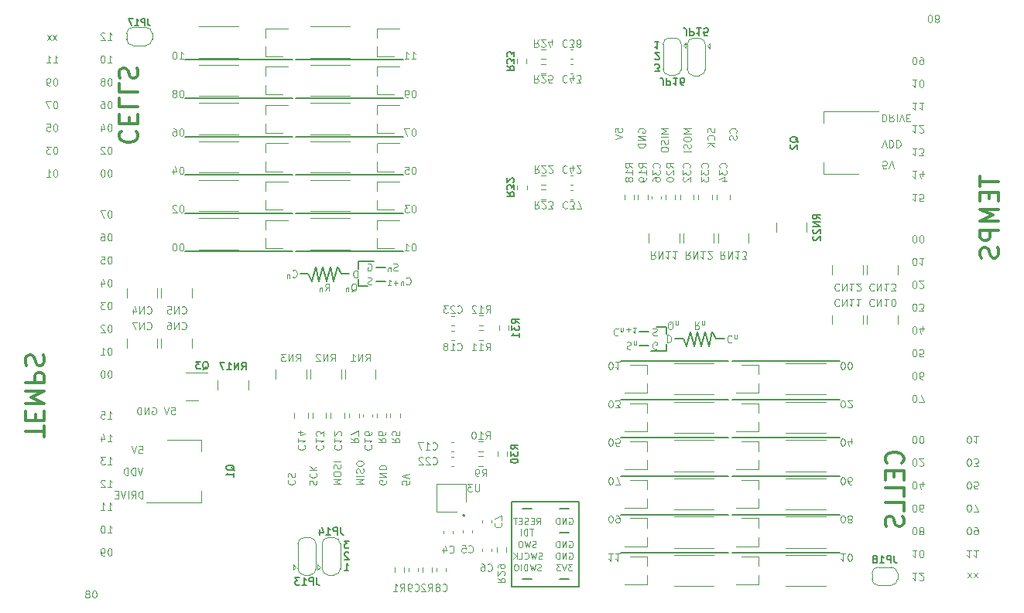
<source format=gbr>
%TF.GenerationSoftware,KiCad,Pcbnew,(6.0.9)*%
%TF.CreationDate,2023-05-23T15:00:07+02:00*%
%TF.ProjectId,bms_monitor,626d735f-6d6f-46e6-9974-6f722e6b6963,rev?*%
%TF.SameCoordinates,Original*%
%TF.FileFunction,Legend,Bot*%
%TF.FilePolarity,Positive*%
%FSLAX46Y46*%
G04 Gerber Fmt 4.6, Leading zero omitted, Abs format (unit mm)*
G04 Created by KiCad (PCBNEW (6.0.9)) date 2023-05-23 15:00:07*
%MOMM*%
%LPD*%
G01*
G04 APERTURE LIST*
%ADD10C,0.150000*%
%ADD11C,0.120000*%
%ADD12C,0.300000*%
%ADD13C,0.187000*%
G04 APERTURE END LIST*
D10*
X116400000Y-91800000D02*
X116000000Y-90200000D01*
X116000000Y-90200000D02*
X115600000Y-91800000D01*
X161550000Y-100550000D02*
X173300000Y-100550000D01*
X123600000Y-90300000D02*
X122600000Y-90300000D01*
X149400000Y-121550000D02*
X161150000Y-121550000D01*
X115600000Y-91800000D02*
X115200000Y-91000000D01*
X161550000Y-117350000D02*
X173300000Y-117350000D01*
X120650000Y-91550000D02*
X120650000Y-92300000D01*
X125600000Y-75950000D02*
X113850000Y-75950000D01*
X119700000Y-91000000D02*
X118800000Y-91000000D01*
X155300000Y-98100000D02*
X156200000Y-98100000D01*
X149400000Y-113150000D02*
X161150000Y-113150000D01*
X113450000Y-80150000D02*
X101700000Y-80150000D01*
X161550000Y-108950000D02*
X173300000Y-108950000D01*
X154350000Y-97550000D02*
X154350000Y-96800000D01*
X125600000Y-84350000D02*
X113850000Y-84350000D01*
X122600000Y-91800000D02*
X123600000Y-91800000D01*
X115200000Y-91000000D02*
X114300000Y-91000000D01*
X157800000Y-97300000D02*
X158200000Y-98900000D01*
X116800000Y-90200000D02*
X116400000Y-91800000D01*
X159000000Y-98900000D02*
X159400000Y-97300000D01*
X113450000Y-88550000D02*
X101700000Y-88550000D01*
X156600000Y-98900000D02*
X157000000Y-97300000D01*
X149400000Y-108950000D02*
X161150000Y-108950000D01*
X161550000Y-121550000D02*
X173300000Y-121550000D01*
X138633200Y-116738400D02*
X139649200Y-116738400D01*
X142697200Y-119329200D02*
X143713200Y-119329200D01*
X144830800Y-115925600D02*
X137464800Y-115925600D01*
X159800000Y-98100000D02*
X160700000Y-98100000D01*
X144830800Y-125272800D02*
X144830800Y-115925600D01*
X125600000Y-67550000D02*
X113850000Y-67550000D01*
X158200000Y-98900000D02*
X158600000Y-97300000D01*
X157000000Y-97300000D02*
X157400000Y-98900000D01*
X149400000Y-117350000D02*
X161150000Y-117350000D01*
X152400000Y-97300000D02*
X151400000Y-97300000D01*
X154350000Y-98650000D02*
X154350000Y-99450000D01*
X118400000Y-90200000D02*
X118000000Y-91800000D01*
X156200000Y-98100000D02*
X156600000Y-98900000D01*
X117200000Y-91800000D02*
X116800000Y-90200000D01*
X151400000Y-98800000D02*
X152400000Y-98800000D01*
X161550000Y-104750000D02*
X173300000Y-104750000D01*
X113450000Y-67550000D02*
X101700000Y-67550000D01*
X117600000Y-90200000D02*
X117200000Y-91800000D01*
X158600000Y-97300000D02*
X159000000Y-98900000D01*
X113450000Y-75950000D02*
X101700000Y-75950000D01*
X113450000Y-84350000D02*
X101700000Y-84350000D01*
X113450000Y-71750000D02*
X101700000Y-71750000D01*
X154350000Y-99450000D02*
X152650000Y-99450000D01*
X149400000Y-100550000D02*
X161150000Y-100550000D01*
X159400000Y-97300000D02*
X159800000Y-98100000D01*
X120650000Y-92300000D02*
X121700000Y-92300000D01*
X118800000Y-91000000D02*
X118400000Y-90200000D01*
X142697200Y-116738400D02*
X143713200Y-116738400D01*
X118000000Y-91800000D02*
X117600000Y-90200000D01*
X125600000Y-88550000D02*
X113850000Y-88550000D01*
X125600000Y-71750000D02*
X113850000Y-71750000D01*
X142697200Y-124409200D02*
X143713200Y-124409200D01*
X149400000Y-104750000D02*
X161150000Y-104750000D01*
X154350000Y-96800000D02*
X153300000Y-96800000D01*
X125600000Y-80150000D02*
X113850000Y-80150000D01*
X120650000Y-89650000D02*
X122350000Y-89650000D01*
X137464800Y-125272800D02*
X144830800Y-125272800D01*
X138633200Y-124409200D02*
X139649200Y-124409200D01*
X157400000Y-98900000D02*
X157800000Y-97300000D01*
X120650000Y-90450000D02*
X120650000Y-89650000D01*
X137464800Y-115925600D02*
X137464800Y-125272800D01*
X161550000Y-113150000D02*
X173300000Y-113150000D01*
D11*
X93519047Y-84061904D02*
X93442857Y-84061904D01*
X93366666Y-84100000D01*
X93328571Y-84138095D01*
X93290476Y-84214285D01*
X93252380Y-84366666D01*
X93252380Y-84557142D01*
X93290476Y-84709523D01*
X93328571Y-84785714D01*
X93366666Y-84823809D01*
X93442857Y-84861904D01*
X93519047Y-84861904D01*
X93595238Y-84823809D01*
X93633333Y-84785714D01*
X93671428Y-84709523D01*
X93709523Y-84557142D01*
X93709523Y-84366666D01*
X93671428Y-84214285D01*
X93633333Y-84138095D01*
X93595238Y-84100000D01*
X93519047Y-84061904D01*
X92985714Y-84061904D02*
X92452380Y-84061904D01*
X92795238Y-84861904D01*
X155115238Y-96161904D02*
X155039047Y-96200000D01*
X154962857Y-96276190D01*
X154848571Y-96390476D01*
X154772380Y-96428571D01*
X154696190Y-96428571D01*
X154734285Y-96238095D02*
X154658095Y-96276190D01*
X154581904Y-96352380D01*
X154543809Y-96504761D01*
X154543809Y-96771428D01*
X154581904Y-96923809D01*
X154658095Y-97000000D01*
X154734285Y-97038095D01*
X154886666Y-97038095D01*
X154962857Y-97000000D01*
X155039047Y-96923809D01*
X155077142Y-96771428D01*
X155077142Y-96504761D01*
X155039047Y-96352380D01*
X154962857Y-96276190D01*
X154886666Y-96238095D01*
X154734285Y-96238095D01*
X155381904Y-96577142D02*
X155381904Y-96150476D01*
X155381904Y-96516190D02*
X155412380Y-96546666D01*
X155473333Y-96577142D01*
X155564761Y-96577142D01*
X155625714Y-96546666D01*
X155656190Y-96485714D01*
X155656190Y-96150476D01*
X97089723Y-115576304D02*
X97089723Y-114776304D01*
X96899247Y-114776304D01*
X96784961Y-114814400D01*
X96708771Y-114890590D01*
X96670676Y-114966780D01*
X96632580Y-115119161D01*
X96632580Y-115233447D01*
X96670676Y-115385828D01*
X96708771Y-115462019D01*
X96784961Y-115538209D01*
X96899247Y-115576304D01*
X97089723Y-115576304D01*
X95832580Y-115576304D02*
X96099247Y-115195352D01*
X96289723Y-115576304D02*
X96289723Y-114776304D01*
X95984961Y-114776304D01*
X95908771Y-114814400D01*
X95870676Y-114852495D01*
X95832580Y-114928685D01*
X95832580Y-115042971D01*
X95870676Y-115119161D01*
X95908771Y-115157257D01*
X95984961Y-115195352D01*
X96289723Y-115195352D01*
X95489723Y-115576304D02*
X95489723Y-114776304D01*
X95223057Y-114776304D02*
X94956390Y-115576304D01*
X94689723Y-114776304D01*
X94423057Y-115157257D02*
X94156390Y-115157257D01*
X94042104Y-115576304D02*
X94423057Y-115576304D01*
X94423057Y-114776304D01*
X94042104Y-114776304D01*
X181480952Y-100038095D02*
X181557142Y-100038095D01*
X181633333Y-100000000D01*
X181671428Y-99961904D01*
X181709523Y-99885714D01*
X181747619Y-99733333D01*
X181747619Y-99542857D01*
X181709523Y-99390476D01*
X181671428Y-99314285D01*
X181633333Y-99276190D01*
X181557142Y-99238095D01*
X181480952Y-99238095D01*
X181404761Y-99276190D01*
X181366666Y-99314285D01*
X181328571Y-99390476D01*
X181290476Y-99542857D01*
X181290476Y-99733333D01*
X181328571Y-99885714D01*
X181366666Y-99961904D01*
X181404761Y-100000000D01*
X181480952Y-100038095D01*
X182471428Y-100038095D02*
X182090476Y-100038095D01*
X182052380Y-99657142D01*
X182090476Y-99695238D01*
X182166666Y-99733333D01*
X182357142Y-99733333D01*
X182433333Y-99695238D01*
X182471428Y-99657142D01*
X182509523Y-99580952D01*
X182509523Y-99390476D01*
X182471428Y-99314285D01*
X182433333Y-99276190D01*
X182357142Y-99238095D01*
X182166666Y-99238095D01*
X182090476Y-99276190D01*
X182052380Y-99314285D01*
X173630952Y-118238095D02*
X173707142Y-118238095D01*
X173783333Y-118200000D01*
X173821428Y-118161904D01*
X173859523Y-118085714D01*
X173897619Y-117933333D01*
X173897619Y-117742857D01*
X173859523Y-117590476D01*
X173821428Y-117514285D01*
X173783333Y-117476190D01*
X173707142Y-117438095D01*
X173630952Y-117438095D01*
X173554761Y-117476190D01*
X173516666Y-117514285D01*
X173478571Y-117590476D01*
X173440476Y-117742857D01*
X173440476Y-117933333D01*
X173478571Y-118085714D01*
X173516666Y-118161904D01*
X173554761Y-118200000D01*
X173630952Y-118238095D01*
X174354761Y-117895238D02*
X174278571Y-117933333D01*
X174240476Y-117971428D01*
X174202380Y-118047619D01*
X174202380Y-118085714D01*
X174240476Y-118161904D01*
X174278571Y-118200000D01*
X174354761Y-118238095D01*
X174507142Y-118238095D01*
X174583333Y-118200000D01*
X174621428Y-118161904D01*
X174659523Y-118085714D01*
X174659523Y-118047619D01*
X174621428Y-117971428D01*
X174583333Y-117933333D01*
X174507142Y-117895238D01*
X174354761Y-117895238D01*
X174278571Y-117857142D01*
X174240476Y-117819047D01*
X174202380Y-117742857D01*
X174202380Y-117590476D01*
X174240476Y-117514285D01*
X174278571Y-117476190D01*
X174354761Y-117438095D01*
X174507142Y-117438095D01*
X174583333Y-117476190D01*
X174621428Y-117514285D01*
X174659523Y-117590476D01*
X174659523Y-117742857D01*
X174621428Y-117819047D01*
X174583333Y-117857142D01*
X174507142Y-117895238D01*
X187430952Y-109538095D02*
X187507142Y-109538095D01*
X187583333Y-109500000D01*
X187621428Y-109461904D01*
X187659523Y-109385714D01*
X187697619Y-109233333D01*
X187697619Y-109042857D01*
X187659523Y-108890476D01*
X187621428Y-108814285D01*
X187583333Y-108776190D01*
X187507142Y-108738095D01*
X187430952Y-108738095D01*
X187354761Y-108776190D01*
X187316666Y-108814285D01*
X187278571Y-108890476D01*
X187240476Y-109042857D01*
X187240476Y-109233333D01*
X187278571Y-109385714D01*
X187316666Y-109461904D01*
X187354761Y-109500000D01*
X187430952Y-109538095D01*
X188459523Y-108738095D02*
X188002380Y-108738095D01*
X188230952Y-108738095D02*
X188230952Y-109538095D01*
X188154761Y-109423809D01*
X188078571Y-109347619D01*
X188002380Y-109309523D01*
X126769047Y-79261904D02*
X126692857Y-79261904D01*
X126616666Y-79300000D01*
X126578571Y-79338095D01*
X126540476Y-79414285D01*
X126502380Y-79566666D01*
X126502380Y-79757142D01*
X126540476Y-79909523D01*
X126578571Y-79985714D01*
X126616666Y-80023809D01*
X126692857Y-80061904D01*
X126769047Y-80061904D01*
X126845238Y-80023809D01*
X126883333Y-79985714D01*
X126921428Y-79909523D01*
X126959523Y-79757142D01*
X126959523Y-79566666D01*
X126921428Y-79414285D01*
X126883333Y-79338095D01*
X126845238Y-79300000D01*
X126769047Y-79261904D01*
X125778571Y-79261904D02*
X126159523Y-79261904D01*
X126197619Y-79642857D01*
X126159523Y-79604761D01*
X126083333Y-79566666D01*
X125892857Y-79566666D01*
X125816666Y-79604761D01*
X125778571Y-79642857D01*
X125740476Y-79719047D01*
X125740476Y-79909523D01*
X125778571Y-79985714D01*
X125816666Y-80023809D01*
X125892857Y-80061904D01*
X126083333Y-80061904D01*
X126159523Y-80023809D01*
X126197619Y-79985714D01*
D12*
X180139885Y-111723857D02*
X180235123Y-111628619D01*
X180330361Y-111342904D01*
X180330361Y-111152428D01*
X180235123Y-110866714D01*
X180044647Y-110676238D01*
X179854171Y-110581000D01*
X179473219Y-110485761D01*
X179187504Y-110485761D01*
X178806552Y-110581000D01*
X178616076Y-110676238D01*
X178425600Y-110866714D01*
X178330361Y-111152428D01*
X178330361Y-111342904D01*
X178425600Y-111628619D01*
X178520838Y-111723857D01*
X179282742Y-112581000D02*
X179282742Y-113247666D01*
X180330361Y-113533380D02*
X180330361Y-112581000D01*
X178330361Y-112581000D01*
X178330361Y-113533380D01*
X180330361Y-115342904D02*
X180330361Y-114390523D01*
X178330361Y-114390523D01*
X180330361Y-116961952D02*
X180330361Y-116009571D01*
X178330361Y-116009571D01*
X180235123Y-117533380D02*
X180330361Y-117819095D01*
X180330361Y-118295285D01*
X180235123Y-118485761D01*
X180139885Y-118581000D01*
X179949409Y-118676238D01*
X179758933Y-118676238D01*
X179568457Y-118581000D01*
X179473219Y-118485761D01*
X179377980Y-118295285D01*
X179282742Y-117914333D01*
X179187504Y-117723857D01*
X179092266Y-117628619D01*
X178901790Y-117533380D01*
X178711314Y-117533380D01*
X178520838Y-117628619D01*
X178425600Y-117723857D01*
X178330361Y-117914333D01*
X178330361Y-118390523D01*
X178425600Y-118676238D01*
D11*
X126769047Y-83461904D02*
X126692857Y-83461904D01*
X126616666Y-83500000D01*
X126578571Y-83538095D01*
X126540476Y-83614285D01*
X126502380Y-83766666D01*
X126502380Y-83957142D01*
X126540476Y-84109523D01*
X126578571Y-84185714D01*
X126616666Y-84223809D01*
X126692857Y-84261904D01*
X126769047Y-84261904D01*
X126845238Y-84223809D01*
X126883333Y-84185714D01*
X126921428Y-84109523D01*
X126959523Y-83957142D01*
X126959523Y-83766666D01*
X126921428Y-83614285D01*
X126883333Y-83538095D01*
X126845238Y-83500000D01*
X126769047Y-83461904D01*
X126235714Y-83461904D02*
X125740476Y-83461904D01*
X126007142Y-83766666D01*
X125892857Y-83766666D01*
X125816666Y-83804761D01*
X125778571Y-83842857D01*
X125740476Y-83919047D01*
X125740476Y-84109523D01*
X125778571Y-84185714D01*
X125816666Y-84223809D01*
X125892857Y-84261904D01*
X126121428Y-84261904D01*
X126197619Y-84223809D01*
X126235714Y-84185714D01*
X181480952Y-105038095D02*
X181557142Y-105038095D01*
X181633333Y-105000000D01*
X181671428Y-104961904D01*
X181709523Y-104885714D01*
X181747619Y-104733333D01*
X181747619Y-104542857D01*
X181709523Y-104390476D01*
X181671428Y-104314285D01*
X181633333Y-104276190D01*
X181557142Y-104238095D01*
X181480952Y-104238095D01*
X181404761Y-104276190D01*
X181366666Y-104314285D01*
X181328571Y-104390476D01*
X181290476Y-104542857D01*
X181290476Y-104733333D01*
X181328571Y-104885714D01*
X181366666Y-104961904D01*
X181404761Y-105000000D01*
X181480952Y-105038095D01*
X182014285Y-105038095D02*
X182547619Y-105038095D01*
X182204761Y-104238095D01*
X101369047Y-75061904D02*
X101292857Y-75061904D01*
X101216666Y-75100000D01*
X101178571Y-75138095D01*
X101140476Y-75214285D01*
X101102380Y-75366666D01*
X101102380Y-75557142D01*
X101140476Y-75709523D01*
X101178571Y-75785714D01*
X101216666Y-75823809D01*
X101292857Y-75861904D01*
X101369047Y-75861904D01*
X101445238Y-75823809D01*
X101483333Y-75785714D01*
X101521428Y-75709523D01*
X101559523Y-75557142D01*
X101559523Y-75366666D01*
X101521428Y-75214285D01*
X101483333Y-75138095D01*
X101445238Y-75100000D01*
X101369047Y-75061904D01*
X100416666Y-75061904D02*
X100569047Y-75061904D01*
X100645238Y-75100000D01*
X100683333Y-75138095D01*
X100759523Y-75252380D01*
X100797619Y-75404761D01*
X100797619Y-75709523D01*
X100759523Y-75785714D01*
X100721428Y-75823809D01*
X100645238Y-75861904D01*
X100492857Y-75861904D01*
X100416666Y-75823809D01*
X100378571Y-75785714D01*
X100340476Y-75709523D01*
X100340476Y-75519047D01*
X100378571Y-75442857D01*
X100416666Y-75404761D01*
X100492857Y-75366666D01*
X100645238Y-75366666D01*
X100721428Y-75404761D01*
X100759523Y-75442857D01*
X100797619Y-75519047D01*
X181747619Y-123738095D02*
X181290476Y-123738095D01*
X181519047Y-123738095D02*
X181519047Y-124538095D01*
X181442857Y-124423809D01*
X181366666Y-124347619D01*
X181290476Y-124309523D01*
X182052380Y-124461904D02*
X182090476Y-124500000D01*
X182166666Y-124538095D01*
X182357142Y-124538095D01*
X182433333Y-124500000D01*
X182471428Y-124461904D01*
X182509523Y-124385714D01*
X182509523Y-124309523D01*
X182471428Y-124195238D01*
X182014285Y-123738095D01*
X182509523Y-123738095D01*
X93519047Y-99061904D02*
X93442857Y-99061904D01*
X93366666Y-99100000D01*
X93328571Y-99138095D01*
X93290476Y-99214285D01*
X93252380Y-99366666D01*
X93252380Y-99557142D01*
X93290476Y-99709523D01*
X93328571Y-99785714D01*
X93366666Y-99823809D01*
X93442857Y-99861904D01*
X93519047Y-99861904D01*
X93595238Y-99823809D01*
X93633333Y-99785714D01*
X93671428Y-99709523D01*
X93709523Y-99557142D01*
X93709523Y-99366666D01*
X93671428Y-99214285D01*
X93633333Y-99138095D01*
X93595238Y-99100000D01*
X93519047Y-99061904D01*
X92490476Y-99861904D02*
X92947619Y-99861904D01*
X92719047Y-99861904D02*
X92719047Y-99061904D01*
X92795238Y-99176190D01*
X92871428Y-99252380D01*
X92947619Y-99290476D01*
X148497619Y-121638095D02*
X148040476Y-121638095D01*
X148269047Y-121638095D02*
X148269047Y-122438095D01*
X148192857Y-122323809D01*
X148116666Y-122247619D01*
X148040476Y-122209523D01*
X149259523Y-121638095D02*
X148802380Y-121638095D01*
X149030952Y-121638095D02*
X149030952Y-122438095D01*
X148954761Y-122323809D01*
X148878571Y-122247619D01*
X148802380Y-122209523D01*
X93519047Y-91561904D02*
X93442857Y-91561904D01*
X93366666Y-91600000D01*
X93328571Y-91638095D01*
X93290476Y-91714285D01*
X93252380Y-91866666D01*
X93252380Y-92057142D01*
X93290476Y-92209523D01*
X93328571Y-92285714D01*
X93366666Y-92323809D01*
X93442857Y-92361904D01*
X93519047Y-92361904D01*
X93595238Y-92323809D01*
X93633333Y-92285714D01*
X93671428Y-92209523D01*
X93709523Y-92057142D01*
X93709523Y-91866666D01*
X93671428Y-91714285D01*
X93633333Y-91638095D01*
X93595238Y-91600000D01*
X93519047Y-91561904D01*
X92566666Y-91828571D02*
X92566666Y-92361904D01*
X92757142Y-91523809D02*
X92947619Y-92095238D01*
X92452380Y-92095238D01*
X161525619Y-97814285D02*
X161487523Y-97776190D01*
X161373238Y-97738095D01*
X161297047Y-97738095D01*
X161182761Y-97776190D01*
X161106571Y-97852380D01*
X161068476Y-97928571D01*
X161030380Y-98080952D01*
X161030380Y-98195238D01*
X161068476Y-98347619D01*
X161106571Y-98423809D01*
X161182761Y-98500000D01*
X161297047Y-98538095D01*
X161373238Y-98538095D01*
X161487523Y-98500000D01*
X161525619Y-98461904D01*
X161830380Y-98077142D02*
X161830380Y-97650476D01*
X161830380Y-98016190D02*
X161860857Y-98046666D01*
X161921809Y-98077142D01*
X162013238Y-98077142D01*
X162074190Y-98046666D01*
X162104666Y-97985714D01*
X162104666Y-97650476D01*
X125911333Y-92085714D02*
X125949428Y-92123809D01*
X126063714Y-92161904D01*
X126139904Y-92161904D01*
X126254190Y-92123809D01*
X126330380Y-92047619D01*
X126368476Y-91971428D01*
X126406571Y-91819047D01*
X126406571Y-91704761D01*
X126368476Y-91552380D01*
X126330380Y-91476190D01*
X126254190Y-91400000D01*
X126139904Y-91361904D01*
X126063714Y-91361904D01*
X125949428Y-91400000D01*
X125911333Y-91438095D01*
X125606571Y-91822857D02*
X125606571Y-92249523D01*
X125606571Y-91883809D02*
X125576095Y-91853333D01*
X125515142Y-91822857D01*
X125423714Y-91822857D01*
X125362761Y-91853333D01*
X125332285Y-91914285D01*
X125332285Y-92249523D01*
X125027523Y-92005714D02*
X124539904Y-92005714D01*
X124783714Y-92249523D02*
X124783714Y-91761904D01*
X123899904Y-92249523D02*
X124265619Y-92249523D01*
X124082761Y-92249523D02*
X124082761Y-91609523D01*
X124143714Y-91700952D01*
X124204666Y-91761904D01*
X124265619Y-91792380D01*
X181480952Y-95038095D02*
X181557142Y-95038095D01*
X181633333Y-95000000D01*
X181671428Y-94961904D01*
X181709523Y-94885714D01*
X181747619Y-94733333D01*
X181747619Y-94542857D01*
X181709523Y-94390476D01*
X181671428Y-94314285D01*
X181633333Y-94276190D01*
X181557142Y-94238095D01*
X181480952Y-94238095D01*
X181404761Y-94276190D01*
X181366666Y-94314285D01*
X181328571Y-94390476D01*
X181290476Y-94542857D01*
X181290476Y-94733333D01*
X181328571Y-94885714D01*
X181366666Y-94961904D01*
X181404761Y-95000000D01*
X181480952Y-95038095D01*
X182014285Y-95038095D02*
X182509523Y-95038095D01*
X182242857Y-94733333D01*
X182357142Y-94733333D01*
X182433333Y-94695238D01*
X182471428Y-94657142D01*
X182509523Y-94580952D01*
X182509523Y-94390476D01*
X182471428Y-94314285D01*
X182433333Y-94276190D01*
X182357142Y-94238095D01*
X182128571Y-94238095D01*
X182052380Y-94276190D01*
X182014285Y-94314285D01*
X173630952Y-114038095D02*
X173707142Y-114038095D01*
X173783333Y-114000000D01*
X173821428Y-113961904D01*
X173859523Y-113885714D01*
X173897619Y-113733333D01*
X173897619Y-113542857D01*
X173859523Y-113390476D01*
X173821428Y-113314285D01*
X173783333Y-113276190D01*
X173707142Y-113238095D01*
X173630952Y-113238095D01*
X173554761Y-113276190D01*
X173516666Y-113314285D01*
X173478571Y-113390476D01*
X173440476Y-113542857D01*
X173440476Y-113733333D01*
X173478571Y-113885714D01*
X173516666Y-113961904D01*
X173554761Y-114000000D01*
X173630952Y-114038095D01*
X174583333Y-114038095D02*
X174430952Y-114038095D01*
X174354761Y-114000000D01*
X174316666Y-113961904D01*
X174240476Y-113847619D01*
X174202380Y-113695238D01*
X174202380Y-113390476D01*
X174240476Y-113314285D01*
X174278571Y-113276190D01*
X174354761Y-113238095D01*
X174507142Y-113238095D01*
X174583333Y-113276190D01*
X174621428Y-113314285D01*
X174659523Y-113390476D01*
X174659523Y-113580952D01*
X174621428Y-113657142D01*
X174583333Y-113695238D01*
X174507142Y-113733333D01*
X174354761Y-113733333D01*
X174278571Y-113695238D01*
X174240476Y-113657142D01*
X174202380Y-113580952D01*
X148230952Y-109838095D02*
X148307142Y-109838095D01*
X148383333Y-109800000D01*
X148421428Y-109761904D01*
X148459523Y-109685714D01*
X148497619Y-109533333D01*
X148497619Y-109342857D01*
X148459523Y-109190476D01*
X148421428Y-109114285D01*
X148383333Y-109076190D01*
X148307142Y-109038095D01*
X148230952Y-109038095D01*
X148154761Y-109076190D01*
X148116666Y-109114285D01*
X148078571Y-109190476D01*
X148040476Y-109342857D01*
X148040476Y-109533333D01*
X148078571Y-109685714D01*
X148116666Y-109761904D01*
X148154761Y-109800000D01*
X148230952Y-109838095D01*
X149221428Y-109838095D02*
X148840476Y-109838095D01*
X148802380Y-109457142D01*
X148840476Y-109495238D01*
X148916666Y-109533333D01*
X149107142Y-109533333D01*
X149183333Y-109495238D01*
X149221428Y-109457142D01*
X149259523Y-109380952D01*
X149259523Y-109190476D01*
X149221428Y-109114285D01*
X149183333Y-109076190D01*
X149107142Y-109038095D01*
X148916666Y-109038095D01*
X148840476Y-109076190D01*
X148802380Y-109114285D01*
X159623809Y-75030380D02*
X159661904Y-75144666D01*
X159661904Y-75335142D01*
X159623809Y-75411333D01*
X159585714Y-75449428D01*
X159509523Y-75487523D01*
X159433333Y-75487523D01*
X159357142Y-75449428D01*
X159319047Y-75411333D01*
X159280952Y-75335142D01*
X159242857Y-75182761D01*
X159204761Y-75106571D01*
X159166666Y-75068476D01*
X159090476Y-75030380D01*
X159014285Y-75030380D01*
X158938095Y-75068476D01*
X158900000Y-75106571D01*
X158861904Y-75182761D01*
X158861904Y-75373238D01*
X158900000Y-75487523D01*
X159585714Y-76287523D02*
X159623809Y-76249428D01*
X159661904Y-76135142D01*
X159661904Y-76058952D01*
X159623809Y-75944666D01*
X159547619Y-75868476D01*
X159471428Y-75830380D01*
X159319047Y-75792285D01*
X159204761Y-75792285D01*
X159052380Y-75830380D01*
X158976190Y-75868476D01*
X158900000Y-75944666D01*
X158861904Y-76058952D01*
X158861904Y-76135142D01*
X158900000Y-76249428D01*
X158938095Y-76287523D01*
X159661904Y-76630380D02*
X158861904Y-76630380D01*
X159661904Y-77087523D02*
X159204761Y-76744666D01*
X158861904Y-77087523D02*
X159319047Y-76630380D01*
X113014285Y-113574380D02*
X112976190Y-113612476D01*
X112938095Y-113726761D01*
X112938095Y-113802952D01*
X112976190Y-113917238D01*
X113052380Y-113993428D01*
X113128571Y-114031523D01*
X113280952Y-114069619D01*
X113395238Y-114069619D01*
X113547619Y-114031523D01*
X113623809Y-113993428D01*
X113700000Y-113917238D01*
X113738095Y-113802952D01*
X113738095Y-113726761D01*
X113700000Y-113612476D01*
X113661904Y-113574380D01*
X112976190Y-113269619D02*
X112938095Y-113155333D01*
X112938095Y-112964857D01*
X112976190Y-112888666D01*
X113014285Y-112850571D01*
X113090476Y-112812476D01*
X113166666Y-112812476D01*
X113242857Y-112850571D01*
X113280952Y-112888666D01*
X113319047Y-112964857D01*
X113357142Y-113117238D01*
X113395238Y-113193428D01*
X113433333Y-113231523D01*
X113509523Y-113269619D01*
X113585714Y-113269619D01*
X113661904Y-113231523D01*
X113700000Y-113193428D01*
X113738095Y-113117238D01*
X113738095Y-112926761D01*
X113700000Y-112812476D01*
X187697619Y-121238095D02*
X187240476Y-121238095D01*
X187469047Y-121238095D02*
X187469047Y-122038095D01*
X187392857Y-121923809D01*
X187316666Y-121847619D01*
X187240476Y-121809523D01*
X188459523Y-121238095D02*
X188002380Y-121238095D01*
X188230952Y-121238095D02*
X188230952Y-122038095D01*
X188154761Y-121923809D01*
X188078571Y-121847619D01*
X188002380Y-121809523D01*
X87302380Y-67861904D02*
X87759523Y-67861904D01*
X87530952Y-67861904D02*
X87530952Y-67061904D01*
X87607142Y-67176190D01*
X87683333Y-67252380D01*
X87759523Y-67290476D01*
X86540476Y-67861904D02*
X86997619Y-67861904D01*
X86769047Y-67861904D02*
X86769047Y-67061904D01*
X86845238Y-67176190D01*
X86921428Y-67252380D01*
X86997619Y-67290476D01*
X87569047Y-77061904D02*
X87492857Y-77061904D01*
X87416666Y-77100000D01*
X87378571Y-77138095D01*
X87340476Y-77214285D01*
X87302380Y-77366666D01*
X87302380Y-77557142D01*
X87340476Y-77709523D01*
X87378571Y-77785714D01*
X87416666Y-77823809D01*
X87492857Y-77861904D01*
X87569047Y-77861904D01*
X87645238Y-77823809D01*
X87683333Y-77785714D01*
X87721428Y-77709523D01*
X87759523Y-77557142D01*
X87759523Y-77366666D01*
X87721428Y-77214285D01*
X87683333Y-77138095D01*
X87645238Y-77100000D01*
X87569047Y-77061904D01*
X87035714Y-77061904D02*
X86540476Y-77061904D01*
X86807142Y-77366666D01*
X86692857Y-77366666D01*
X86616666Y-77404761D01*
X86578571Y-77442857D01*
X86540476Y-77519047D01*
X86540476Y-77709523D01*
X86578571Y-77785714D01*
X86616666Y-77823809D01*
X86692857Y-77861904D01*
X86921428Y-77861904D01*
X86997619Y-77823809D01*
X87035714Y-77785714D01*
X87569047Y-72061904D02*
X87492857Y-72061904D01*
X87416666Y-72100000D01*
X87378571Y-72138095D01*
X87340476Y-72214285D01*
X87302380Y-72366666D01*
X87302380Y-72557142D01*
X87340476Y-72709523D01*
X87378571Y-72785714D01*
X87416666Y-72823809D01*
X87492857Y-72861904D01*
X87569047Y-72861904D01*
X87645238Y-72823809D01*
X87683333Y-72785714D01*
X87721428Y-72709523D01*
X87759523Y-72557142D01*
X87759523Y-72366666D01*
X87721428Y-72214285D01*
X87683333Y-72138095D01*
X87645238Y-72100000D01*
X87569047Y-72061904D01*
X87035714Y-72061904D02*
X86502380Y-72061904D01*
X86845238Y-72861904D01*
X177954190Y-77146095D02*
X178220857Y-76346095D01*
X178487523Y-77146095D01*
X178754190Y-76346095D02*
X178754190Y-77146095D01*
X178944666Y-77146095D01*
X179058952Y-77108000D01*
X179135142Y-77031809D01*
X179173238Y-76955619D01*
X179211333Y-76803238D01*
X179211333Y-76688952D01*
X179173238Y-76536571D01*
X179135142Y-76460380D01*
X179058952Y-76384190D01*
X178944666Y-76346095D01*
X178754190Y-76346095D01*
X179554190Y-76346095D02*
X179554190Y-77146095D01*
X179744666Y-77146095D01*
X179858952Y-77108000D01*
X179935142Y-77031809D01*
X179973238Y-76955619D01*
X180011333Y-76803238D01*
X180011333Y-76688952D01*
X179973238Y-76536571D01*
X179935142Y-76460380D01*
X179858952Y-76384190D01*
X179744666Y-76346095D01*
X179554190Y-76346095D01*
X143738533Y-117760000D02*
X143805200Y-117726666D01*
X143905200Y-117726666D01*
X144005200Y-117760000D01*
X144071866Y-117826666D01*
X144105200Y-117893333D01*
X144138533Y-118026666D01*
X144138533Y-118126666D01*
X144105200Y-118260000D01*
X144071866Y-118326666D01*
X144005200Y-118393333D01*
X143905200Y-118426666D01*
X143838533Y-118426666D01*
X143738533Y-118393333D01*
X143705200Y-118360000D01*
X143705200Y-118126666D01*
X143838533Y-118126666D01*
X143405200Y-118426666D02*
X143405200Y-117726666D01*
X143005200Y-118426666D01*
X143005200Y-117726666D01*
X142671866Y-118426666D02*
X142671866Y-117726666D01*
X142505200Y-117726666D01*
X142405200Y-117760000D01*
X142338533Y-117826666D01*
X142305200Y-117893333D01*
X142271866Y-118026666D01*
X142271866Y-118126666D01*
X142305200Y-118260000D01*
X142338533Y-118326666D01*
X142405200Y-118393333D01*
X142505200Y-118426666D01*
X142671866Y-118426666D01*
X87569047Y-74561904D02*
X87492857Y-74561904D01*
X87416666Y-74600000D01*
X87378571Y-74638095D01*
X87340476Y-74714285D01*
X87302380Y-74866666D01*
X87302380Y-75057142D01*
X87340476Y-75209523D01*
X87378571Y-75285714D01*
X87416666Y-75323809D01*
X87492857Y-75361904D01*
X87569047Y-75361904D01*
X87645238Y-75323809D01*
X87683333Y-75285714D01*
X87721428Y-75209523D01*
X87759523Y-75057142D01*
X87759523Y-74866666D01*
X87721428Y-74714285D01*
X87683333Y-74638095D01*
X87645238Y-74600000D01*
X87569047Y-74561904D01*
X86578571Y-74561904D02*
X86959523Y-74561904D01*
X86997619Y-74942857D01*
X86959523Y-74904761D01*
X86883333Y-74866666D01*
X86692857Y-74866666D01*
X86616666Y-74904761D01*
X86578571Y-74942857D01*
X86540476Y-75019047D01*
X86540476Y-75209523D01*
X86578571Y-75285714D01*
X86616666Y-75323809D01*
X86692857Y-75361904D01*
X86883333Y-75361904D01*
X86959523Y-75323809D01*
X86997619Y-75285714D01*
X181480952Y-87538095D02*
X181557142Y-87538095D01*
X181633333Y-87500000D01*
X181671428Y-87461904D01*
X181709523Y-87385714D01*
X181747619Y-87233333D01*
X181747619Y-87042857D01*
X181709523Y-86890476D01*
X181671428Y-86814285D01*
X181633333Y-86776190D01*
X181557142Y-86738095D01*
X181480952Y-86738095D01*
X181404761Y-86776190D01*
X181366666Y-86814285D01*
X181328571Y-86890476D01*
X181290476Y-87042857D01*
X181290476Y-87233333D01*
X181328571Y-87385714D01*
X181366666Y-87461904D01*
X181404761Y-87500000D01*
X181480952Y-87538095D01*
X182242857Y-87538095D02*
X182319047Y-87538095D01*
X182395238Y-87500000D01*
X182433333Y-87461904D01*
X182471428Y-87385714D01*
X182509523Y-87233333D01*
X182509523Y-87042857D01*
X182471428Y-86890476D01*
X182433333Y-86814285D01*
X182395238Y-86776190D01*
X182319047Y-86738095D01*
X182242857Y-86738095D01*
X182166666Y-86776190D01*
X182128571Y-86814285D01*
X182090476Y-86890476D01*
X182052380Y-87042857D01*
X182052380Y-87233333D01*
X182090476Y-87385714D01*
X182128571Y-87461904D01*
X182166666Y-87500000D01*
X182242857Y-87538095D01*
X140107866Y-120933333D02*
X140007866Y-120966666D01*
X139841200Y-120966666D01*
X139774533Y-120933333D01*
X139741200Y-120900000D01*
X139707866Y-120833333D01*
X139707866Y-120766666D01*
X139741200Y-120700000D01*
X139774533Y-120666666D01*
X139841200Y-120633333D01*
X139974533Y-120600000D01*
X140041200Y-120566666D01*
X140074533Y-120533333D01*
X140107866Y-120466666D01*
X140107866Y-120400000D01*
X140074533Y-120333333D01*
X140041200Y-120300000D01*
X139974533Y-120266666D01*
X139807866Y-120266666D01*
X139707866Y-120300000D01*
X139474533Y-120266666D02*
X139307866Y-120966666D01*
X139174533Y-120466666D01*
X139041200Y-120966666D01*
X138874533Y-120266666D01*
X138474533Y-120266666D02*
X138341200Y-120266666D01*
X138274533Y-120300000D01*
X138207866Y-120366666D01*
X138174533Y-120500000D01*
X138174533Y-120733333D01*
X138207866Y-120866666D01*
X138274533Y-120933333D01*
X138341200Y-120966666D01*
X138474533Y-120966666D01*
X138541200Y-120933333D01*
X138607866Y-120866666D01*
X138641200Y-120733333D01*
X138641200Y-120500000D01*
X138607866Y-120366666D01*
X138541200Y-120300000D01*
X138474533Y-120266666D01*
X148230952Y-114038095D02*
X148307142Y-114038095D01*
X148383333Y-114000000D01*
X148421428Y-113961904D01*
X148459523Y-113885714D01*
X148497619Y-113733333D01*
X148497619Y-113542857D01*
X148459523Y-113390476D01*
X148421428Y-113314285D01*
X148383333Y-113276190D01*
X148307142Y-113238095D01*
X148230952Y-113238095D01*
X148154761Y-113276190D01*
X148116666Y-113314285D01*
X148078571Y-113390476D01*
X148040476Y-113542857D01*
X148040476Y-113733333D01*
X148078571Y-113885714D01*
X148116666Y-113961904D01*
X148154761Y-114000000D01*
X148230952Y-114038095D01*
X148764285Y-114038095D02*
X149297619Y-114038095D01*
X148954761Y-113238095D01*
X187430952Y-112038095D02*
X187507142Y-112038095D01*
X187583333Y-112000000D01*
X187621428Y-111961904D01*
X187659523Y-111885714D01*
X187697619Y-111733333D01*
X187697619Y-111542857D01*
X187659523Y-111390476D01*
X187621428Y-111314285D01*
X187583333Y-111276190D01*
X187507142Y-111238095D01*
X187430952Y-111238095D01*
X187354761Y-111276190D01*
X187316666Y-111314285D01*
X187278571Y-111390476D01*
X187240476Y-111542857D01*
X187240476Y-111733333D01*
X187278571Y-111885714D01*
X187316666Y-111961904D01*
X187354761Y-112000000D01*
X187430952Y-112038095D01*
X187964285Y-112038095D02*
X188459523Y-112038095D01*
X188192857Y-111733333D01*
X188307142Y-111733333D01*
X188383333Y-111695238D01*
X188421428Y-111657142D01*
X188459523Y-111580952D01*
X188459523Y-111390476D01*
X188421428Y-111314285D01*
X188383333Y-111276190D01*
X188307142Y-111238095D01*
X188078571Y-111238095D01*
X188002380Y-111276190D01*
X187964285Y-111314285D01*
X181747619Y-72238095D02*
X181290476Y-72238095D01*
X181519047Y-72238095D02*
X181519047Y-73038095D01*
X181442857Y-72923809D01*
X181366666Y-72847619D01*
X181290476Y-72809523D01*
X182509523Y-72238095D02*
X182052380Y-72238095D01*
X182280952Y-72238095D02*
X182280952Y-73038095D01*
X182204761Y-72923809D01*
X182128571Y-72847619D01*
X182052380Y-72809523D01*
X93519047Y-96561904D02*
X93442857Y-96561904D01*
X93366666Y-96600000D01*
X93328571Y-96638095D01*
X93290476Y-96714285D01*
X93252380Y-96866666D01*
X93252380Y-97057142D01*
X93290476Y-97209523D01*
X93328571Y-97285714D01*
X93366666Y-97323809D01*
X93442857Y-97361904D01*
X93519047Y-97361904D01*
X93595238Y-97323809D01*
X93633333Y-97285714D01*
X93671428Y-97209523D01*
X93709523Y-97057142D01*
X93709523Y-96866666D01*
X93671428Y-96714285D01*
X93633333Y-96638095D01*
X93595238Y-96600000D01*
X93519047Y-96561904D01*
X92947619Y-96638095D02*
X92909523Y-96600000D01*
X92833333Y-96561904D01*
X92642857Y-96561904D01*
X92566666Y-96600000D01*
X92528571Y-96638095D01*
X92490476Y-96714285D01*
X92490476Y-96790476D01*
X92528571Y-96904761D01*
X92985714Y-97361904D01*
X92490476Y-97361904D01*
X181747619Y-121238095D02*
X181290476Y-121238095D01*
X181519047Y-121238095D02*
X181519047Y-122038095D01*
X181442857Y-121923809D01*
X181366666Y-121847619D01*
X181290476Y-121809523D01*
X182242857Y-122038095D02*
X182319047Y-122038095D01*
X182395238Y-122000000D01*
X182433333Y-121961904D01*
X182471428Y-121885714D01*
X182509523Y-121733333D01*
X182509523Y-121542857D01*
X182471428Y-121390476D01*
X182433333Y-121314285D01*
X182395238Y-121276190D01*
X182319047Y-121238095D01*
X182242857Y-121238095D01*
X182166666Y-121276190D01*
X182128571Y-121314285D01*
X182090476Y-121390476D01*
X182052380Y-121542857D01*
X182052380Y-121733333D01*
X182090476Y-121885714D01*
X182128571Y-121961904D01*
X182166666Y-122000000D01*
X182242857Y-122038095D01*
X101369047Y-70861904D02*
X101292857Y-70861904D01*
X101216666Y-70900000D01*
X101178571Y-70938095D01*
X101140476Y-71014285D01*
X101102380Y-71166666D01*
X101102380Y-71357142D01*
X101140476Y-71509523D01*
X101178571Y-71585714D01*
X101216666Y-71623809D01*
X101292857Y-71661904D01*
X101369047Y-71661904D01*
X101445238Y-71623809D01*
X101483333Y-71585714D01*
X101521428Y-71509523D01*
X101559523Y-71357142D01*
X101559523Y-71166666D01*
X101521428Y-71014285D01*
X101483333Y-70938095D01*
X101445238Y-70900000D01*
X101369047Y-70861904D01*
X100645238Y-71204761D02*
X100721428Y-71166666D01*
X100759523Y-71128571D01*
X100797619Y-71052380D01*
X100797619Y-71014285D01*
X100759523Y-70938095D01*
X100721428Y-70900000D01*
X100645238Y-70861904D01*
X100492857Y-70861904D01*
X100416666Y-70900000D01*
X100378571Y-70938095D01*
X100340476Y-71014285D01*
X100340476Y-71052380D01*
X100378571Y-71128571D01*
X100416666Y-71166666D01*
X100492857Y-71204761D01*
X100645238Y-71204761D01*
X100721428Y-71242857D01*
X100759523Y-71280952D01*
X100797619Y-71357142D01*
X100797619Y-71509523D01*
X100759523Y-71585714D01*
X100721428Y-71623809D01*
X100645238Y-71661904D01*
X100492857Y-71661904D01*
X100416666Y-71623809D01*
X100378571Y-71585714D01*
X100340476Y-71509523D01*
X100340476Y-71357142D01*
X100378571Y-71280952D01*
X100416666Y-71242857D01*
X100492857Y-71204761D01*
X126502380Y-67461904D02*
X126959523Y-67461904D01*
X126730952Y-67461904D02*
X126730952Y-66661904D01*
X126807142Y-66776190D01*
X126883333Y-66852380D01*
X126959523Y-66890476D01*
X125740476Y-67461904D02*
X126197619Y-67461904D01*
X125969047Y-67461904D02*
X125969047Y-66661904D01*
X126045238Y-66776190D01*
X126121428Y-66852380D01*
X126197619Y-66890476D01*
X93252380Y-111861904D02*
X93709523Y-111861904D01*
X93480952Y-111861904D02*
X93480952Y-111061904D01*
X93557142Y-111176190D01*
X93633333Y-111252380D01*
X93709523Y-111290476D01*
X92985714Y-111061904D02*
X92490476Y-111061904D01*
X92757142Y-111366666D01*
X92642857Y-111366666D01*
X92566666Y-111404761D01*
X92528571Y-111442857D01*
X92490476Y-111519047D01*
X92490476Y-111709523D01*
X92528571Y-111785714D01*
X92566666Y-111823809D01*
X92642857Y-111861904D01*
X92871428Y-111861904D01*
X92947619Y-111823809D01*
X92985714Y-111785714D01*
D12*
X94735714Y-75357142D02*
X94640476Y-75452380D01*
X94545238Y-75738095D01*
X94545238Y-75928571D01*
X94640476Y-76214285D01*
X94830952Y-76404761D01*
X95021428Y-76500000D01*
X95402380Y-76595238D01*
X95688095Y-76595238D01*
X96069047Y-76500000D01*
X96259523Y-76404761D01*
X96450000Y-76214285D01*
X96545238Y-75928571D01*
X96545238Y-75738095D01*
X96450000Y-75452380D01*
X96354761Y-75357142D01*
X95592857Y-74500000D02*
X95592857Y-73833333D01*
X94545238Y-73547619D02*
X94545238Y-74500000D01*
X96545238Y-74500000D01*
X96545238Y-73547619D01*
X94545238Y-71738095D02*
X94545238Y-72690476D01*
X96545238Y-72690476D01*
X94545238Y-70119047D02*
X94545238Y-71071428D01*
X96545238Y-71071428D01*
X94640476Y-69547619D02*
X94545238Y-69261904D01*
X94545238Y-68785714D01*
X94640476Y-68595238D01*
X94735714Y-68500000D01*
X94926190Y-68404761D01*
X95116666Y-68404761D01*
X95307142Y-68500000D01*
X95402380Y-68595238D01*
X95497619Y-68785714D01*
X95592857Y-69166666D01*
X95688095Y-69357142D01*
X95783333Y-69452380D01*
X95973809Y-69547619D01*
X96164285Y-69547619D01*
X96354761Y-69452380D01*
X96450000Y-69357142D01*
X96545238Y-69166666D01*
X96545238Y-68690476D01*
X96450000Y-68404761D01*
D11*
X126769047Y-70861904D02*
X126692857Y-70861904D01*
X126616666Y-70900000D01*
X126578571Y-70938095D01*
X126540476Y-71014285D01*
X126502380Y-71166666D01*
X126502380Y-71357142D01*
X126540476Y-71509523D01*
X126578571Y-71585714D01*
X126616666Y-71623809D01*
X126692857Y-71661904D01*
X126769047Y-71661904D01*
X126845238Y-71623809D01*
X126883333Y-71585714D01*
X126921428Y-71509523D01*
X126959523Y-71357142D01*
X126959523Y-71166666D01*
X126921428Y-71014285D01*
X126883333Y-70938095D01*
X126845238Y-70900000D01*
X126769047Y-70861904D01*
X126121428Y-71661904D02*
X125969047Y-71661904D01*
X125892857Y-71623809D01*
X125854761Y-71585714D01*
X125778571Y-71471428D01*
X125740476Y-71319047D01*
X125740476Y-71014285D01*
X125778571Y-70938095D01*
X125816666Y-70900000D01*
X125892857Y-70861904D01*
X126045238Y-70861904D01*
X126121428Y-70900000D01*
X126159523Y-70938095D01*
X126197619Y-71014285D01*
X126197619Y-71204761D01*
X126159523Y-71280952D01*
X126121428Y-71319047D01*
X126045238Y-71357142D01*
X125892857Y-71357142D01*
X125816666Y-71319047D01*
X125778571Y-71280952D01*
X125740476Y-71204761D01*
X93519047Y-74561904D02*
X93442857Y-74561904D01*
X93366666Y-74600000D01*
X93328571Y-74638095D01*
X93290476Y-74714285D01*
X93252380Y-74866666D01*
X93252380Y-75057142D01*
X93290476Y-75209523D01*
X93328571Y-75285714D01*
X93366666Y-75323809D01*
X93442857Y-75361904D01*
X93519047Y-75361904D01*
X93595238Y-75323809D01*
X93633333Y-75285714D01*
X93671428Y-75209523D01*
X93709523Y-75057142D01*
X93709523Y-74866666D01*
X93671428Y-74714285D01*
X93633333Y-74638095D01*
X93595238Y-74600000D01*
X93519047Y-74561904D01*
X92566666Y-74828571D02*
X92566666Y-75361904D01*
X92757142Y-74523809D02*
X92947619Y-75095238D01*
X92452380Y-75095238D01*
X148761904Y-75449428D02*
X148761904Y-75068476D01*
X149142857Y-75030380D01*
X149104761Y-75068476D01*
X149066666Y-75144666D01*
X149066666Y-75335142D01*
X149104761Y-75411333D01*
X149142857Y-75449428D01*
X149219047Y-75487523D01*
X149409523Y-75487523D01*
X149485714Y-75449428D01*
X149523809Y-75411333D01*
X149561904Y-75335142D01*
X149561904Y-75144666D01*
X149523809Y-75068476D01*
X149485714Y-75030380D01*
X148761904Y-75716095D02*
X149561904Y-75982761D01*
X148761904Y-76249428D01*
X181480952Y-68038095D02*
X181557142Y-68038095D01*
X181633333Y-68000000D01*
X181671428Y-67961904D01*
X181709523Y-67885714D01*
X181747619Y-67733333D01*
X181747619Y-67542857D01*
X181709523Y-67390476D01*
X181671428Y-67314285D01*
X181633333Y-67276190D01*
X181557142Y-67238095D01*
X181480952Y-67238095D01*
X181404761Y-67276190D01*
X181366666Y-67314285D01*
X181328571Y-67390476D01*
X181290476Y-67542857D01*
X181290476Y-67733333D01*
X181328571Y-67885714D01*
X181366666Y-67961904D01*
X181404761Y-68000000D01*
X181480952Y-68038095D01*
X182128571Y-67238095D02*
X182280952Y-67238095D01*
X182357142Y-67276190D01*
X182395238Y-67314285D01*
X182471428Y-67428571D01*
X182509523Y-67580952D01*
X182509523Y-67885714D01*
X182471428Y-67961904D01*
X182433333Y-68000000D01*
X182357142Y-68038095D01*
X182204761Y-68038095D01*
X182128571Y-68000000D01*
X182090476Y-67961904D01*
X182052380Y-67885714D01*
X182052380Y-67695238D01*
X182090476Y-67619047D01*
X182128571Y-67580952D01*
X182204761Y-67542857D01*
X182357142Y-67542857D01*
X182433333Y-67580952D01*
X182471428Y-67619047D01*
X182509523Y-67695238D01*
D12*
X86295238Y-108821428D02*
X86295238Y-107678571D01*
X84295238Y-108250000D02*
X86295238Y-108250000D01*
X85342857Y-107011904D02*
X85342857Y-106345238D01*
X84295238Y-106059523D02*
X84295238Y-107011904D01*
X86295238Y-107011904D01*
X86295238Y-106059523D01*
X84295238Y-105202380D02*
X86295238Y-105202380D01*
X84866666Y-104535714D01*
X86295238Y-103869047D01*
X84295238Y-103869047D01*
X84295238Y-102916666D02*
X86295238Y-102916666D01*
X86295238Y-102154761D01*
X86200000Y-101964285D01*
X86104761Y-101869047D01*
X85914285Y-101773809D01*
X85628571Y-101773809D01*
X85438095Y-101869047D01*
X85342857Y-101964285D01*
X85247619Y-102154761D01*
X85247619Y-102916666D01*
X84390476Y-101011904D02*
X84295238Y-100726190D01*
X84295238Y-100250000D01*
X84390476Y-100059523D01*
X84485714Y-99964285D01*
X84676190Y-99869047D01*
X84866666Y-99869047D01*
X85057142Y-99964285D01*
X85152380Y-100059523D01*
X85247619Y-100250000D01*
X85342857Y-100630952D01*
X85438095Y-100821428D01*
X85533333Y-100916666D01*
X85723809Y-101011904D01*
X85914285Y-101011904D01*
X86104761Y-100916666D01*
X86200000Y-100821428D01*
X86295238Y-100630952D01*
X86295238Y-100154761D01*
X86200000Y-99869047D01*
D10*
X153568371Y-65551095D02*
X153111228Y-65551095D01*
X153339800Y-65551095D02*
X153339800Y-66351095D01*
X153263609Y-66236809D01*
X153187419Y-66160619D01*
X153111228Y-66122523D01*
D11*
X139807066Y-118945866D02*
X139407066Y-118945866D01*
X139607066Y-119645866D02*
X139607066Y-118945866D01*
X139173733Y-119645866D02*
X139173733Y-118945866D01*
X139007066Y-118945866D01*
X138907066Y-118979200D01*
X138840400Y-119045866D01*
X138807066Y-119112533D01*
X138773733Y-119245866D01*
X138773733Y-119345866D01*
X138807066Y-119479200D01*
X138840400Y-119545866D01*
X138907066Y-119612533D01*
X139007066Y-119645866D01*
X139173733Y-119645866D01*
X138473733Y-119645866D02*
X138473733Y-118945866D01*
X173897619Y-121638095D02*
X173440476Y-121638095D01*
X173669047Y-121638095D02*
X173669047Y-122438095D01*
X173592857Y-122323809D01*
X173516666Y-122247619D01*
X173440476Y-122209523D01*
X174392857Y-122438095D02*
X174469047Y-122438095D01*
X174545238Y-122400000D01*
X174583333Y-122361904D01*
X174621428Y-122285714D01*
X174659523Y-122133333D01*
X174659523Y-121942857D01*
X174621428Y-121790476D01*
X174583333Y-121714285D01*
X174545238Y-121676190D01*
X174469047Y-121638095D01*
X174392857Y-121638095D01*
X174316666Y-121676190D01*
X174278571Y-121714285D01*
X174240476Y-121790476D01*
X174202380Y-121942857D01*
X174202380Y-122133333D01*
X174240476Y-122285714D01*
X174278571Y-122361904D01*
X174316666Y-122400000D01*
X174392857Y-122438095D01*
X121690476Y-89900000D02*
X121766666Y-89861904D01*
X121880952Y-89861904D01*
X121995238Y-89900000D01*
X122071428Y-89976190D01*
X122109523Y-90052380D01*
X122147619Y-90204761D01*
X122147619Y-90319047D01*
X122109523Y-90471428D01*
X122071428Y-90547619D01*
X121995238Y-90623809D01*
X121880952Y-90661904D01*
X121804761Y-90661904D01*
X121690476Y-90623809D01*
X121652380Y-90585714D01*
X121652380Y-90319047D01*
X121804761Y-90319047D01*
X87569047Y-69561904D02*
X87492857Y-69561904D01*
X87416666Y-69600000D01*
X87378571Y-69638095D01*
X87340476Y-69714285D01*
X87302380Y-69866666D01*
X87302380Y-70057142D01*
X87340476Y-70209523D01*
X87378571Y-70285714D01*
X87416666Y-70323809D01*
X87492857Y-70361904D01*
X87569047Y-70361904D01*
X87645238Y-70323809D01*
X87683333Y-70285714D01*
X87721428Y-70209523D01*
X87759523Y-70057142D01*
X87759523Y-69866666D01*
X87721428Y-69714285D01*
X87683333Y-69638095D01*
X87645238Y-69600000D01*
X87569047Y-69561904D01*
X86921428Y-70361904D02*
X86769047Y-70361904D01*
X86692857Y-70323809D01*
X86654761Y-70285714D01*
X86578571Y-70171428D01*
X86540476Y-70019047D01*
X86540476Y-69714285D01*
X86578571Y-69638095D01*
X86616666Y-69600000D01*
X86692857Y-69561904D01*
X86845238Y-69561904D01*
X86921428Y-69600000D01*
X86959523Y-69638095D01*
X86997619Y-69714285D01*
X86997619Y-69904761D01*
X86959523Y-69980952D01*
X86921428Y-70019047D01*
X86845238Y-70057142D01*
X86692857Y-70057142D01*
X86616666Y-70019047D01*
X86578571Y-69980952D01*
X86540476Y-69904761D01*
X148230952Y-118238095D02*
X148307142Y-118238095D01*
X148383333Y-118200000D01*
X148421428Y-118161904D01*
X148459523Y-118085714D01*
X148497619Y-117933333D01*
X148497619Y-117742857D01*
X148459523Y-117590476D01*
X148421428Y-117514285D01*
X148383333Y-117476190D01*
X148307142Y-117438095D01*
X148230952Y-117438095D01*
X148154761Y-117476190D01*
X148116666Y-117514285D01*
X148078571Y-117590476D01*
X148040476Y-117742857D01*
X148040476Y-117933333D01*
X148078571Y-118085714D01*
X148116666Y-118161904D01*
X148154761Y-118200000D01*
X148230952Y-118238095D01*
X148878571Y-117438095D02*
X149030952Y-117438095D01*
X149107142Y-117476190D01*
X149145238Y-117514285D01*
X149221428Y-117628571D01*
X149259523Y-117780952D01*
X149259523Y-118085714D01*
X149221428Y-118161904D01*
X149183333Y-118200000D01*
X149107142Y-118238095D01*
X148954761Y-118238095D01*
X148878571Y-118200000D01*
X148840476Y-118161904D01*
X148802380Y-118085714D01*
X148802380Y-117895238D01*
X148840476Y-117819047D01*
X148878571Y-117780952D01*
X148954761Y-117742857D01*
X149107142Y-117742857D01*
X149183333Y-117780952D01*
X149221428Y-117819047D01*
X149259523Y-117895238D01*
X181480952Y-97538095D02*
X181557142Y-97538095D01*
X181633333Y-97500000D01*
X181671428Y-97461904D01*
X181709523Y-97385714D01*
X181747619Y-97233333D01*
X181747619Y-97042857D01*
X181709523Y-96890476D01*
X181671428Y-96814285D01*
X181633333Y-96776190D01*
X181557142Y-96738095D01*
X181480952Y-96738095D01*
X181404761Y-96776190D01*
X181366666Y-96814285D01*
X181328571Y-96890476D01*
X181290476Y-97042857D01*
X181290476Y-97233333D01*
X181328571Y-97385714D01*
X181366666Y-97461904D01*
X181404761Y-97500000D01*
X181480952Y-97538095D01*
X182433333Y-97271428D02*
X182433333Y-96738095D01*
X182242857Y-97576190D02*
X182052380Y-97004761D01*
X182547619Y-97004761D01*
D10*
X153136628Y-67468704D02*
X153174723Y-67506800D01*
X153250914Y-67544895D01*
X153441390Y-67544895D01*
X153517580Y-67506800D01*
X153555676Y-67468704D01*
X153593771Y-67392514D01*
X153593771Y-67316323D01*
X153555676Y-67202038D01*
X153098533Y-66744895D01*
X153593771Y-66744895D01*
D11*
X93252380Y-109361904D02*
X93709523Y-109361904D01*
X93480952Y-109361904D02*
X93480952Y-108561904D01*
X93557142Y-108676190D01*
X93633333Y-108752380D01*
X93709523Y-108790476D01*
X92566666Y-108828571D02*
X92566666Y-109361904D01*
X92757142Y-108523809D02*
X92947619Y-109095238D01*
X92452380Y-109095238D01*
X115376190Y-114069619D02*
X115338095Y-113955333D01*
X115338095Y-113764857D01*
X115376190Y-113688666D01*
X115414285Y-113650571D01*
X115490476Y-113612476D01*
X115566666Y-113612476D01*
X115642857Y-113650571D01*
X115680952Y-113688666D01*
X115719047Y-113764857D01*
X115757142Y-113917238D01*
X115795238Y-113993428D01*
X115833333Y-114031523D01*
X115909523Y-114069619D01*
X115985714Y-114069619D01*
X116061904Y-114031523D01*
X116100000Y-113993428D01*
X116138095Y-113917238D01*
X116138095Y-113726761D01*
X116100000Y-113612476D01*
X115414285Y-112812476D02*
X115376190Y-112850571D01*
X115338095Y-112964857D01*
X115338095Y-113041047D01*
X115376190Y-113155333D01*
X115452380Y-113231523D01*
X115528571Y-113269619D01*
X115680952Y-113307714D01*
X115795238Y-113307714D01*
X115947619Y-113269619D01*
X116023809Y-113231523D01*
X116100000Y-113155333D01*
X116138095Y-113041047D01*
X116138095Y-112964857D01*
X116100000Y-112850571D01*
X116061904Y-112812476D01*
X115338095Y-112469619D02*
X116138095Y-112469619D01*
X115338095Y-112012476D02*
X115795238Y-112355333D01*
X116138095Y-112012476D02*
X115680952Y-112469619D01*
X181480952Y-112038095D02*
X181557142Y-112038095D01*
X181633333Y-112000000D01*
X181671428Y-111961904D01*
X181709523Y-111885714D01*
X181747619Y-111733333D01*
X181747619Y-111542857D01*
X181709523Y-111390476D01*
X181671428Y-111314285D01*
X181633333Y-111276190D01*
X181557142Y-111238095D01*
X181480952Y-111238095D01*
X181404761Y-111276190D01*
X181366666Y-111314285D01*
X181328571Y-111390476D01*
X181290476Y-111542857D01*
X181290476Y-111733333D01*
X181328571Y-111885714D01*
X181366666Y-111961904D01*
X181404761Y-112000000D01*
X181480952Y-112038095D01*
X182052380Y-111961904D02*
X182090476Y-112000000D01*
X182166666Y-112038095D01*
X182357142Y-112038095D01*
X182433333Y-112000000D01*
X182471428Y-111961904D01*
X182509523Y-111885714D01*
X182509523Y-111809523D01*
X182471428Y-111695238D01*
X182014285Y-111238095D01*
X182509523Y-111238095D01*
D10*
X119151428Y-123475704D02*
X119608571Y-123475704D01*
X119380000Y-123475704D02*
X119380000Y-122675704D01*
X119456190Y-122789990D01*
X119532380Y-122866180D01*
X119608571Y-122904276D01*
D11*
X181747619Y-77238095D02*
X181290476Y-77238095D01*
X181519047Y-77238095D02*
X181519047Y-78038095D01*
X181442857Y-77923809D01*
X181366666Y-77847619D01*
X181290476Y-77809523D01*
X182014285Y-78038095D02*
X182509523Y-78038095D01*
X182242857Y-77733333D01*
X182357142Y-77733333D01*
X182433333Y-77695238D01*
X182471428Y-77657142D01*
X182509523Y-77580952D01*
X182509523Y-77390476D01*
X182471428Y-77314285D01*
X182433333Y-77276190D01*
X182357142Y-77238095D01*
X182128571Y-77238095D01*
X182052380Y-77276190D01*
X182014285Y-77314285D01*
X181480952Y-117038095D02*
X181557142Y-117038095D01*
X181633333Y-117000000D01*
X181671428Y-116961904D01*
X181709523Y-116885714D01*
X181747619Y-116733333D01*
X181747619Y-116542857D01*
X181709523Y-116390476D01*
X181671428Y-116314285D01*
X181633333Y-116276190D01*
X181557142Y-116238095D01*
X181480952Y-116238095D01*
X181404761Y-116276190D01*
X181366666Y-116314285D01*
X181328571Y-116390476D01*
X181290476Y-116542857D01*
X181290476Y-116733333D01*
X181328571Y-116885714D01*
X181366666Y-116961904D01*
X181404761Y-117000000D01*
X181480952Y-117038095D01*
X182433333Y-117038095D02*
X182280952Y-117038095D01*
X182204761Y-117000000D01*
X182166666Y-116961904D01*
X182090476Y-116847619D01*
X182052380Y-116695238D01*
X182052380Y-116390476D01*
X182090476Y-116314285D01*
X182128571Y-116276190D01*
X182204761Y-116238095D01*
X182357142Y-116238095D01*
X182433333Y-116276190D01*
X182471428Y-116314285D01*
X182509523Y-116390476D01*
X182509523Y-116580952D01*
X182471428Y-116657142D01*
X182433333Y-116695238D01*
X182357142Y-116733333D01*
X182204761Y-116733333D01*
X182128571Y-116695238D01*
X182090476Y-116657142D01*
X182052380Y-116580952D01*
X151300000Y-75487523D02*
X151261904Y-75411333D01*
X151261904Y-75297047D01*
X151300000Y-75182761D01*
X151376190Y-75106571D01*
X151452380Y-75068476D01*
X151604761Y-75030380D01*
X151719047Y-75030380D01*
X151871428Y-75068476D01*
X151947619Y-75106571D01*
X152023809Y-75182761D01*
X152061904Y-75297047D01*
X152061904Y-75373238D01*
X152023809Y-75487523D01*
X151985714Y-75525619D01*
X151719047Y-75525619D01*
X151719047Y-75373238D01*
X152061904Y-75868476D02*
X151261904Y-75868476D01*
X152061904Y-76325619D01*
X151261904Y-76325619D01*
X152061904Y-76706571D02*
X151261904Y-76706571D01*
X151261904Y-76897047D01*
X151300000Y-77011333D01*
X151376190Y-77087523D01*
X151452380Y-77125619D01*
X151604761Y-77163714D01*
X151719047Y-77163714D01*
X151871428Y-77125619D01*
X151947619Y-77087523D01*
X152023809Y-77011333D01*
X152061904Y-76897047D01*
X152061904Y-76706571D01*
X173630952Y-101438095D02*
X173707142Y-101438095D01*
X173783333Y-101400000D01*
X173821428Y-101361904D01*
X173859523Y-101285714D01*
X173897619Y-101133333D01*
X173897619Y-100942857D01*
X173859523Y-100790476D01*
X173821428Y-100714285D01*
X173783333Y-100676190D01*
X173707142Y-100638095D01*
X173630952Y-100638095D01*
X173554761Y-100676190D01*
X173516666Y-100714285D01*
X173478571Y-100790476D01*
X173440476Y-100942857D01*
X173440476Y-101133333D01*
X173478571Y-101285714D01*
X173516666Y-101361904D01*
X173554761Y-101400000D01*
X173630952Y-101438095D01*
X174392857Y-101438095D02*
X174469047Y-101438095D01*
X174545238Y-101400000D01*
X174583333Y-101361904D01*
X174621428Y-101285714D01*
X174659523Y-101133333D01*
X174659523Y-100942857D01*
X174621428Y-100790476D01*
X174583333Y-100714285D01*
X174545238Y-100676190D01*
X174469047Y-100638095D01*
X174392857Y-100638095D01*
X174316666Y-100676190D01*
X174278571Y-100714285D01*
X174240476Y-100790476D01*
X174202380Y-100942857D01*
X174202380Y-101133333D01*
X174240476Y-101285714D01*
X174278571Y-101361904D01*
X174316666Y-101400000D01*
X174392857Y-101438095D01*
X87569047Y-79561904D02*
X87492857Y-79561904D01*
X87416666Y-79600000D01*
X87378571Y-79638095D01*
X87340476Y-79714285D01*
X87302380Y-79866666D01*
X87302380Y-80057142D01*
X87340476Y-80209523D01*
X87378571Y-80285714D01*
X87416666Y-80323809D01*
X87492857Y-80361904D01*
X87569047Y-80361904D01*
X87645238Y-80323809D01*
X87683333Y-80285714D01*
X87721428Y-80209523D01*
X87759523Y-80057142D01*
X87759523Y-79866666D01*
X87721428Y-79714285D01*
X87683333Y-79638095D01*
X87645238Y-79600000D01*
X87569047Y-79561904D01*
X86540476Y-80361904D02*
X86997619Y-80361904D01*
X86769047Y-80361904D02*
X86769047Y-79561904D01*
X86845238Y-79676190D01*
X86921428Y-79752380D01*
X86997619Y-79790476D01*
X93519047Y-79561904D02*
X93442857Y-79561904D01*
X93366666Y-79600000D01*
X93328571Y-79638095D01*
X93290476Y-79714285D01*
X93252380Y-79866666D01*
X93252380Y-80057142D01*
X93290476Y-80209523D01*
X93328571Y-80285714D01*
X93366666Y-80323809D01*
X93442857Y-80361904D01*
X93519047Y-80361904D01*
X93595238Y-80323809D01*
X93633333Y-80285714D01*
X93671428Y-80209523D01*
X93709523Y-80057142D01*
X93709523Y-79866666D01*
X93671428Y-79714285D01*
X93633333Y-79638095D01*
X93595238Y-79600000D01*
X93519047Y-79561904D01*
X92757142Y-79561904D02*
X92680952Y-79561904D01*
X92604761Y-79600000D01*
X92566666Y-79638095D01*
X92528571Y-79714285D01*
X92490476Y-79866666D01*
X92490476Y-80057142D01*
X92528571Y-80209523D01*
X92566666Y-80285714D01*
X92604761Y-80323809D01*
X92680952Y-80361904D01*
X92757142Y-80361904D01*
X92833333Y-80323809D01*
X92871428Y-80285714D01*
X92909523Y-80209523D01*
X92947619Y-80057142D01*
X92947619Y-79866666D01*
X92909523Y-79714285D01*
X92871428Y-79638095D01*
X92833333Y-79600000D01*
X92757142Y-79561904D01*
X93519047Y-72061904D02*
X93442857Y-72061904D01*
X93366666Y-72100000D01*
X93328571Y-72138095D01*
X93290476Y-72214285D01*
X93252380Y-72366666D01*
X93252380Y-72557142D01*
X93290476Y-72709523D01*
X93328571Y-72785714D01*
X93366666Y-72823809D01*
X93442857Y-72861904D01*
X93519047Y-72861904D01*
X93595238Y-72823809D01*
X93633333Y-72785714D01*
X93671428Y-72709523D01*
X93709523Y-72557142D01*
X93709523Y-72366666D01*
X93671428Y-72214285D01*
X93633333Y-72138095D01*
X93595238Y-72100000D01*
X93519047Y-72061904D01*
X92566666Y-72061904D02*
X92719047Y-72061904D01*
X92795238Y-72100000D01*
X92833333Y-72138095D01*
X92909523Y-72252380D01*
X92947619Y-72404761D01*
X92947619Y-72709523D01*
X92909523Y-72785714D01*
X92871428Y-72823809D01*
X92795238Y-72861904D01*
X92642857Y-72861904D01*
X92566666Y-72823809D01*
X92528571Y-72785714D01*
X92490476Y-72709523D01*
X92490476Y-72519047D01*
X92528571Y-72442857D01*
X92566666Y-72404761D01*
X92642857Y-72366666D01*
X92795238Y-72366666D01*
X92871428Y-72404761D01*
X92909523Y-72442857D01*
X92947619Y-72519047D01*
X181480952Y-114538095D02*
X181557142Y-114538095D01*
X181633333Y-114500000D01*
X181671428Y-114461904D01*
X181709523Y-114385714D01*
X181747619Y-114233333D01*
X181747619Y-114042857D01*
X181709523Y-113890476D01*
X181671428Y-113814285D01*
X181633333Y-113776190D01*
X181557142Y-113738095D01*
X181480952Y-113738095D01*
X181404761Y-113776190D01*
X181366666Y-113814285D01*
X181328571Y-113890476D01*
X181290476Y-114042857D01*
X181290476Y-114233333D01*
X181328571Y-114385714D01*
X181366666Y-114461904D01*
X181404761Y-114500000D01*
X181480952Y-114538095D01*
X182433333Y-114271428D02*
X182433333Y-113738095D01*
X182242857Y-114576190D02*
X182052380Y-114004761D01*
X182547619Y-114004761D01*
X140675333Y-123473333D02*
X140575333Y-123506666D01*
X140408666Y-123506666D01*
X140342000Y-123473333D01*
X140308666Y-123440000D01*
X140275333Y-123373333D01*
X140275333Y-123306666D01*
X140308666Y-123240000D01*
X140342000Y-123206666D01*
X140408666Y-123173333D01*
X140542000Y-123140000D01*
X140608666Y-123106666D01*
X140642000Y-123073333D01*
X140675333Y-123006666D01*
X140675333Y-122940000D01*
X140642000Y-122873333D01*
X140608666Y-122840000D01*
X140542000Y-122806666D01*
X140375333Y-122806666D01*
X140275333Y-122840000D01*
X140042000Y-122806666D02*
X139875333Y-123506666D01*
X139742000Y-123006666D01*
X139608666Y-123506666D01*
X139442000Y-122806666D01*
X139175333Y-123506666D02*
X139175333Y-122806666D01*
X139008666Y-122806666D01*
X138908666Y-122840000D01*
X138842000Y-122906666D01*
X138808666Y-122973333D01*
X138775333Y-123106666D01*
X138775333Y-123206666D01*
X138808666Y-123340000D01*
X138842000Y-123406666D01*
X138908666Y-123473333D01*
X139008666Y-123506666D01*
X139175333Y-123506666D01*
X138475333Y-123506666D02*
X138475333Y-122806666D01*
X138008666Y-122806666D02*
X137875333Y-122806666D01*
X137808666Y-122840000D01*
X137742000Y-122906666D01*
X137708666Y-123040000D01*
X137708666Y-123273333D01*
X137742000Y-123406666D01*
X137808666Y-123473333D01*
X137875333Y-123506666D01*
X138008666Y-123506666D01*
X138075333Y-123473333D01*
X138142000Y-123406666D01*
X138175333Y-123273333D01*
X138175333Y-123040000D01*
X138142000Y-122906666D01*
X138075333Y-122840000D01*
X138008666Y-122806666D01*
X181480952Y-102538095D02*
X181557142Y-102538095D01*
X181633333Y-102500000D01*
X181671428Y-102461904D01*
X181709523Y-102385714D01*
X181747619Y-102233333D01*
X181747619Y-102042857D01*
X181709523Y-101890476D01*
X181671428Y-101814285D01*
X181633333Y-101776190D01*
X181557142Y-101738095D01*
X181480952Y-101738095D01*
X181404761Y-101776190D01*
X181366666Y-101814285D01*
X181328571Y-101890476D01*
X181290476Y-102042857D01*
X181290476Y-102233333D01*
X181328571Y-102385714D01*
X181366666Y-102461904D01*
X181404761Y-102500000D01*
X181480952Y-102538095D01*
X182433333Y-102538095D02*
X182280952Y-102538095D01*
X182204761Y-102500000D01*
X182166666Y-102461904D01*
X182090476Y-102347619D01*
X182052380Y-102195238D01*
X182052380Y-101890476D01*
X182090476Y-101814285D01*
X182128571Y-101776190D01*
X182204761Y-101738095D01*
X182357142Y-101738095D01*
X182433333Y-101776190D01*
X182471428Y-101814285D01*
X182509523Y-101890476D01*
X182509523Y-102080952D01*
X182471428Y-102157142D01*
X182433333Y-102195238D01*
X182357142Y-102233333D01*
X182204761Y-102233333D01*
X182128571Y-102195238D01*
X182090476Y-102157142D01*
X182052380Y-102080952D01*
X183172152Y-63430095D02*
X183248342Y-63430095D01*
X183324533Y-63392000D01*
X183362628Y-63353904D01*
X183400723Y-63277714D01*
X183438819Y-63125333D01*
X183438819Y-62934857D01*
X183400723Y-62782476D01*
X183362628Y-62706285D01*
X183324533Y-62668190D01*
X183248342Y-62630095D01*
X183172152Y-62630095D01*
X183095961Y-62668190D01*
X183057866Y-62706285D01*
X183019771Y-62782476D01*
X182981676Y-62934857D01*
X182981676Y-63125333D01*
X183019771Y-63277714D01*
X183057866Y-63353904D01*
X183095961Y-63392000D01*
X183172152Y-63430095D01*
X183895961Y-63087238D02*
X183819771Y-63125333D01*
X183781676Y-63163428D01*
X183743580Y-63239619D01*
X183743580Y-63277714D01*
X183781676Y-63353904D01*
X183819771Y-63392000D01*
X183895961Y-63430095D01*
X184048342Y-63430095D01*
X184124533Y-63392000D01*
X184162628Y-63353904D01*
X184200723Y-63277714D01*
X184200723Y-63239619D01*
X184162628Y-63163428D01*
X184124533Y-63125333D01*
X184048342Y-63087238D01*
X183895961Y-63087238D01*
X183819771Y-63049142D01*
X183781676Y-63011047D01*
X183743580Y-62934857D01*
X183743580Y-62782476D01*
X183781676Y-62706285D01*
X183819771Y-62668190D01*
X183895961Y-62630095D01*
X184048342Y-62630095D01*
X184124533Y-62668190D01*
X184162628Y-62706285D01*
X184200723Y-62782476D01*
X184200723Y-62934857D01*
X184162628Y-63011047D01*
X184124533Y-63049142D01*
X184048342Y-63087238D01*
X93252380Y-114361904D02*
X93709523Y-114361904D01*
X93480952Y-114361904D02*
X93480952Y-113561904D01*
X93557142Y-113676190D01*
X93633333Y-113752380D01*
X93709523Y-113790476D01*
X92947619Y-113638095D02*
X92909523Y-113600000D01*
X92833333Y-113561904D01*
X92642857Y-113561904D01*
X92566666Y-113600000D01*
X92528571Y-113638095D01*
X92490476Y-113714285D01*
X92490476Y-113790476D01*
X92528571Y-113904761D01*
X92985714Y-114361904D01*
X92490476Y-114361904D01*
X87683333Y-65361904D02*
X87264285Y-64828571D01*
X87683333Y-64828571D02*
X87264285Y-65361904D01*
X87035714Y-65361904D02*
X86616666Y-64828571D01*
X87035714Y-64828571D02*
X86616666Y-65361904D01*
X122128571Y-92123809D02*
X122014285Y-92161904D01*
X121823809Y-92161904D01*
X121747619Y-92123809D01*
X121709523Y-92085714D01*
X121671428Y-92009523D01*
X121671428Y-91933333D01*
X121709523Y-91857142D01*
X121747619Y-91819047D01*
X121823809Y-91780952D01*
X121976190Y-91742857D01*
X122052380Y-91704761D01*
X122090476Y-91666666D01*
X122128571Y-91590476D01*
X122128571Y-91514285D01*
X122090476Y-91438095D01*
X122052380Y-91400000D01*
X121976190Y-91361904D01*
X121785714Y-91361904D01*
X121671428Y-91400000D01*
X124966571Y-90623809D02*
X124852285Y-90661904D01*
X124661809Y-90661904D01*
X124585619Y-90623809D01*
X124547523Y-90585714D01*
X124509428Y-90509523D01*
X124509428Y-90433333D01*
X124547523Y-90357142D01*
X124585619Y-90319047D01*
X124661809Y-90280952D01*
X124814190Y-90242857D01*
X124890380Y-90204761D01*
X124928476Y-90166666D01*
X124966571Y-90090476D01*
X124966571Y-90014285D01*
X124928476Y-89938095D01*
X124890380Y-89900000D01*
X124814190Y-89861904D01*
X124623714Y-89861904D01*
X124509428Y-89900000D01*
X124204666Y-90322857D02*
X124204666Y-90749523D01*
X124204666Y-90383809D02*
X124174190Y-90353333D01*
X124113238Y-90322857D01*
X124021809Y-90322857D01*
X123960857Y-90353333D01*
X123930380Y-90414285D01*
X123930380Y-90749523D01*
X98145523Y-105619600D02*
X98221714Y-105581504D01*
X98336000Y-105581504D01*
X98450285Y-105619600D01*
X98526476Y-105695790D01*
X98564571Y-105771980D01*
X98602666Y-105924361D01*
X98602666Y-106038647D01*
X98564571Y-106191028D01*
X98526476Y-106267219D01*
X98450285Y-106343409D01*
X98336000Y-106381504D01*
X98259809Y-106381504D01*
X98145523Y-106343409D01*
X98107428Y-106305314D01*
X98107428Y-106038647D01*
X98259809Y-106038647D01*
X97764571Y-106381504D02*
X97764571Y-105581504D01*
X97307428Y-106381504D01*
X97307428Y-105581504D01*
X96926476Y-106381504D02*
X96926476Y-105581504D01*
X96736000Y-105581504D01*
X96621714Y-105619600D01*
X96545523Y-105695790D01*
X96507428Y-105771980D01*
X96469333Y-105924361D01*
X96469333Y-106038647D01*
X96507428Y-106191028D01*
X96545523Y-106267219D01*
X96621714Y-106343409D01*
X96736000Y-106381504D01*
X96926476Y-106381504D01*
X181747619Y-82238095D02*
X181290476Y-82238095D01*
X181519047Y-82238095D02*
X181519047Y-83038095D01*
X181442857Y-82923809D01*
X181366666Y-82847619D01*
X181290476Y-82809523D01*
X182471428Y-83038095D02*
X182090476Y-83038095D01*
X182052380Y-82657142D01*
X182090476Y-82695238D01*
X182166666Y-82733333D01*
X182357142Y-82733333D01*
X182433333Y-82695238D01*
X182471428Y-82657142D01*
X182509523Y-82580952D01*
X182509523Y-82390476D01*
X182471428Y-82314285D01*
X182433333Y-82276190D01*
X182357142Y-82238095D01*
X182166666Y-82238095D01*
X182090476Y-82276190D01*
X182052380Y-82314285D01*
X153309523Y-99200000D02*
X153233333Y-99238095D01*
X153119047Y-99238095D01*
X153004761Y-99200000D01*
X152928571Y-99123809D01*
X152890476Y-99047619D01*
X152852380Y-98895238D01*
X152852380Y-98780952D01*
X152890476Y-98628571D01*
X152928571Y-98552380D01*
X153004761Y-98476190D01*
X153119047Y-98438095D01*
X153195238Y-98438095D01*
X153309523Y-98476190D01*
X153347619Y-98514285D01*
X153347619Y-98780952D01*
X153195238Y-98780952D01*
X101102380Y-67461904D02*
X101559523Y-67461904D01*
X101330952Y-67461904D02*
X101330952Y-66661904D01*
X101407142Y-66776190D01*
X101483333Y-66852380D01*
X101559523Y-66890476D01*
X100607142Y-66661904D02*
X100530952Y-66661904D01*
X100454761Y-66700000D01*
X100416666Y-66738095D01*
X100378571Y-66814285D01*
X100340476Y-66966666D01*
X100340476Y-67157142D01*
X100378571Y-67309523D01*
X100416666Y-67385714D01*
X100454761Y-67423809D01*
X100530952Y-67461904D01*
X100607142Y-67461904D01*
X100683333Y-67423809D01*
X100721428Y-67385714D01*
X100759523Y-67309523D01*
X100797619Y-67157142D01*
X100797619Y-66966666D01*
X100759523Y-66814285D01*
X100721428Y-66738095D01*
X100683333Y-66700000D01*
X100607142Y-66661904D01*
X97077009Y-112236304D02*
X96810342Y-113036304D01*
X96543676Y-112236304D01*
X96277009Y-113036304D02*
X96277009Y-112236304D01*
X96086533Y-112236304D01*
X95972247Y-112274400D01*
X95896057Y-112350590D01*
X95857961Y-112426780D01*
X95819866Y-112579161D01*
X95819866Y-112693447D01*
X95857961Y-112845828D01*
X95896057Y-112922019D01*
X95972247Y-112998209D01*
X96086533Y-113036304D01*
X96277009Y-113036304D01*
X95477009Y-113036304D02*
X95477009Y-112236304D01*
X95286533Y-112236304D01*
X95172247Y-112274400D01*
X95096057Y-112350590D01*
X95057961Y-112426780D01*
X95019866Y-112579161D01*
X95019866Y-112693447D01*
X95057961Y-112845828D01*
X95096057Y-112922019D01*
X95172247Y-112998209D01*
X95286533Y-113036304D01*
X95477009Y-113036304D01*
X93519047Y-89061904D02*
X93442857Y-89061904D01*
X93366666Y-89100000D01*
X93328571Y-89138095D01*
X93290476Y-89214285D01*
X93252380Y-89366666D01*
X93252380Y-89557142D01*
X93290476Y-89709523D01*
X93328571Y-89785714D01*
X93366666Y-89823809D01*
X93442857Y-89861904D01*
X93519047Y-89861904D01*
X93595238Y-89823809D01*
X93633333Y-89785714D01*
X93671428Y-89709523D01*
X93709523Y-89557142D01*
X93709523Y-89366666D01*
X93671428Y-89214285D01*
X93633333Y-89138095D01*
X93595238Y-89100000D01*
X93519047Y-89061904D01*
X92528571Y-89061904D02*
X92909523Y-89061904D01*
X92947619Y-89442857D01*
X92909523Y-89404761D01*
X92833333Y-89366666D01*
X92642857Y-89366666D01*
X92566666Y-89404761D01*
X92528571Y-89442857D01*
X92490476Y-89519047D01*
X92490476Y-89709523D01*
X92528571Y-89785714D01*
X92566666Y-89823809D01*
X92642857Y-89861904D01*
X92833333Y-89861904D01*
X92909523Y-89823809D01*
X92947619Y-89785714D01*
X181747619Y-69738095D02*
X181290476Y-69738095D01*
X181519047Y-69738095D02*
X181519047Y-70538095D01*
X181442857Y-70423809D01*
X181366666Y-70347619D01*
X181290476Y-70309523D01*
X182242857Y-70538095D02*
X182319047Y-70538095D01*
X182395238Y-70500000D01*
X182433333Y-70461904D01*
X182471428Y-70385714D01*
X182509523Y-70233333D01*
X182509523Y-70042857D01*
X182471428Y-69890476D01*
X182433333Y-69814285D01*
X182395238Y-69776190D01*
X182319047Y-69738095D01*
X182242857Y-69738095D01*
X182166666Y-69776190D01*
X182128571Y-69814285D01*
X182090476Y-69890476D01*
X182052380Y-70042857D01*
X182052380Y-70233333D01*
X182090476Y-70385714D01*
X182128571Y-70461904D01*
X182166666Y-70500000D01*
X182242857Y-70538095D01*
X93252380Y-119361904D02*
X93709523Y-119361904D01*
X93480952Y-119361904D02*
X93480952Y-118561904D01*
X93557142Y-118676190D01*
X93633333Y-118752380D01*
X93709523Y-118790476D01*
X92757142Y-118561904D02*
X92680952Y-118561904D01*
X92604761Y-118600000D01*
X92566666Y-118638095D01*
X92528571Y-118714285D01*
X92490476Y-118866666D01*
X92490476Y-119057142D01*
X92528571Y-119209523D01*
X92566666Y-119285714D01*
X92604761Y-119323809D01*
X92680952Y-119361904D01*
X92757142Y-119361904D01*
X92833333Y-119323809D01*
X92871428Y-119285714D01*
X92909523Y-119209523D01*
X92947619Y-119057142D01*
X92947619Y-118866666D01*
X92909523Y-118714285D01*
X92871428Y-118638095D01*
X92833333Y-118600000D01*
X92757142Y-118561904D01*
X148230952Y-105638095D02*
X148307142Y-105638095D01*
X148383333Y-105600000D01*
X148421428Y-105561904D01*
X148459523Y-105485714D01*
X148497619Y-105333333D01*
X148497619Y-105142857D01*
X148459523Y-104990476D01*
X148421428Y-104914285D01*
X148383333Y-104876190D01*
X148307142Y-104838095D01*
X148230952Y-104838095D01*
X148154761Y-104876190D01*
X148116666Y-104914285D01*
X148078571Y-104990476D01*
X148040476Y-105142857D01*
X148040476Y-105333333D01*
X148078571Y-105485714D01*
X148116666Y-105561904D01*
X148154761Y-105600000D01*
X148230952Y-105638095D01*
X148764285Y-105638095D02*
X149259523Y-105638095D01*
X148992857Y-105333333D01*
X149107142Y-105333333D01*
X149183333Y-105295238D01*
X149221428Y-105257142D01*
X149259523Y-105180952D01*
X149259523Y-104990476D01*
X149221428Y-104914285D01*
X149183333Y-104876190D01*
X149107142Y-104838095D01*
X148878571Y-104838095D01*
X148802380Y-104876190D01*
X148764285Y-104914285D01*
X126769047Y-87661904D02*
X126692857Y-87661904D01*
X126616666Y-87700000D01*
X126578571Y-87738095D01*
X126540476Y-87814285D01*
X126502380Y-87966666D01*
X126502380Y-88157142D01*
X126540476Y-88309523D01*
X126578571Y-88385714D01*
X126616666Y-88423809D01*
X126692857Y-88461904D01*
X126769047Y-88461904D01*
X126845238Y-88423809D01*
X126883333Y-88385714D01*
X126921428Y-88309523D01*
X126959523Y-88157142D01*
X126959523Y-87966666D01*
X126921428Y-87814285D01*
X126883333Y-87738095D01*
X126845238Y-87700000D01*
X126769047Y-87661904D01*
X125740476Y-88461904D02*
X126197619Y-88461904D01*
X125969047Y-88461904D02*
X125969047Y-87661904D01*
X126045238Y-87776190D01*
X126121428Y-87852380D01*
X126197619Y-87890476D01*
X187316666Y-123738095D02*
X187735714Y-124271428D01*
X187316666Y-124271428D02*
X187735714Y-123738095D01*
X187964285Y-123738095D02*
X188383333Y-124271428D01*
X187964285Y-124271428D02*
X188383333Y-123738095D01*
X119884761Y-92938095D02*
X119960952Y-92900000D01*
X120037142Y-92823809D01*
X120151428Y-92709523D01*
X120227619Y-92671428D01*
X120303809Y-92671428D01*
X120265714Y-92861904D02*
X120341904Y-92823809D01*
X120418095Y-92747619D01*
X120456190Y-92595238D01*
X120456190Y-92328571D01*
X120418095Y-92176190D01*
X120341904Y-92100000D01*
X120265714Y-92061904D01*
X120113333Y-92061904D01*
X120037142Y-92100000D01*
X119960952Y-92176190D01*
X119922857Y-92328571D01*
X119922857Y-92595238D01*
X119960952Y-92747619D01*
X120037142Y-92823809D01*
X120113333Y-92861904D01*
X120265714Y-92861904D01*
X119618095Y-92522857D02*
X119618095Y-92949523D01*
X119618095Y-92583809D02*
X119587619Y-92553333D01*
X119526666Y-92522857D01*
X119435238Y-92522857D01*
X119374285Y-92553333D01*
X119343809Y-92614285D01*
X119343809Y-92949523D01*
X178449428Y-79432095D02*
X178068476Y-79432095D01*
X178030380Y-79051142D01*
X178068476Y-79089238D01*
X178144666Y-79127333D01*
X178335142Y-79127333D01*
X178411333Y-79089238D01*
X178449428Y-79051142D01*
X178487523Y-78974952D01*
X178487523Y-78784476D01*
X178449428Y-78708285D01*
X178411333Y-78670190D01*
X178335142Y-78632095D01*
X178144666Y-78632095D01*
X178068476Y-78670190D01*
X178030380Y-78708285D01*
X178716095Y-79432095D02*
X178982761Y-78632095D01*
X179249428Y-79432095D01*
X181480952Y-92538095D02*
X181557142Y-92538095D01*
X181633333Y-92500000D01*
X181671428Y-92461904D01*
X181709523Y-92385714D01*
X181747619Y-92233333D01*
X181747619Y-92042857D01*
X181709523Y-91890476D01*
X181671428Y-91814285D01*
X181633333Y-91776190D01*
X181557142Y-91738095D01*
X181480952Y-91738095D01*
X181404761Y-91776190D01*
X181366666Y-91814285D01*
X181328571Y-91890476D01*
X181290476Y-92042857D01*
X181290476Y-92233333D01*
X181328571Y-92385714D01*
X181366666Y-92461904D01*
X181404761Y-92500000D01*
X181480952Y-92538095D01*
X182052380Y-92461904D02*
X182090476Y-92500000D01*
X182166666Y-92538095D01*
X182357142Y-92538095D01*
X182433333Y-92500000D01*
X182471428Y-92461904D01*
X182509523Y-92385714D01*
X182509523Y-92309523D01*
X182471428Y-92195238D01*
X182014285Y-91738095D01*
X182509523Y-91738095D01*
X144071866Y-122806666D02*
X143638533Y-122806666D01*
X143871866Y-123073333D01*
X143771866Y-123073333D01*
X143705200Y-123106666D01*
X143671866Y-123140000D01*
X143638533Y-123206666D01*
X143638533Y-123373333D01*
X143671866Y-123440000D01*
X143705200Y-123473333D01*
X143771866Y-123506666D01*
X143971866Y-123506666D01*
X144038533Y-123473333D01*
X144071866Y-123440000D01*
X143438533Y-122806666D02*
X143205200Y-123506666D01*
X142971866Y-122806666D01*
X142805200Y-122806666D02*
X142371866Y-122806666D01*
X142605200Y-123073333D01*
X142505200Y-123073333D01*
X142438533Y-123106666D01*
X142405200Y-123140000D01*
X142371866Y-123206666D01*
X142371866Y-123373333D01*
X142405200Y-123440000D01*
X142438533Y-123473333D01*
X142505200Y-123506666D01*
X142705200Y-123506666D01*
X142771866Y-123473333D01*
X142805200Y-123440000D01*
X154440476Y-97688095D02*
X154440476Y-98488095D01*
X154630952Y-98488095D01*
X154745238Y-98450000D01*
X154821428Y-98373809D01*
X154859523Y-98297619D01*
X154897619Y-98145238D01*
X154897619Y-98030952D01*
X154859523Y-97878571D01*
X154821428Y-97802380D01*
X154745238Y-97726190D01*
X154630952Y-97688095D01*
X154440476Y-97688095D01*
X93252380Y-67861904D02*
X93709523Y-67861904D01*
X93480952Y-67861904D02*
X93480952Y-67061904D01*
X93557142Y-67176190D01*
X93633333Y-67252380D01*
X93709523Y-67290476D01*
X92757142Y-67061904D02*
X92680952Y-67061904D01*
X92604761Y-67100000D01*
X92566666Y-67138095D01*
X92528571Y-67214285D01*
X92490476Y-67366666D01*
X92490476Y-67557142D01*
X92528571Y-67709523D01*
X92566666Y-67785714D01*
X92604761Y-67823809D01*
X92680952Y-67861904D01*
X92757142Y-67861904D01*
X92833333Y-67823809D01*
X92871428Y-67785714D01*
X92909523Y-67709523D01*
X92947619Y-67557142D01*
X92947619Y-67366666D01*
X92909523Y-67214285D01*
X92871428Y-67138095D01*
X92833333Y-67100000D01*
X92757142Y-67061904D01*
X157061904Y-75068476D02*
X156261904Y-75068476D01*
X156833333Y-75335142D01*
X156261904Y-75601809D01*
X157061904Y-75601809D01*
X156261904Y-76135142D02*
X156261904Y-76287523D01*
X156300000Y-76363714D01*
X156376190Y-76439904D01*
X156528571Y-76478000D01*
X156795238Y-76478000D01*
X156947619Y-76439904D01*
X157023809Y-76363714D01*
X157061904Y-76287523D01*
X157061904Y-76135142D01*
X157023809Y-76058952D01*
X156947619Y-75982761D01*
X156795238Y-75944666D01*
X156528571Y-75944666D01*
X156376190Y-75982761D01*
X156300000Y-76058952D01*
X156261904Y-76135142D01*
X157023809Y-76782761D02*
X157061904Y-76897047D01*
X157061904Y-77087523D01*
X157023809Y-77163714D01*
X156985714Y-77201809D01*
X156909523Y-77239904D01*
X156833333Y-77239904D01*
X156757142Y-77201809D01*
X156719047Y-77163714D01*
X156680952Y-77087523D01*
X156642857Y-76935142D01*
X156604761Y-76858952D01*
X156566666Y-76820857D01*
X156490476Y-76782761D01*
X156414285Y-76782761D01*
X156338095Y-76820857D01*
X156300000Y-76858952D01*
X156261904Y-76935142D01*
X156261904Y-77125619D01*
X156300000Y-77239904D01*
X157061904Y-77582761D02*
X156261904Y-77582761D01*
X157958095Y-96238095D02*
X157691428Y-96619047D01*
X157500952Y-96238095D02*
X157500952Y-97038095D01*
X157805714Y-97038095D01*
X157881904Y-97000000D01*
X157920000Y-96961904D01*
X157958095Y-96885714D01*
X157958095Y-96771428D01*
X157920000Y-96695238D01*
X157881904Y-96657142D01*
X157805714Y-96619047D01*
X157500952Y-96619047D01*
X158262857Y-96577142D02*
X158262857Y-96150476D01*
X158262857Y-96516190D02*
X158293333Y-96546666D01*
X158354285Y-96577142D01*
X158445714Y-96577142D01*
X158506666Y-96546666D01*
X158537142Y-96485714D01*
X158537142Y-96150476D01*
D10*
X119621266Y-120237304D02*
X119126028Y-120237304D01*
X119392695Y-120542066D01*
X119278409Y-120542066D01*
X119202219Y-120580161D01*
X119164123Y-120618257D01*
X119126028Y-120694447D01*
X119126028Y-120884923D01*
X119164123Y-120961114D01*
X119202219Y-120999209D01*
X119278409Y-121037304D01*
X119506980Y-121037304D01*
X119583171Y-120999209D01*
X119621266Y-120961114D01*
D11*
X117041904Y-92861904D02*
X117308571Y-92480952D01*
X117499047Y-92861904D02*
X117499047Y-92061904D01*
X117194285Y-92061904D01*
X117118095Y-92100000D01*
X117080000Y-92138095D01*
X117041904Y-92214285D01*
X117041904Y-92328571D01*
X117080000Y-92404761D01*
X117118095Y-92442857D01*
X117194285Y-92480952D01*
X117499047Y-92480952D01*
X116737142Y-92522857D02*
X116737142Y-92949523D01*
X116737142Y-92583809D02*
X116706666Y-92553333D01*
X116645714Y-92522857D01*
X116554285Y-92522857D01*
X116493333Y-92553333D01*
X116462857Y-92614285D01*
X116462857Y-92949523D01*
X181480952Y-109538095D02*
X181557142Y-109538095D01*
X181633333Y-109500000D01*
X181671428Y-109461904D01*
X181709523Y-109385714D01*
X181747619Y-109233333D01*
X181747619Y-109042857D01*
X181709523Y-108890476D01*
X181671428Y-108814285D01*
X181633333Y-108776190D01*
X181557142Y-108738095D01*
X181480952Y-108738095D01*
X181404761Y-108776190D01*
X181366666Y-108814285D01*
X181328571Y-108890476D01*
X181290476Y-109042857D01*
X181290476Y-109233333D01*
X181328571Y-109385714D01*
X181366666Y-109461904D01*
X181404761Y-109500000D01*
X181480952Y-109538095D01*
X182242857Y-109538095D02*
X182319047Y-109538095D01*
X182395238Y-109500000D01*
X182433333Y-109461904D01*
X182471428Y-109385714D01*
X182509523Y-109233333D01*
X182509523Y-109042857D01*
X182471428Y-108890476D01*
X182433333Y-108814285D01*
X182395238Y-108776190D01*
X182319047Y-108738095D01*
X182242857Y-108738095D01*
X182166666Y-108776190D01*
X182128571Y-108814285D01*
X182090476Y-108890476D01*
X182052380Y-109042857D01*
X182052380Y-109233333D01*
X182090476Y-109385714D01*
X182128571Y-109461904D01*
X182166666Y-109500000D01*
X182242857Y-109538095D01*
X181747619Y-74738095D02*
X181290476Y-74738095D01*
X181519047Y-74738095D02*
X181519047Y-75538095D01*
X181442857Y-75423809D01*
X181366666Y-75347619D01*
X181290476Y-75309523D01*
X182052380Y-75461904D02*
X182090476Y-75500000D01*
X182166666Y-75538095D01*
X182357142Y-75538095D01*
X182433333Y-75500000D01*
X182471428Y-75461904D01*
X182509523Y-75385714D01*
X182509523Y-75309523D01*
X182471428Y-75195238D01*
X182014285Y-74738095D01*
X182509523Y-74738095D01*
X93519047Y-77061904D02*
X93442857Y-77061904D01*
X93366666Y-77100000D01*
X93328571Y-77138095D01*
X93290476Y-77214285D01*
X93252380Y-77366666D01*
X93252380Y-77557142D01*
X93290476Y-77709523D01*
X93328571Y-77785714D01*
X93366666Y-77823809D01*
X93442857Y-77861904D01*
X93519047Y-77861904D01*
X93595238Y-77823809D01*
X93633333Y-77785714D01*
X93671428Y-77709523D01*
X93709523Y-77557142D01*
X93709523Y-77366666D01*
X93671428Y-77214285D01*
X93633333Y-77138095D01*
X93595238Y-77100000D01*
X93519047Y-77061904D01*
X92947619Y-77138095D02*
X92909523Y-77100000D01*
X92833333Y-77061904D01*
X92642857Y-77061904D01*
X92566666Y-77100000D01*
X92528571Y-77138095D01*
X92490476Y-77214285D01*
X92490476Y-77290476D01*
X92528571Y-77404761D01*
X92985714Y-77861904D01*
X92490476Y-77861904D01*
X181480952Y-90038095D02*
X181557142Y-90038095D01*
X181633333Y-90000000D01*
X181671428Y-89961904D01*
X181709523Y-89885714D01*
X181747619Y-89733333D01*
X181747619Y-89542857D01*
X181709523Y-89390476D01*
X181671428Y-89314285D01*
X181633333Y-89276190D01*
X181557142Y-89238095D01*
X181480952Y-89238095D01*
X181404761Y-89276190D01*
X181366666Y-89314285D01*
X181328571Y-89390476D01*
X181290476Y-89542857D01*
X181290476Y-89733333D01*
X181328571Y-89885714D01*
X181366666Y-89961904D01*
X181404761Y-90000000D01*
X181480952Y-90038095D01*
X182509523Y-89238095D02*
X182052380Y-89238095D01*
X182280952Y-89238095D02*
X182280952Y-90038095D01*
X182204761Y-89923809D01*
X182128571Y-89847619D01*
X182052380Y-89809523D01*
X93519047Y-86561904D02*
X93442857Y-86561904D01*
X93366666Y-86600000D01*
X93328571Y-86638095D01*
X93290476Y-86714285D01*
X93252380Y-86866666D01*
X93252380Y-87057142D01*
X93290476Y-87209523D01*
X93328571Y-87285714D01*
X93366666Y-87323809D01*
X93442857Y-87361904D01*
X93519047Y-87361904D01*
X93595238Y-87323809D01*
X93633333Y-87285714D01*
X93671428Y-87209523D01*
X93709523Y-87057142D01*
X93709523Y-86866666D01*
X93671428Y-86714285D01*
X93633333Y-86638095D01*
X93595238Y-86600000D01*
X93519047Y-86561904D01*
X92566666Y-86561904D02*
X92719047Y-86561904D01*
X92795238Y-86600000D01*
X92833333Y-86638095D01*
X92909523Y-86752380D01*
X92947619Y-86904761D01*
X92947619Y-87209523D01*
X92909523Y-87285714D01*
X92871428Y-87323809D01*
X92795238Y-87361904D01*
X92642857Y-87361904D01*
X92566666Y-87323809D01*
X92528571Y-87285714D01*
X92490476Y-87209523D01*
X92490476Y-87019047D01*
X92528571Y-86942857D01*
X92566666Y-86904761D01*
X92642857Y-86866666D01*
X92795238Y-86866666D01*
X92871428Y-86904761D01*
X92909523Y-86942857D01*
X92947619Y-87019047D01*
D10*
X153098533Y-68789495D02*
X153593771Y-68789495D01*
X153327104Y-68484733D01*
X153441390Y-68484733D01*
X153517580Y-68446638D01*
X153555676Y-68408542D01*
X153593771Y-68332352D01*
X153593771Y-68141876D01*
X153555676Y-68065685D01*
X153517580Y-68027590D01*
X153441390Y-67989495D01*
X153212819Y-67989495D01*
X153136628Y-68027590D01*
X153098533Y-68065685D01*
D11*
X123700000Y-113612476D02*
X123738095Y-113688666D01*
X123738095Y-113802952D01*
X123700000Y-113917238D01*
X123623809Y-113993428D01*
X123547619Y-114031523D01*
X123395238Y-114069619D01*
X123280952Y-114069619D01*
X123128571Y-114031523D01*
X123052380Y-113993428D01*
X122976190Y-113917238D01*
X122938095Y-113802952D01*
X122938095Y-113726761D01*
X122976190Y-113612476D01*
X123014285Y-113574380D01*
X123280952Y-113574380D01*
X123280952Y-113726761D01*
X122938095Y-113231523D02*
X123738095Y-113231523D01*
X122938095Y-112774380D01*
X123738095Y-112774380D01*
X122938095Y-112393428D02*
X123738095Y-112393428D01*
X123738095Y-112202952D01*
X123700000Y-112088666D01*
X123623809Y-112012476D01*
X123547619Y-111974380D01*
X123395238Y-111936285D01*
X123280952Y-111936285D01*
X123128571Y-111974380D01*
X123052380Y-112012476D01*
X122976190Y-112088666D01*
X122938095Y-112202952D01*
X122938095Y-112393428D01*
X181480952Y-119538095D02*
X181557142Y-119538095D01*
X181633333Y-119500000D01*
X181671428Y-119461904D01*
X181709523Y-119385714D01*
X181747619Y-119233333D01*
X181747619Y-119042857D01*
X181709523Y-118890476D01*
X181671428Y-118814285D01*
X181633333Y-118776190D01*
X181557142Y-118738095D01*
X181480952Y-118738095D01*
X181404761Y-118776190D01*
X181366666Y-118814285D01*
X181328571Y-118890476D01*
X181290476Y-119042857D01*
X181290476Y-119233333D01*
X181328571Y-119385714D01*
X181366666Y-119461904D01*
X181404761Y-119500000D01*
X181480952Y-119538095D01*
X182204761Y-119195238D02*
X182128571Y-119233333D01*
X182090476Y-119271428D01*
X182052380Y-119347619D01*
X182052380Y-119385714D01*
X182090476Y-119461904D01*
X182128571Y-119500000D01*
X182204761Y-119538095D01*
X182357142Y-119538095D01*
X182433333Y-119500000D01*
X182471428Y-119461904D01*
X182509523Y-119385714D01*
X182509523Y-119347619D01*
X182471428Y-119271428D01*
X182433333Y-119233333D01*
X182357142Y-119195238D01*
X182204761Y-119195238D01*
X182128571Y-119157142D01*
X182090476Y-119119047D01*
X182052380Y-119042857D01*
X182052380Y-118890476D01*
X182090476Y-118814285D01*
X182128571Y-118776190D01*
X182204761Y-118738095D01*
X182357142Y-118738095D01*
X182433333Y-118776190D01*
X182471428Y-118814285D01*
X182509523Y-118890476D01*
X182509523Y-119042857D01*
X182471428Y-119119047D01*
X182433333Y-119157142D01*
X182357142Y-119195238D01*
X177968476Y-73501295D02*
X177968476Y-74301295D01*
X178158952Y-74301295D01*
X178273238Y-74263200D01*
X178349428Y-74187009D01*
X178387523Y-74110819D01*
X178425619Y-73958438D01*
X178425619Y-73844152D01*
X178387523Y-73691771D01*
X178349428Y-73615580D01*
X178273238Y-73539390D01*
X178158952Y-73501295D01*
X177968476Y-73501295D01*
X179225619Y-73501295D02*
X178958952Y-73882247D01*
X178768476Y-73501295D02*
X178768476Y-74301295D01*
X179073238Y-74301295D01*
X179149428Y-74263200D01*
X179187523Y-74225104D01*
X179225619Y-74148914D01*
X179225619Y-74034628D01*
X179187523Y-73958438D01*
X179149428Y-73920342D01*
X179073238Y-73882247D01*
X178768476Y-73882247D01*
X179568476Y-73501295D02*
X179568476Y-74301295D01*
X179835142Y-74301295D02*
X180101809Y-73501295D01*
X180368476Y-74301295D01*
X180635142Y-73920342D02*
X180901809Y-73920342D01*
X181016095Y-73501295D02*
X180635142Y-73501295D01*
X180635142Y-74301295D01*
X181016095Y-74301295D01*
X91833647Y-125672904D02*
X91757457Y-125672904D01*
X91681266Y-125711000D01*
X91643171Y-125749095D01*
X91605076Y-125825285D01*
X91566980Y-125977666D01*
X91566980Y-126168142D01*
X91605076Y-126320523D01*
X91643171Y-126396714D01*
X91681266Y-126434809D01*
X91757457Y-126472904D01*
X91833647Y-126472904D01*
X91909838Y-126434809D01*
X91947933Y-126396714D01*
X91986028Y-126320523D01*
X92024123Y-126168142D01*
X92024123Y-125977666D01*
X91986028Y-125825285D01*
X91947933Y-125749095D01*
X91909838Y-125711000D01*
X91833647Y-125672904D01*
X91109838Y-126015761D02*
X91186028Y-125977666D01*
X91224123Y-125939571D01*
X91262219Y-125863380D01*
X91262219Y-125825285D01*
X91224123Y-125749095D01*
X91186028Y-125711000D01*
X91109838Y-125672904D01*
X90957457Y-125672904D01*
X90881266Y-125711000D01*
X90843171Y-125749095D01*
X90805076Y-125825285D01*
X90805076Y-125863380D01*
X90843171Y-125939571D01*
X90881266Y-125977666D01*
X90957457Y-126015761D01*
X91109838Y-126015761D01*
X91186028Y-126053857D01*
X91224123Y-126091952D01*
X91262219Y-126168142D01*
X91262219Y-126320523D01*
X91224123Y-126396714D01*
X91186028Y-126434809D01*
X91109838Y-126472904D01*
X90957457Y-126472904D01*
X90881266Y-126434809D01*
X90843171Y-126396714D01*
X90805076Y-126320523D01*
X90805076Y-126168142D01*
X90843171Y-126091952D01*
X90881266Y-126053857D01*
X90957457Y-126015761D01*
X187430952Y-119538095D02*
X187507142Y-119538095D01*
X187583333Y-119500000D01*
X187621428Y-119461904D01*
X187659523Y-119385714D01*
X187697619Y-119233333D01*
X187697619Y-119042857D01*
X187659523Y-118890476D01*
X187621428Y-118814285D01*
X187583333Y-118776190D01*
X187507142Y-118738095D01*
X187430952Y-118738095D01*
X187354761Y-118776190D01*
X187316666Y-118814285D01*
X187278571Y-118890476D01*
X187240476Y-119042857D01*
X187240476Y-119233333D01*
X187278571Y-119385714D01*
X187316666Y-119461904D01*
X187354761Y-119500000D01*
X187430952Y-119538095D01*
X188078571Y-118738095D02*
X188230952Y-118738095D01*
X188307142Y-118776190D01*
X188345238Y-118814285D01*
X188421428Y-118928571D01*
X188459523Y-119080952D01*
X188459523Y-119385714D01*
X188421428Y-119461904D01*
X188383333Y-119500000D01*
X188307142Y-119538095D01*
X188154761Y-119538095D01*
X188078571Y-119500000D01*
X188040476Y-119461904D01*
X188002380Y-119385714D01*
X188002380Y-119195238D01*
X188040476Y-119119047D01*
X188078571Y-119080952D01*
X188154761Y-119042857D01*
X188307142Y-119042857D01*
X188383333Y-119080952D01*
X188421428Y-119119047D01*
X188459523Y-119195238D01*
X161985714Y-75525619D02*
X162023809Y-75487523D01*
X162061904Y-75373238D01*
X162061904Y-75297047D01*
X162023809Y-75182761D01*
X161947619Y-75106571D01*
X161871428Y-75068476D01*
X161719047Y-75030380D01*
X161604761Y-75030380D01*
X161452380Y-75068476D01*
X161376190Y-75106571D01*
X161300000Y-75182761D01*
X161261904Y-75297047D01*
X161261904Y-75373238D01*
X161300000Y-75487523D01*
X161338095Y-75525619D01*
X162023809Y-75830380D02*
X162061904Y-75944666D01*
X162061904Y-76135142D01*
X162023809Y-76211333D01*
X161985714Y-76249428D01*
X161909523Y-76287523D01*
X161833333Y-76287523D01*
X161757142Y-76249428D01*
X161719047Y-76211333D01*
X161680952Y-76135142D01*
X161642857Y-75982761D01*
X161604761Y-75906571D01*
X161566666Y-75868476D01*
X161490476Y-75830380D01*
X161414285Y-75830380D01*
X161338095Y-75868476D01*
X161300000Y-75906571D01*
X161261904Y-75982761D01*
X161261904Y-76173238D01*
X161300000Y-76287523D01*
X152871428Y-96976190D02*
X152985714Y-96938095D01*
X153176190Y-96938095D01*
X153252380Y-96976190D01*
X153290476Y-97014285D01*
X153328571Y-97090476D01*
X153328571Y-97166666D01*
X153290476Y-97242857D01*
X153252380Y-97280952D01*
X153176190Y-97319047D01*
X153023809Y-97357142D01*
X152947619Y-97395238D01*
X152909523Y-97433333D01*
X152871428Y-97509523D01*
X152871428Y-97585714D01*
X152909523Y-97661904D01*
X152947619Y-97700000D01*
X153023809Y-97738095D01*
X153214285Y-97738095D01*
X153328571Y-97700000D01*
X173630952Y-105638095D02*
X173707142Y-105638095D01*
X173783333Y-105600000D01*
X173821428Y-105561904D01*
X173859523Y-105485714D01*
X173897619Y-105333333D01*
X173897619Y-105142857D01*
X173859523Y-104990476D01*
X173821428Y-104914285D01*
X173783333Y-104876190D01*
X173707142Y-104838095D01*
X173630952Y-104838095D01*
X173554761Y-104876190D01*
X173516666Y-104914285D01*
X173478571Y-104990476D01*
X173440476Y-105142857D01*
X173440476Y-105333333D01*
X173478571Y-105485714D01*
X173516666Y-105561904D01*
X173554761Y-105600000D01*
X173630952Y-105638095D01*
X174202380Y-105561904D02*
X174240476Y-105600000D01*
X174316666Y-105638095D01*
X174507142Y-105638095D01*
X174583333Y-105600000D01*
X174621428Y-105561904D01*
X174659523Y-105485714D01*
X174659523Y-105409523D01*
X174621428Y-105295238D01*
X174164285Y-104838095D01*
X174659523Y-104838095D01*
X120438095Y-114031523D02*
X121238095Y-114031523D01*
X120666666Y-113764857D01*
X121238095Y-113498190D01*
X120438095Y-113498190D01*
X120438095Y-113117238D02*
X121238095Y-113117238D01*
X120476190Y-112774380D02*
X120438095Y-112660095D01*
X120438095Y-112469619D01*
X120476190Y-112393428D01*
X120514285Y-112355333D01*
X120590476Y-112317238D01*
X120666666Y-112317238D01*
X120742857Y-112355333D01*
X120780952Y-112393428D01*
X120819047Y-112469619D01*
X120857142Y-112622000D01*
X120895238Y-112698190D01*
X120933333Y-112736285D01*
X121009523Y-112774380D01*
X121085714Y-112774380D01*
X121161904Y-112736285D01*
X121200000Y-112698190D01*
X121238095Y-112622000D01*
X121238095Y-112431523D01*
X121200000Y-112317238D01*
X121238095Y-111822000D02*
X121238095Y-111669619D01*
X121200000Y-111593428D01*
X121123809Y-111517238D01*
X120971428Y-111479142D01*
X120704761Y-111479142D01*
X120552380Y-111517238D01*
X120476190Y-111593428D01*
X120438095Y-111669619D01*
X120438095Y-111822000D01*
X120476190Y-111898190D01*
X120552380Y-111974380D01*
X120704761Y-112012476D01*
X120971428Y-112012476D01*
X121123809Y-111974380D01*
X121200000Y-111898190D01*
X121238095Y-111822000D01*
X93519047Y-121061904D02*
X93442857Y-121061904D01*
X93366666Y-121100000D01*
X93328571Y-121138095D01*
X93290476Y-121214285D01*
X93252380Y-121366666D01*
X93252380Y-121557142D01*
X93290476Y-121709523D01*
X93328571Y-121785714D01*
X93366666Y-121823809D01*
X93442857Y-121861904D01*
X93519047Y-121861904D01*
X93595238Y-121823809D01*
X93633333Y-121785714D01*
X93671428Y-121709523D01*
X93709523Y-121557142D01*
X93709523Y-121366666D01*
X93671428Y-121214285D01*
X93633333Y-121138095D01*
X93595238Y-121100000D01*
X93519047Y-121061904D01*
X92871428Y-121861904D02*
X92719047Y-121861904D01*
X92642857Y-121823809D01*
X92604761Y-121785714D01*
X92528571Y-121671428D01*
X92490476Y-121519047D01*
X92490476Y-121214285D01*
X92528571Y-121138095D01*
X92566666Y-121100000D01*
X92642857Y-121061904D01*
X92795238Y-121061904D01*
X92871428Y-121100000D01*
X92909523Y-121138095D01*
X92947619Y-121214285D01*
X92947619Y-121404761D01*
X92909523Y-121480952D01*
X92871428Y-121519047D01*
X92795238Y-121557142D01*
X92642857Y-121557142D01*
X92566666Y-121519047D01*
X92528571Y-121480952D01*
X92490476Y-121404761D01*
X113474380Y-91285714D02*
X113512476Y-91323809D01*
X113626761Y-91361904D01*
X113702952Y-91361904D01*
X113817238Y-91323809D01*
X113893428Y-91247619D01*
X113931523Y-91171428D01*
X113969619Y-91019047D01*
X113969619Y-90904761D01*
X113931523Y-90752380D01*
X113893428Y-90676190D01*
X113817238Y-90600000D01*
X113702952Y-90561904D01*
X113626761Y-90561904D01*
X113512476Y-90600000D01*
X113474380Y-90638095D01*
X113169619Y-91022857D02*
X113169619Y-91449523D01*
X113169619Y-91083809D02*
X113139142Y-91053333D01*
X113078190Y-91022857D01*
X112986761Y-91022857D01*
X112925809Y-91053333D01*
X112895333Y-91114285D01*
X112895333Y-91449523D01*
X181747619Y-79738095D02*
X181290476Y-79738095D01*
X181519047Y-79738095D02*
X181519047Y-80538095D01*
X181442857Y-80423809D01*
X181366666Y-80347619D01*
X181290476Y-80309523D01*
X182433333Y-80271428D02*
X182433333Y-79738095D01*
X182242857Y-80576190D02*
X182052380Y-80004761D01*
X182547619Y-80004761D01*
X149088666Y-97014285D02*
X149050571Y-96976190D01*
X148936285Y-96938095D01*
X148860095Y-96938095D01*
X148745809Y-96976190D01*
X148669619Y-97052380D01*
X148631523Y-97128571D01*
X148593428Y-97280952D01*
X148593428Y-97395238D01*
X148631523Y-97547619D01*
X148669619Y-97623809D01*
X148745809Y-97700000D01*
X148860095Y-97738095D01*
X148936285Y-97738095D01*
X149050571Y-97700000D01*
X149088666Y-97661904D01*
X149393428Y-97277142D02*
X149393428Y-96850476D01*
X149393428Y-97216190D02*
X149423904Y-97246666D01*
X149484857Y-97277142D01*
X149576285Y-97277142D01*
X149637238Y-97246666D01*
X149667714Y-97185714D01*
X149667714Y-96850476D01*
X149972476Y-97094285D02*
X150460095Y-97094285D01*
X150216285Y-96850476D02*
X150216285Y-97338095D01*
X151100095Y-96850476D02*
X150734380Y-96850476D01*
X150917238Y-96850476D02*
X150917238Y-97490476D01*
X150856285Y-97399047D01*
X150795333Y-97338095D01*
X150734380Y-97307619D01*
X93252380Y-116861904D02*
X93709523Y-116861904D01*
X93480952Y-116861904D02*
X93480952Y-116061904D01*
X93557142Y-116176190D01*
X93633333Y-116252380D01*
X93709523Y-116290476D01*
X92490476Y-116861904D02*
X92947619Y-116861904D01*
X92719047Y-116861904D02*
X92719047Y-116061904D01*
X92795238Y-116176190D01*
X92871428Y-116252380D01*
X92947619Y-116290476D01*
X173630952Y-109838095D02*
X173707142Y-109838095D01*
X173783333Y-109800000D01*
X173821428Y-109761904D01*
X173859523Y-109685714D01*
X173897619Y-109533333D01*
X173897619Y-109342857D01*
X173859523Y-109190476D01*
X173821428Y-109114285D01*
X173783333Y-109076190D01*
X173707142Y-109038095D01*
X173630952Y-109038095D01*
X173554761Y-109076190D01*
X173516666Y-109114285D01*
X173478571Y-109190476D01*
X173440476Y-109342857D01*
X173440476Y-109533333D01*
X173478571Y-109685714D01*
X173516666Y-109761904D01*
X173554761Y-109800000D01*
X173630952Y-109838095D01*
X174583333Y-109571428D02*
X174583333Y-109038095D01*
X174392857Y-109876190D02*
X174202380Y-109304761D01*
X174697619Y-109304761D01*
X101369047Y-83461904D02*
X101292857Y-83461904D01*
X101216666Y-83500000D01*
X101178571Y-83538095D01*
X101140476Y-83614285D01*
X101102380Y-83766666D01*
X101102380Y-83957142D01*
X101140476Y-84109523D01*
X101178571Y-84185714D01*
X101216666Y-84223809D01*
X101292857Y-84261904D01*
X101369047Y-84261904D01*
X101445238Y-84223809D01*
X101483333Y-84185714D01*
X101521428Y-84109523D01*
X101559523Y-83957142D01*
X101559523Y-83766666D01*
X101521428Y-83614285D01*
X101483333Y-83538095D01*
X101445238Y-83500000D01*
X101369047Y-83461904D01*
X100797619Y-83538095D02*
X100759523Y-83500000D01*
X100683333Y-83461904D01*
X100492857Y-83461904D01*
X100416666Y-83500000D01*
X100378571Y-83538095D01*
X100340476Y-83614285D01*
X100340476Y-83690476D01*
X100378571Y-83804761D01*
X100835714Y-84261904D01*
X100340476Y-84261904D01*
X93519047Y-69561904D02*
X93442857Y-69561904D01*
X93366666Y-69600000D01*
X93328571Y-69638095D01*
X93290476Y-69714285D01*
X93252380Y-69866666D01*
X93252380Y-70057142D01*
X93290476Y-70209523D01*
X93328571Y-70285714D01*
X93366666Y-70323809D01*
X93442857Y-70361904D01*
X93519047Y-70361904D01*
X93595238Y-70323809D01*
X93633333Y-70285714D01*
X93671428Y-70209523D01*
X93709523Y-70057142D01*
X93709523Y-69866666D01*
X93671428Y-69714285D01*
X93633333Y-69638095D01*
X93595238Y-69600000D01*
X93519047Y-69561904D01*
X92795238Y-69904761D02*
X92871428Y-69866666D01*
X92909523Y-69828571D01*
X92947619Y-69752380D01*
X92947619Y-69714285D01*
X92909523Y-69638095D01*
X92871428Y-69600000D01*
X92795238Y-69561904D01*
X92642857Y-69561904D01*
X92566666Y-69600000D01*
X92528571Y-69638095D01*
X92490476Y-69714285D01*
X92490476Y-69752380D01*
X92528571Y-69828571D01*
X92566666Y-69866666D01*
X92642857Y-69904761D01*
X92795238Y-69904761D01*
X92871428Y-69942857D01*
X92909523Y-69980952D01*
X92947619Y-70057142D01*
X92947619Y-70209523D01*
X92909523Y-70285714D01*
X92871428Y-70323809D01*
X92795238Y-70361904D01*
X92642857Y-70361904D01*
X92566666Y-70323809D01*
X92528571Y-70285714D01*
X92490476Y-70209523D01*
X92490476Y-70057142D01*
X92528571Y-69980952D01*
X92566666Y-69942857D01*
X92642857Y-69904761D01*
X140775333Y-122203333D02*
X140675333Y-122236666D01*
X140508666Y-122236666D01*
X140442000Y-122203333D01*
X140408666Y-122170000D01*
X140375333Y-122103333D01*
X140375333Y-122036666D01*
X140408666Y-121970000D01*
X140442000Y-121936666D01*
X140508666Y-121903333D01*
X140642000Y-121870000D01*
X140708666Y-121836666D01*
X140742000Y-121803333D01*
X140775333Y-121736666D01*
X140775333Y-121670000D01*
X140742000Y-121603333D01*
X140708666Y-121570000D01*
X140642000Y-121536666D01*
X140475333Y-121536666D01*
X140375333Y-121570000D01*
X140142000Y-121536666D02*
X139975333Y-122236666D01*
X139842000Y-121736666D01*
X139708666Y-122236666D01*
X139542000Y-121536666D01*
X138875333Y-122170000D02*
X138908666Y-122203333D01*
X139008666Y-122236666D01*
X139075333Y-122236666D01*
X139175333Y-122203333D01*
X139242000Y-122136666D01*
X139275333Y-122070000D01*
X139308666Y-121936666D01*
X139308666Y-121836666D01*
X139275333Y-121703333D01*
X139242000Y-121636666D01*
X139175333Y-121570000D01*
X139075333Y-121536666D01*
X139008666Y-121536666D01*
X138908666Y-121570000D01*
X138875333Y-121603333D01*
X138242000Y-122236666D02*
X138575333Y-122236666D01*
X138575333Y-121536666D01*
X138008666Y-122236666D02*
X138008666Y-121536666D01*
X137608666Y-122236666D02*
X137908666Y-121836666D01*
X137608666Y-121536666D02*
X138008666Y-121936666D01*
X140157866Y-118426666D02*
X140391200Y-118093333D01*
X140557866Y-118426666D02*
X140557866Y-117726666D01*
X140291200Y-117726666D01*
X140224533Y-117760000D01*
X140191200Y-117793333D01*
X140157866Y-117860000D01*
X140157866Y-117960000D01*
X140191200Y-118026666D01*
X140224533Y-118060000D01*
X140291200Y-118093333D01*
X140557866Y-118093333D01*
X139857866Y-118060000D02*
X139624533Y-118060000D01*
X139524533Y-118426666D02*
X139857866Y-118426666D01*
X139857866Y-117726666D01*
X139524533Y-117726666D01*
X139257866Y-118393333D02*
X139157866Y-118426666D01*
X138991200Y-118426666D01*
X138924533Y-118393333D01*
X138891200Y-118360000D01*
X138857866Y-118293333D01*
X138857866Y-118226666D01*
X138891200Y-118160000D01*
X138924533Y-118126666D01*
X138991200Y-118093333D01*
X139124533Y-118060000D01*
X139191200Y-118026666D01*
X139224533Y-117993333D01*
X139257866Y-117926666D01*
X139257866Y-117860000D01*
X139224533Y-117793333D01*
X139191200Y-117760000D01*
X139124533Y-117726666D01*
X138957866Y-117726666D01*
X138857866Y-117760000D01*
X138557866Y-118060000D02*
X138324533Y-118060000D01*
X138224533Y-118426666D02*
X138557866Y-118426666D01*
X138557866Y-117726666D01*
X138224533Y-117726666D01*
X138024533Y-117726666D02*
X137624533Y-117726666D01*
X137824533Y-118426666D02*
X137824533Y-117726666D01*
X93252380Y-65361904D02*
X93709523Y-65361904D01*
X93480952Y-65361904D02*
X93480952Y-64561904D01*
X93557142Y-64676190D01*
X93633333Y-64752380D01*
X93709523Y-64790476D01*
X92947619Y-64638095D02*
X92909523Y-64600000D01*
X92833333Y-64561904D01*
X92642857Y-64561904D01*
X92566666Y-64600000D01*
X92528571Y-64638095D01*
X92490476Y-64714285D01*
X92490476Y-64790476D01*
X92528571Y-64904761D01*
X92985714Y-65361904D01*
X92490476Y-65361904D01*
X100228380Y-105581504D02*
X100609333Y-105581504D01*
X100647428Y-105962457D01*
X100609333Y-105924361D01*
X100533142Y-105886266D01*
X100342666Y-105886266D01*
X100266476Y-105924361D01*
X100228380Y-105962457D01*
X100190285Y-106038647D01*
X100190285Y-106229123D01*
X100228380Y-106305314D01*
X100266476Y-106343409D01*
X100342666Y-106381504D01*
X100533142Y-106381504D01*
X100609333Y-106343409D01*
X100647428Y-106305314D01*
X99961714Y-105581504D02*
X99695047Y-106381504D01*
X99428380Y-105581504D01*
X143738533Y-121570000D02*
X143805200Y-121536666D01*
X143905200Y-121536666D01*
X144005200Y-121570000D01*
X144071866Y-121636666D01*
X144105200Y-121703333D01*
X144138533Y-121836666D01*
X144138533Y-121936666D01*
X144105200Y-122070000D01*
X144071866Y-122136666D01*
X144005200Y-122203333D01*
X143905200Y-122236666D01*
X143838533Y-122236666D01*
X143738533Y-122203333D01*
X143705200Y-122170000D01*
X143705200Y-121936666D01*
X143838533Y-121936666D01*
X143405200Y-122236666D02*
X143405200Y-121536666D01*
X143005200Y-122236666D01*
X143005200Y-121536666D01*
X142671866Y-122236666D02*
X142671866Y-121536666D01*
X142505200Y-121536666D01*
X142405200Y-121570000D01*
X142338533Y-121636666D01*
X142305200Y-121703333D01*
X142271866Y-121836666D01*
X142271866Y-121936666D01*
X142305200Y-122070000D01*
X142338533Y-122136666D01*
X142405200Y-122203333D01*
X142505200Y-122236666D01*
X142671866Y-122236666D01*
X120559523Y-91411904D02*
X120559523Y-90611904D01*
X120369047Y-90611904D01*
X120254761Y-90650000D01*
X120178571Y-90726190D01*
X120140476Y-90802380D01*
X120102380Y-90954761D01*
X120102380Y-91069047D01*
X120140476Y-91221428D01*
X120178571Y-91297619D01*
X120254761Y-91373809D01*
X120369047Y-91411904D01*
X120559523Y-91411904D01*
X126769047Y-75061904D02*
X126692857Y-75061904D01*
X126616666Y-75100000D01*
X126578571Y-75138095D01*
X126540476Y-75214285D01*
X126502380Y-75366666D01*
X126502380Y-75557142D01*
X126540476Y-75709523D01*
X126578571Y-75785714D01*
X126616666Y-75823809D01*
X126692857Y-75861904D01*
X126769047Y-75861904D01*
X126845238Y-75823809D01*
X126883333Y-75785714D01*
X126921428Y-75709523D01*
X126959523Y-75557142D01*
X126959523Y-75366666D01*
X126921428Y-75214285D01*
X126883333Y-75138095D01*
X126845238Y-75100000D01*
X126769047Y-75061904D01*
X126235714Y-75061904D02*
X125702380Y-75061904D01*
X126045238Y-75861904D01*
X93519047Y-94061904D02*
X93442857Y-94061904D01*
X93366666Y-94100000D01*
X93328571Y-94138095D01*
X93290476Y-94214285D01*
X93252380Y-94366666D01*
X93252380Y-94557142D01*
X93290476Y-94709523D01*
X93328571Y-94785714D01*
X93366666Y-94823809D01*
X93442857Y-94861904D01*
X93519047Y-94861904D01*
X93595238Y-94823809D01*
X93633333Y-94785714D01*
X93671428Y-94709523D01*
X93709523Y-94557142D01*
X93709523Y-94366666D01*
X93671428Y-94214285D01*
X93633333Y-94138095D01*
X93595238Y-94100000D01*
X93519047Y-94061904D01*
X92985714Y-94061904D02*
X92490476Y-94061904D01*
X92757142Y-94366666D01*
X92642857Y-94366666D01*
X92566666Y-94404761D01*
X92528571Y-94442857D01*
X92490476Y-94519047D01*
X92490476Y-94709523D01*
X92528571Y-94785714D01*
X92566666Y-94823809D01*
X92642857Y-94861904D01*
X92871428Y-94861904D01*
X92947619Y-94823809D01*
X92985714Y-94785714D01*
X148230952Y-101438095D02*
X148307142Y-101438095D01*
X148383333Y-101400000D01*
X148421428Y-101361904D01*
X148459523Y-101285714D01*
X148497619Y-101133333D01*
X148497619Y-100942857D01*
X148459523Y-100790476D01*
X148421428Y-100714285D01*
X148383333Y-100676190D01*
X148307142Y-100638095D01*
X148230952Y-100638095D01*
X148154761Y-100676190D01*
X148116666Y-100714285D01*
X148078571Y-100790476D01*
X148040476Y-100942857D01*
X148040476Y-101133333D01*
X148078571Y-101285714D01*
X148116666Y-101361904D01*
X148154761Y-101400000D01*
X148230952Y-101438095D01*
X149259523Y-100638095D02*
X148802380Y-100638095D01*
X149030952Y-100638095D02*
X149030952Y-101438095D01*
X148954761Y-101323809D01*
X148878571Y-101247619D01*
X148802380Y-101209523D01*
X117938095Y-114031523D02*
X118738095Y-114031523D01*
X118166666Y-113764857D01*
X118738095Y-113498190D01*
X117938095Y-113498190D01*
X118738095Y-112964857D02*
X118738095Y-112812476D01*
X118700000Y-112736285D01*
X118623809Y-112660095D01*
X118471428Y-112622000D01*
X118204761Y-112622000D01*
X118052380Y-112660095D01*
X117976190Y-112736285D01*
X117938095Y-112812476D01*
X117938095Y-112964857D01*
X117976190Y-113041047D01*
X118052380Y-113117238D01*
X118204761Y-113155333D01*
X118471428Y-113155333D01*
X118623809Y-113117238D01*
X118700000Y-113041047D01*
X118738095Y-112964857D01*
X117976190Y-112317238D02*
X117938095Y-112202952D01*
X117938095Y-112012476D01*
X117976190Y-111936285D01*
X118014285Y-111898190D01*
X118090476Y-111860095D01*
X118166666Y-111860095D01*
X118242857Y-111898190D01*
X118280952Y-111936285D01*
X118319047Y-112012476D01*
X118357142Y-112164857D01*
X118395238Y-112241047D01*
X118433333Y-112279142D01*
X118509523Y-112317238D01*
X118585714Y-112317238D01*
X118661904Y-112279142D01*
X118700000Y-112241047D01*
X118738095Y-112164857D01*
X118738095Y-111974380D01*
X118700000Y-111860095D01*
X117938095Y-111517238D02*
X118738095Y-111517238D01*
X150033428Y-98476190D02*
X150147714Y-98438095D01*
X150338190Y-98438095D01*
X150414380Y-98476190D01*
X150452476Y-98514285D01*
X150490571Y-98590476D01*
X150490571Y-98666666D01*
X150452476Y-98742857D01*
X150414380Y-98780952D01*
X150338190Y-98819047D01*
X150185809Y-98857142D01*
X150109619Y-98895238D01*
X150071523Y-98933333D01*
X150033428Y-99009523D01*
X150033428Y-99085714D01*
X150071523Y-99161904D01*
X150109619Y-99200000D01*
X150185809Y-99238095D01*
X150376285Y-99238095D01*
X150490571Y-99200000D01*
X150795333Y-98777142D02*
X150795333Y-98350476D01*
X150795333Y-98716190D02*
X150825809Y-98746666D01*
X150886761Y-98777142D01*
X150978190Y-98777142D01*
X151039142Y-98746666D01*
X151069619Y-98685714D01*
X151069619Y-98350476D01*
X101369047Y-87661904D02*
X101292857Y-87661904D01*
X101216666Y-87700000D01*
X101178571Y-87738095D01*
X101140476Y-87814285D01*
X101102380Y-87966666D01*
X101102380Y-88157142D01*
X101140476Y-88309523D01*
X101178571Y-88385714D01*
X101216666Y-88423809D01*
X101292857Y-88461904D01*
X101369047Y-88461904D01*
X101445238Y-88423809D01*
X101483333Y-88385714D01*
X101521428Y-88309523D01*
X101559523Y-88157142D01*
X101559523Y-87966666D01*
X101521428Y-87814285D01*
X101483333Y-87738095D01*
X101445238Y-87700000D01*
X101369047Y-87661904D01*
X100607142Y-87661904D02*
X100530952Y-87661904D01*
X100454761Y-87700000D01*
X100416666Y-87738095D01*
X100378571Y-87814285D01*
X100340476Y-87966666D01*
X100340476Y-88157142D01*
X100378571Y-88309523D01*
X100416666Y-88385714D01*
X100454761Y-88423809D01*
X100530952Y-88461904D01*
X100607142Y-88461904D01*
X100683333Y-88423809D01*
X100721428Y-88385714D01*
X100759523Y-88309523D01*
X100797619Y-88157142D01*
X100797619Y-87966666D01*
X100759523Y-87814285D01*
X100721428Y-87738095D01*
X100683333Y-87700000D01*
X100607142Y-87661904D01*
X96657971Y-109848704D02*
X97038923Y-109848704D01*
X97077019Y-110229657D01*
X97038923Y-110191561D01*
X96962733Y-110153466D01*
X96772257Y-110153466D01*
X96696066Y-110191561D01*
X96657971Y-110229657D01*
X96619876Y-110305847D01*
X96619876Y-110496323D01*
X96657971Y-110572514D01*
X96696066Y-110610609D01*
X96772257Y-110648704D01*
X96962733Y-110648704D01*
X97038923Y-110610609D01*
X97077019Y-110572514D01*
X96391304Y-109848704D02*
X96124638Y-110648704D01*
X95857971Y-109848704D01*
X93252380Y-106861904D02*
X93709523Y-106861904D01*
X93480952Y-106861904D02*
X93480952Y-106061904D01*
X93557142Y-106176190D01*
X93633333Y-106252380D01*
X93709523Y-106290476D01*
X92528571Y-106061904D02*
X92909523Y-106061904D01*
X92947619Y-106442857D01*
X92909523Y-106404761D01*
X92833333Y-106366666D01*
X92642857Y-106366666D01*
X92566666Y-106404761D01*
X92528571Y-106442857D01*
X92490476Y-106519047D01*
X92490476Y-106709523D01*
X92528571Y-106785714D01*
X92566666Y-106823809D01*
X92642857Y-106861904D01*
X92833333Y-106861904D01*
X92909523Y-106823809D01*
X92947619Y-106785714D01*
X143738533Y-120300000D02*
X143805200Y-120266666D01*
X143905200Y-120266666D01*
X144005200Y-120300000D01*
X144071866Y-120366666D01*
X144105200Y-120433333D01*
X144138533Y-120566666D01*
X144138533Y-120666666D01*
X144105200Y-120800000D01*
X144071866Y-120866666D01*
X144005200Y-120933333D01*
X143905200Y-120966666D01*
X143838533Y-120966666D01*
X143738533Y-120933333D01*
X143705200Y-120900000D01*
X143705200Y-120666666D01*
X143838533Y-120666666D01*
X143405200Y-120966666D02*
X143405200Y-120266666D01*
X143005200Y-120966666D01*
X143005200Y-120266666D01*
X142671866Y-120966666D02*
X142671866Y-120266666D01*
X142505200Y-120266666D01*
X142405200Y-120300000D01*
X142338533Y-120366666D01*
X142305200Y-120433333D01*
X142271866Y-120566666D01*
X142271866Y-120666666D01*
X142305200Y-120800000D01*
X142338533Y-120866666D01*
X142405200Y-120933333D01*
X142505200Y-120966666D01*
X142671866Y-120966666D01*
X154561904Y-75068476D02*
X153761904Y-75068476D01*
X154333333Y-75335142D01*
X153761904Y-75601809D01*
X154561904Y-75601809D01*
X154561904Y-75982761D02*
X153761904Y-75982761D01*
X154523809Y-76325619D02*
X154561904Y-76439904D01*
X154561904Y-76630380D01*
X154523809Y-76706571D01*
X154485714Y-76744666D01*
X154409523Y-76782761D01*
X154333333Y-76782761D01*
X154257142Y-76744666D01*
X154219047Y-76706571D01*
X154180952Y-76630380D01*
X154142857Y-76478000D01*
X154104761Y-76401809D01*
X154066666Y-76363714D01*
X153990476Y-76325619D01*
X153914285Y-76325619D01*
X153838095Y-76363714D01*
X153800000Y-76401809D01*
X153761904Y-76478000D01*
X153761904Y-76668476D01*
X153800000Y-76782761D01*
X153761904Y-77278000D02*
X153761904Y-77430380D01*
X153800000Y-77506571D01*
X153876190Y-77582761D01*
X154028571Y-77620857D01*
X154295238Y-77620857D01*
X154447619Y-77582761D01*
X154523809Y-77506571D01*
X154561904Y-77430380D01*
X154561904Y-77278000D01*
X154523809Y-77201809D01*
X154447619Y-77125619D01*
X154295238Y-77087523D01*
X154028571Y-77087523D01*
X153876190Y-77125619D01*
X153800000Y-77201809D01*
X153761904Y-77278000D01*
X126238095Y-113650571D02*
X126238095Y-114031523D01*
X125857142Y-114069619D01*
X125895238Y-114031523D01*
X125933333Y-113955333D01*
X125933333Y-113764857D01*
X125895238Y-113688666D01*
X125857142Y-113650571D01*
X125780952Y-113612476D01*
X125590476Y-113612476D01*
X125514285Y-113650571D01*
X125476190Y-113688666D01*
X125438095Y-113764857D01*
X125438095Y-113955333D01*
X125476190Y-114031523D01*
X125514285Y-114069619D01*
X126238095Y-113383904D02*
X125438095Y-113117238D01*
X126238095Y-112850571D01*
X93519047Y-101561904D02*
X93442857Y-101561904D01*
X93366666Y-101600000D01*
X93328571Y-101638095D01*
X93290476Y-101714285D01*
X93252380Y-101866666D01*
X93252380Y-102057142D01*
X93290476Y-102209523D01*
X93328571Y-102285714D01*
X93366666Y-102323809D01*
X93442857Y-102361904D01*
X93519047Y-102361904D01*
X93595238Y-102323809D01*
X93633333Y-102285714D01*
X93671428Y-102209523D01*
X93709523Y-102057142D01*
X93709523Y-101866666D01*
X93671428Y-101714285D01*
X93633333Y-101638095D01*
X93595238Y-101600000D01*
X93519047Y-101561904D01*
X92757142Y-101561904D02*
X92680952Y-101561904D01*
X92604761Y-101600000D01*
X92566666Y-101638095D01*
X92528571Y-101714285D01*
X92490476Y-101866666D01*
X92490476Y-102057142D01*
X92528571Y-102209523D01*
X92566666Y-102285714D01*
X92604761Y-102323809D01*
X92680952Y-102361904D01*
X92757142Y-102361904D01*
X92833333Y-102323809D01*
X92871428Y-102285714D01*
X92909523Y-102209523D01*
X92947619Y-102057142D01*
X92947619Y-101866666D01*
X92909523Y-101714285D01*
X92871428Y-101638095D01*
X92833333Y-101600000D01*
X92757142Y-101561904D01*
X187430952Y-114538095D02*
X187507142Y-114538095D01*
X187583333Y-114500000D01*
X187621428Y-114461904D01*
X187659523Y-114385714D01*
X187697619Y-114233333D01*
X187697619Y-114042857D01*
X187659523Y-113890476D01*
X187621428Y-113814285D01*
X187583333Y-113776190D01*
X187507142Y-113738095D01*
X187430952Y-113738095D01*
X187354761Y-113776190D01*
X187316666Y-113814285D01*
X187278571Y-113890476D01*
X187240476Y-114042857D01*
X187240476Y-114233333D01*
X187278571Y-114385714D01*
X187316666Y-114461904D01*
X187354761Y-114500000D01*
X187430952Y-114538095D01*
X188421428Y-114538095D02*
X188040476Y-114538095D01*
X188002380Y-114157142D01*
X188040476Y-114195238D01*
X188116666Y-114233333D01*
X188307142Y-114233333D01*
X188383333Y-114195238D01*
X188421428Y-114157142D01*
X188459523Y-114080952D01*
X188459523Y-113890476D01*
X188421428Y-113814285D01*
X188383333Y-113776190D01*
X188307142Y-113738095D01*
X188116666Y-113738095D01*
X188040476Y-113776190D01*
X188002380Y-113814285D01*
D12*
X188704761Y-80278571D02*
X188704761Y-81421428D01*
X190704761Y-80850000D02*
X188704761Y-80850000D01*
X189657142Y-82088095D02*
X189657142Y-82754761D01*
X190704761Y-83040476D02*
X190704761Y-82088095D01*
X188704761Y-82088095D01*
X188704761Y-83040476D01*
X190704761Y-83897619D02*
X188704761Y-83897619D01*
X190133333Y-84564285D01*
X188704761Y-85230952D01*
X190704761Y-85230952D01*
X190704761Y-86183333D02*
X188704761Y-86183333D01*
X188704761Y-86945238D01*
X188800000Y-87135714D01*
X188895238Y-87230952D01*
X189085714Y-87326190D01*
X189371428Y-87326190D01*
X189561904Y-87230952D01*
X189657142Y-87135714D01*
X189752380Y-86945238D01*
X189752380Y-86183333D01*
X190609523Y-88088095D02*
X190704761Y-88373809D01*
X190704761Y-88850000D01*
X190609523Y-89040476D01*
X190514285Y-89135714D01*
X190323809Y-89230952D01*
X190133333Y-89230952D01*
X189942857Y-89135714D01*
X189847619Y-89040476D01*
X189752380Y-88850000D01*
X189657142Y-88469047D01*
X189561904Y-88278571D01*
X189466666Y-88183333D01*
X189276190Y-88088095D01*
X189085714Y-88088095D01*
X188895238Y-88183333D01*
X188800000Y-88278571D01*
X188704761Y-88469047D01*
X188704761Y-88945238D01*
X188800000Y-89230952D01*
D11*
X101369047Y-79261904D02*
X101292857Y-79261904D01*
X101216666Y-79300000D01*
X101178571Y-79338095D01*
X101140476Y-79414285D01*
X101102380Y-79566666D01*
X101102380Y-79757142D01*
X101140476Y-79909523D01*
X101178571Y-79985714D01*
X101216666Y-80023809D01*
X101292857Y-80061904D01*
X101369047Y-80061904D01*
X101445238Y-80023809D01*
X101483333Y-79985714D01*
X101521428Y-79909523D01*
X101559523Y-79757142D01*
X101559523Y-79566666D01*
X101521428Y-79414285D01*
X101483333Y-79338095D01*
X101445238Y-79300000D01*
X101369047Y-79261904D01*
X100416666Y-79528571D02*
X100416666Y-80061904D01*
X100607142Y-79223809D02*
X100797619Y-79795238D01*
X100302380Y-79795238D01*
X187430952Y-117038095D02*
X187507142Y-117038095D01*
X187583333Y-117000000D01*
X187621428Y-116961904D01*
X187659523Y-116885714D01*
X187697619Y-116733333D01*
X187697619Y-116542857D01*
X187659523Y-116390476D01*
X187621428Y-116314285D01*
X187583333Y-116276190D01*
X187507142Y-116238095D01*
X187430952Y-116238095D01*
X187354761Y-116276190D01*
X187316666Y-116314285D01*
X187278571Y-116390476D01*
X187240476Y-116542857D01*
X187240476Y-116733333D01*
X187278571Y-116885714D01*
X187316666Y-116961904D01*
X187354761Y-117000000D01*
X187430952Y-117038095D01*
X187964285Y-117038095D02*
X188497619Y-117038095D01*
X188154761Y-116238095D01*
D10*
X119583171Y-121558095D02*
X119545076Y-121520000D01*
X119468885Y-121481904D01*
X119278409Y-121481904D01*
X119202219Y-121520000D01*
X119164123Y-121558095D01*
X119126028Y-121634285D01*
X119126028Y-121710476D01*
X119164123Y-121824761D01*
X119621266Y-122281904D01*
X119126028Y-122281904D01*
%TO.C,Q2*%
X168789295Y-76581009D02*
X168751200Y-76504819D01*
X168675009Y-76428628D01*
X168560723Y-76314342D01*
X168522628Y-76238152D01*
X168522628Y-76161961D01*
X168713104Y-76200057D02*
X168675009Y-76123866D01*
X168598819Y-76047676D01*
X168446438Y-76009580D01*
X168179771Y-76009580D01*
X168027390Y-76047676D01*
X167951200Y-76123866D01*
X167913104Y-76200057D01*
X167913104Y-76352438D01*
X167951200Y-76428628D01*
X168027390Y-76504819D01*
X168179771Y-76542914D01*
X168446438Y-76542914D01*
X168598819Y-76504819D01*
X168675009Y-76428628D01*
X168713104Y-76352438D01*
X168713104Y-76200057D01*
X167989295Y-76847676D02*
X167951200Y-76885771D01*
X167913104Y-76961961D01*
X167913104Y-77152438D01*
X167951200Y-77228628D01*
X167989295Y-77266723D01*
X168065485Y-77304819D01*
X168141676Y-77304819D01*
X168255961Y-77266723D01*
X168713104Y-76809580D01*
X168713104Y-77304819D01*
D11*
%TO.C,C18*%
X131514285Y-99285714D02*
X131552380Y-99323809D01*
X131666666Y-99361904D01*
X131742857Y-99361904D01*
X131857142Y-99323809D01*
X131933333Y-99247619D01*
X131971428Y-99171428D01*
X132009523Y-99019047D01*
X132009523Y-98904761D01*
X131971428Y-98752380D01*
X131933333Y-98676190D01*
X131857142Y-98600000D01*
X131742857Y-98561904D01*
X131666666Y-98561904D01*
X131552380Y-98600000D01*
X131514285Y-98638095D01*
X130752380Y-99361904D02*
X131209523Y-99361904D01*
X130980952Y-99361904D02*
X130980952Y-98561904D01*
X131057142Y-98676190D01*
X131133333Y-98752380D01*
X131209523Y-98790476D01*
X130295238Y-98904761D02*
X130371428Y-98866666D01*
X130409523Y-98828571D01*
X130447619Y-98752380D01*
X130447619Y-98714285D01*
X130409523Y-98638095D01*
X130371428Y-98600000D01*
X130295238Y-98561904D01*
X130142857Y-98561904D01*
X130066666Y-98600000D01*
X130028571Y-98638095D01*
X129990476Y-98714285D01*
X129990476Y-98752380D01*
X130028571Y-98828571D01*
X130066666Y-98866666D01*
X130142857Y-98904761D01*
X130295238Y-98904761D01*
X130371428Y-98942857D01*
X130409523Y-98980952D01*
X130447619Y-99057142D01*
X130447619Y-99209523D01*
X130409523Y-99285714D01*
X130371428Y-99323809D01*
X130295238Y-99361904D01*
X130142857Y-99361904D01*
X130066666Y-99323809D01*
X130028571Y-99285714D01*
X129990476Y-99209523D01*
X129990476Y-99057142D01*
X130028571Y-98980952D01*
X130066666Y-98942857D01*
X130142857Y-98904761D01*
D10*
%TO.C,R33*%
X136925095Y-68205285D02*
X137306047Y-68471952D01*
X136925095Y-68662428D02*
X137725095Y-68662428D01*
X137725095Y-68357666D01*
X137687000Y-68281476D01*
X137648904Y-68243380D01*
X137572714Y-68205285D01*
X137458428Y-68205285D01*
X137382238Y-68243380D01*
X137344142Y-68281476D01*
X137306047Y-68357666D01*
X137306047Y-68662428D01*
X137725095Y-67938619D02*
X137725095Y-67443380D01*
X137420333Y-67710047D01*
X137420333Y-67595761D01*
X137382238Y-67519571D01*
X137344142Y-67481476D01*
X137267952Y-67443380D01*
X137077476Y-67443380D01*
X137001285Y-67481476D01*
X136963190Y-67519571D01*
X136925095Y-67595761D01*
X136925095Y-67824333D01*
X136963190Y-67900523D01*
X137001285Y-67938619D01*
X137725095Y-67176714D02*
X137725095Y-66681476D01*
X137420333Y-66948142D01*
X137420333Y-66833857D01*
X137382238Y-66757666D01*
X137344142Y-66719571D01*
X137267952Y-66681476D01*
X137077476Y-66681476D01*
X137001285Y-66719571D01*
X136963190Y-66757666D01*
X136925095Y-66833857D01*
X136925095Y-67062428D01*
X136963190Y-67138619D01*
X137001285Y-67176714D01*
%TO.C,R32*%
X136925095Y-82022885D02*
X137306047Y-82289552D01*
X136925095Y-82480028D02*
X137725095Y-82480028D01*
X137725095Y-82175266D01*
X137687000Y-82099076D01*
X137648904Y-82060980D01*
X137572714Y-82022885D01*
X137458428Y-82022885D01*
X137382238Y-82060980D01*
X137344142Y-82099076D01*
X137306047Y-82175266D01*
X137306047Y-82480028D01*
X137725095Y-81756219D02*
X137725095Y-81260980D01*
X137420333Y-81527647D01*
X137420333Y-81413361D01*
X137382238Y-81337171D01*
X137344142Y-81299076D01*
X137267952Y-81260980D01*
X137077476Y-81260980D01*
X137001285Y-81299076D01*
X136963190Y-81337171D01*
X136925095Y-81413361D01*
X136925095Y-81641933D01*
X136963190Y-81718123D01*
X137001285Y-81756219D01*
X137648904Y-80956219D02*
X137687000Y-80918123D01*
X137725095Y-80841933D01*
X137725095Y-80651457D01*
X137687000Y-80575266D01*
X137648904Y-80537171D01*
X137572714Y-80499076D01*
X137496523Y-80499076D01*
X137382238Y-80537171D01*
X136925095Y-80994314D01*
X136925095Y-80499076D01*
%TO.C,R31*%
X138258504Y-96412114D02*
X137877552Y-96145447D01*
X138258504Y-95954971D02*
X137458504Y-95954971D01*
X137458504Y-96259733D01*
X137496600Y-96335923D01*
X137534695Y-96374019D01*
X137610885Y-96412114D01*
X137725171Y-96412114D01*
X137801361Y-96374019D01*
X137839457Y-96335923D01*
X137877552Y-96259733D01*
X137877552Y-95954971D01*
X137458504Y-96678780D02*
X137458504Y-97174019D01*
X137763266Y-96907352D01*
X137763266Y-97021638D01*
X137801361Y-97097828D01*
X137839457Y-97135923D01*
X137915647Y-97174019D01*
X138106123Y-97174019D01*
X138182314Y-97135923D01*
X138220409Y-97097828D01*
X138258504Y-97021638D01*
X138258504Y-96793066D01*
X138220409Y-96716876D01*
X138182314Y-96678780D01*
X138258504Y-97935923D02*
X138258504Y-97478780D01*
X138258504Y-97707352D02*
X137458504Y-97707352D01*
X137572790Y-97631161D01*
X137648980Y-97554971D01*
X137687076Y-97478780D01*
%TO.C,R30*%
X138156904Y-110178914D02*
X137775952Y-109912247D01*
X138156904Y-109721771D02*
X137356904Y-109721771D01*
X137356904Y-110026533D01*
X137395000Y-110102723D01*
X137433095Y-110140819D01*
X137509285Y-110178914D01*
X137623571Y-110178914D01*
X137699761Y-110140819D01*
X137737857Y-110102723D01*
X137775952Y-110026533D01*
X137775952Y-109721771D01*
X137356904Y-110445580D02*
X137356904Y-110940819D01*
X137661666Y-110674152D01*
X137661666Y-110788438D01*
X137699761Y-110864628D01*
X137737857Y-110902723D01*
X137814047Y-110940819D01*
X138004523Y-110940819D01*
X138080714Y-110902723D01*
X138118809Y-110864628D01*
X138156904Y-110788438D01*
X138156904Y-110559866D01*
X138118809Y-110483676D01*
X138080714Y-110445580D01*
X137356904Y-111436057D02*
X137356904Y-111512247D01*
X137395000Y-111588438D01*
X137433095Y-111626533D01*
X137509285Y-111664628D01*
X137661666Y-111702723D01*
X137852142Y-111702723D01*
X138004523Y-111664628D01*
X138080714Y-111626533D01*
X138118809Y-111588438D01*
X138156904Y-111512247D01*
X138156904Y-111436057D01*
X138118809Y-111359866D01*
X138080714Y-111321771D01*
X138004523Y-111283676D01*
X137852142Y-111245580D01*
X137661666Y-111245580D01*
X137509285Y-111283676D01*
X137433095Y-111321771D01*
X137395000Y-111359866D01*
X137356904Y-111436057D01*
%TO.C,Q1*%
X107092695Y-112522009D02*
X107054600Y-112445819D01*
X106978409Y-112369628D01*
X106864123Y-112255342D01*
X106826028Y-112179152D01*
X106826028Y-112102961D01*
X107016504Y-112141057D02*
X106978409Y-112064866D01*
X106902219Y-111988676D01*
X106749838Y-111950580D01*
X106483171Y-111950580D01*
X106330790Y-111988676D01*
X106254600Y-112064866D01*
X106216504Y-112141057D01*
X106216504Y-112293438D01*
X106254600Y-112369628D01*
X106330790Y-112445819D01*
X106483171Y-112483914D01*
X106749838Y-112483914D01*
X106902219Y-112445819D01*
X106978409Y-112369628D01*
X107016504Y-112293438D01*
X107016504Y-112141057D01*
X107016504Y-113245819D02*
X107016504Y-112788676D01*
X107016504Y-113017247D02*
X106216504Y-113017247D01*
X106330790Y-112941057D01*
X106406980Y-112864866D01*
X106445076Y-112788676D01*
%TO.C,JP18*%
X179304819Y-121866304D02*
X179304819Y-122437733D01*
X179342914Y-122552019D01*
X179419104Y-122628209D01*
X179533390Y-122666304D01*
X179609580Y-122666304D01*
X178923866Y-122666304D02*
X178923866Y-121866304D01*
X178619104Y-121866304D01*
X178542914Y-121904400D01*
X178504819Y-121942495D01*
X178466723Y-122018685D01*
X178466723Y-122132971D01*
X178504819Y-122209161D01*
X178542914Y-122247257D01*
X178619104Y-122285352D01*
X178923866Y-122285352D01*
X177704819Y-122666304D02*
X178161961Y-122666304D01*
X177933390Y-122666304D02*
X177933390Y-121866304D01*
X178009580Y-121980590D01*
X178085771Y-122056780D01*
X178161961Y-122094876D01*
X177247676Y-122209161D02*
X177323866Y-122171066D01*
X177361961Y-122132971D01*
X177400057Y-122056780D01*
X177400057Y-122018685D01*
X177361961Y-121942495D01*
X177323866Y-121904400D01*
X177247676Y-121866304D01*
X177095295Y-121866304D01*
X177019104Y-121904400D01*
X176981009Y-121942495D01*
X176942914Y-122018685D01*
X176942914Y-122056780D01*
X176981009Y-122132971D01*
X177019104Y-122171066D01*
X177095295Y-122209161D01*
X177247676Y-122209161D01*
X177323866Y-122247257D01*
X177361961Y-122285352D01*
X177400057Y-122361542D01*
X177400057Y-122513923D01*
X177361961Y-122590114D01*
X177323866Y-122628209D01*
X177247676Y-122666304D01*
X177095295Y-122666304D01*
X177019104Y-122628209D01*
X176981009Y-122590114D01*
X176942914Y-122513923D01*
X176942914Y-122361542D01*
X176981009Y-122285352D01*
X177019104Y-122247257D01*
X177095295Y-122209161D01*
%TO.C,JP17*%
X97639866Y-63065866D02*
X97639866Y-63565866D01*
X97673200Y-63665866D01*
X97739866Y-63732533D01*
X97839866Y-63765866D01*
X97906533Y-63765866D01*
X97306533Y-63765866D02*
X97306533Y-63065866D01*
X97039866Y-63065866D01*
X96973200Y-63099200D01*
X96939866Y-63132533D01*
X96906533Y-63199200D01*
X96906533Y-63299200D01*
X96939866Y-63365866D01*
X96973200Y-63399200D01*
X97039866Y-63432533D01*
X97306533Y-63432533D01*
X96239866Y-63765866D02*
X96639866Y-63765866D01*
X96439866Y-63765866D02*
X96439866Y-63065866D01*
X96506533Y-63165866D01*
X96573200Y-63232533D01*
X96639866Y-63265866D01*
X96006533Y-63065866D02*
X95539866Y-63065866D01*
X95839866Y-63765866D01*
D11*
%TO.C,U3*%
X133908723Y-114014304D02*
X133908723Y-114661923D01*
X133870628Y-114738114D01*
X133832533Y-114776209D01*
X133756342Y-114814304D01*
X133603961Y-114814304D01*
X133527771Y-114776209D01*
X133489676Y-114738114D01*
X133451580Y-114661923D01*
X133451580Y-114014304D01*
X133146819Y-114014304D02*
X132651580Y-114014304D01*
X132918247Y-114319066D01*
X132803961Y-114319066D01*
X132727771Y-114357161D01*
X132689676Y-114395257D01*
X132651580Y-114471447D01*
X132651580Y-114661923D01*
X132689676Y-114738114D01*
X132727771Y-114776209D01*
X132803961Y-114814304D01*
X133032533Y-114814304D01*
X133108723Y-114776209D01*
X133146819Y-114738114D01*
D10*
%TO.C,JP13*%
X116109619Y-124275904D02*
X116109619Y-124847333D01*
X116147714Y-124961619D01*
X116223904Y-125037809D01*
X116338190Y-125075904D01*
X116414380Y-125075904D01*
X115728666Y-125075904D02*
X115728666Y-124275904D01*
X115423904Y-124275904D01*
X115347714Y-124314000D01*
X115309619Y-124352095D01*
X115271523Y-124428285D01*
X115271523Y-124542571D01*
X115309619Y-124618761D01*
X115347714Y-124656857D01*
X115423904Y-124694952D01*
X115728666Y-124694952D01*
X114509619Y-125075904D02*
X114966761Y-125075904D01*
X114738190Y-125075904D02*
X114738190Y-124275904D01*
X114814380Y-124390190D01*
X114890571Y-124466380D01*
X114966761Y-124504476D01*
X114242952Y-124275904D02*
X113747714Y-124275904D01*
X114014380Y-124580666D01*
X113900095Y-124580666D01*
X113823904Y-124618761D01*
X113785809Y-124656857D01*
X113747714Y-124733047D01*
X113747714Y-124923523D01*
X113785809Y-124999714D01*
X113823904Y-125037809D01*
X113900095Y-125075904D01*
X114128666Y-125075904D01*
X114204857Y-125037809D01*
X114242952Y-124999714D01*
D11*
%TO.C,R12*%
X134614285Y-95261904D02*
X134880952Y-94880952D01*
X135071428Y-95261904D02*
X135071428Y-94461904D01*
X134766666Y-94461904D01*
X134690476Y-94500000D01*
X134652380Y-94538095D01*
X134614285Y-94614285D01*
X134614285Y-94728571D01*
X134652380Y-94804761D01*
X134690476Y-94842857D01*
X134766666Y-94880952D01*
X135071428Y-94880952D01*
X133852380Y-95261904D02*
X134309523Y-95261904D01*
X134080952Y-95261904D02*
X134080952Y-94461904D01*
X134157142Y-94576190D01*
X134233333Y-94652380D01*
X134309523Y-94690476D01*
X133547619Y-94538095D02*
X133509523Y-94500000D01*
X133433333Y-94461904D01*
X133242857Y-94461904D01*
X133166666Y-94500000D01*
X133128571Y-94538095D01*
X133090476Y-94614285D01*
X133090476Y-94690476D01*
X133128571Y-94804761D01*
X133585714Y-95261904D01*
X133090476Y-95261904D01*
D10*
%TO.C,RN22*%
X171208304Y-84983866D02*
X170827352Y-84717200D01*
X171208304Y-84526723D02*
X170408304Y-84526723D01*
X170408304Y-84831485D01*
X170446400Y-84907676D01*
X170484495Y-84945771D01*
X170560685Y-84983866D01*
X170674971Y-84983866D01*
X170751161Y-84945771D01*
X170789257Y-84907676D01*
X170827352Y-84831485D01*
X170827352Y-84526723D01*
X171208304Y-85326723D02*
X170408304Y-85326723D01*
X171208304Y-85783866D01*
X170408304Y-85783866D01*
X170484495Y-86126723D02*
X170446400Y-86164819D01*
X170408304Y-86241009D01*
X170408304Y-86431485D01*
X170446400Y-86507676D01*
X170484495Y-86545771D01*
X170560685Y-86583866D01*
X170636876Y-86583866D01*
X170751161Y-86545771D01*
X171208304Y-86088628D01*
X171208304Y-86583866D01*
X170484495Y-86888628D02*
X170446400Y-86926723D01*
X170408304Y-87002914D01*
X170408304Y-87193390D01*
X170446400Y-87269580D01*
X170484495Y-87307676D01*
X170560685Y-87345771D01*
X170636876Y-87345771D01*
X170751161Y-87307676D01*
X171208304Y-86850533D01*
X171208304Y-87345771D01*
D11*
%TO.C,C13*%
X116114285Y-109754190D02*
X116076190Y-109792285D01*
X116038095Y-109906571D01*
X116038095Y-109982761D01*
X116076190Y-110097047D01*
X116152380Y-110173238D01*
X116228571Y-110211333D01*
X116380952Y-110249428D01*
X116495238Y-110249428D01*
X116647619Y-110211333D01*
X116723809Y-110173238D01*
X116800000Y-110097047D01*
X116838095Y-109982761D01*
X116838095Y-109906571D01*
X116800000Y-109792285D01*
X116761904Y-109754190D01*
X116038095Y-108992285D02*
X116038095Y-109449428D01*
X116038095Y-109220857D02*
X116838095Y-109220857D01*
X116723809Y-109297047D01*
X116647619Y-109373238D01*
X116609523Y-109449428D01*
X116838095Y-108725619D02*
X116838095Y-108230380D01*
X116533333Y-108497047D01*
X116533333Y-108382761D01*
X116495238Y-108306571D01*
X116457142Y-108268476D01*
X116380952Y-108230380D01*
X116190476Y-108230380D01*
X116114285Y-108268476D01*
X116076190Y-108306571D01*
X116038095Y-108382761D01*
X116038095Y-108611333D01*
X116076190Y-108687523D01*
X116114285Y-108725619D01*
%TO.C,CN12*%
X173266666Y-92114285D02*
X173228571Y-92076190D01*
X173114285Y-92038095D01*
X173038095Y-92038095D01*
X172923809Y-92076190D01*
X172847619Y-92152380D01*
X172809523Y-92228571D01*
X172771428Y-92380952D01*
X172771428Y-92495238D01*
X172809523Y-92647619D01*
X172847619Y-92723809D01*
X172923809Y-92800000D01*
X173038095Y-92838095D01*
X173114285Y-92838095D01*
X173228571Y-92800000D01*
X173266666Y-92761904D01*
X173609523Y-92038095D02*
X173609523Y-92838095D01*
X174066666Y-92038095D01*
X174066666Y-92838095D01*
X174866666Y-92038095D02*
X174409523Y-92038095D01*
X174638095Y-92038095D02*
X174638095Y-92838095D01*
X174561904Y-92723809D01*
X174485714Y-92647619D01*
X174409523Y-92609523D01*
X175171428Y-92761904D02*
X175209523Y-92800000D01*
X175285714Y-92838095D01*
X175476190Y-92838095D01*
X175552380Y-92800000D01*
X175590476Y-92761904D01*
X175628571Y-92685714D01*
X175628571Y-92609523D01*
X175590476Y-92495238D01*
X175133333Y-92038095D01*
X175628571Y-92038095D01*
D10*
%TO.C,JP14*%
X118751219Y-118764104D02*
X118751219Y-119335533D01*
X118789314Y-119449819D01*
X118865504Y-119526009D01*
X118979790Y-119564104D01*
X119055980Y-119564104D01*
X118370266Y-119564104D02*
X118370266Y-118764104D01*
X118065504Y-118764104D01*
X117989314Y-118802200D01*
X117951219Y-118840295D01*
X117913123Y-118916485D01*
X117913123Y-119030771D01*
X117951219Y-119106961D01*
X117989314Y-119145057D01*
X118065504Y-119183152D01*
X118370266Y-119183152D01*
X117151219Y-119564104D02*
X117608361Y-119564104D01*
X117379790Y-119564104D02*
X117379790Y-118764104D01*
X117455980Y-118878390D01*
X117532171Y-118954580D01*
X117608361Y-118992676D01*
X116465504Y-119030771D02*
X116465504Y-119564104D01*
X116655980Y-118726009D02*
X116846457Y-119297438D01*
X116351219Y-119297438D01*
D11*
%TO.C,R6*%
X122838095Y-108992285D02*
X123219047Y-109258952D01*
X122838095Y-109449428D02*
X123638095Y-109449428D01*
X123638095Y-109144666D01*
X123600000Y-109068476D01*
X123561904Y-109030380D01*
X123485714Y-108992285D01*
X123371428Y-108992285D01*
X123295238Y-109030380D01*
X123257142Y-109068476D01*
X123219047Y-109144666D01*
X123219047Y-109449428D01*
X123638095Y-108306571D02*
X123638095Y-108458952D01*
X123600000Y-108535142D01*
X123561904Y-108573238D01*
X123447619Y-108649428D01*
X123295238Y-108687523D01*
X122990476Y-108687523D01*
X122914285Y-108649428D01*
X122876190Y-108611333D01*
X122838095Y-108535142D01*
X122838095Y-108382761D01*
X122876190Y-108306571D01*
X122914285Y-108268476D01*
X122990476Y-108230380D01*
X123180952Y-108230380D01*
X123257142Y-108268476D01*
X123295238Y-108306571D01*
X123333333Y-108382761D01*
X123333333Y-108535142D01*
X123295238Y-108611333D01*
X123257142Y-108649428D01*
X123180952Y-108687523D01*
%TO.C,R29*%
X135883695Y-124313885D02*
X136264647Y-124580552D01*
X135883695Y-124771028D02*
X136683695Y-124771028D01*
X136683695Y-124466266D01*
X136645600Y-124390076D01*
X136607504Y-124351980D01*
X136531314Y-124313885D01*
X136417028Y-124313885D01*
X136340838Y-124351980D01*
X136302742Y-124390076D01*
X136264647Y-124466266D01*
X136264647Y-124771028D01*
X136607504Y-124009123D02*
X136645600Y-123971028D01*
X136683695Y-123894838D01*
X136683695Y-123704361D01*
X136645600Y-123628171D01*
X136607504Y-123590076D01*
X136531314Y-123551980D01*
X136455123Y-123551980D01*
X136340838Y-123590076D01*
X135883695Y-124047219D01*
X135883695Y-123551980D01*
X135883695Y-123171028D02*
X135883695Y-123018647D01*
X135921790Y-122942457D01*
X135959885Y-122904361D01*
X136074171Y-122828171D01*
X136226552Y-122790076D01*
X136531314Y-122790076D01*
X136607504Y-122828171D01*
X136645600Y-122866266D01*
X136683695Y-122942457D01*
X136683695Y-123094838D01*
X136645600Y-123171028D01*
X136607504Y-123209123D01*
X136531314Y-123247219D01*
X136340838Y-123247219D01*
X136264647Y-123209123D01*
X136226552Y-123171028D01*
X136188457Y-123094838D01*
X136188457Y-122942457D01*
X136226552Y-122866266D01*
X136264647Y-122828171D01*
X136340838Y-122790076D01*
%TO.C,R25*%
X140385714Y-69238095D02*
X140119047Y-69619047D01*
X139928571Y-69238095D02*
X139928571Y-70038095D01*
X140233333Y-70038095D01*
X140309523Y-70000000D01*
X140347619Y-69961904D01*
X140385714Y-69885714D01*
X140385714Y-69771428D01*
X140347619Y-69695238D01*
X140309523Y-69657142D01*
X140233333Y-69619047D01*
X139928571Y-69619047D01*
X140690476Y-69961904D02*
X140728571Y-70000000D01*
X140804761Y-70038095D01*
X140995238Y-70038095D01*
X141071428Y-70000000D01*
X141109523Y-69961904D01*
X141147619Y-69885714D01*
X141147619Y-69809523D01*
X141109523Y-69695238D01*
X140652380Y-69238095D01*
X141147619Y-69238095D01*
X141871428Y-70038095D02*
X141490476Y-70038095D01*
X141452380Y-69657142D01*
X141490476Y-69695238D01*
X141566666Y-69733333D01*
X141757142Y-69733333D01*
X141833333Y-69695238D01*
X141871428Y-69657142D01*
X141909523Y-69580952D01*
X141909523Y-69390476D01*
X141871428Y-69314285D01*
X141833333Y-69276190D01*
X141757142Y-69238095D01*
X141566666Y-69238095D01*
X141490476Y-69276190D01*
X141452380Y-69314285D01*
%TO.C,RN12*%
X156966666Y-88538095D02*
X156700000Y-88919047D01*
X156509523Y-88538095D02*
X156509523Y-89338095D01*
X156814285Y-89338095D01*
X156890476Y-89300000D01*
X156928571Y-89261904D01*
X156966666Y-89185714D01*
X156966666Y-89071428D01*
X156928571Y-88995238D01*
X156890476Y-88957142D01*
X156814285Y-88919047D01*
X156509523Y-88919047D01*
X157309523Y-88538095D02*
X157309523Y-89338095D01*
X157766666Y-88538095D01*
X157766666Y-89338095D01*
X158566666Y-88538095D02*
X158109523Y-88538095D01*
X158338095Y-88538095D02*
X158338095Y-89338095D01*
X158261904Y-89223809D01*
X158185714Y-89147619D01*
X158109523Y-89109523D01*
X158871428Y-89261904D02*
X158909523Y-89300000D01*
X158985714Y-89338095D01*
X159176190Y-89338095D01*
X159252380Y-89300000D01*
X159290476Y-89261904D01*
X159328571Y-89185714D01*
X159328571Y-89109523D01*
X159290476Y-88995238D01*
X158833333Y-88538095D01*
X159328571Y-88538095D01*
%TO.C,C4*%
X130638533Y-121494514D02*
X130676628Y-121532609D01*
X130790914Y-121570704D01*
X130867104Y-121570704D01*
X130981390Y-121532609D01*
X131057580Y-121456419D01*
X131095676Y-121380228D01*
X131133771Y-121227847D01*
X131133771Y-121113561D01*
X131095676Y-120961180D01*
X131057580Y-120884990D01*
X130981390Y-120808800D01*
X130867104Y-120770704D01*
X130790914Y-120770704D01*
X130676628Y-120808800D01*
X130638533Y-120846895D01*
X129952819Y-121037371D02*
X129952819Y-121570704D01*
X130143295Y-120732609D02*
X130333771Y-121304038D01*
X129838533Y-121304038D01*
%TO.C,R9*%
X134208333Y-113161904D02*
X134475000Y-112780952D01*
X134665476Y-113161904D02*
X134665476Y-112361904D01*
X134360714Y-112361904D01*
X134284523Y-112400000D01*
X134246428Y-112438095D01*
X134208333Y-112514285D01*
X134208333Y-112628571D01*
X134246428Y-112704761D01*
X134284523Y-112742857D01*
X134360714Y-112780952D01*
X134665476Y-112780952D01*
X133827380Y-113161904D02*
X133675000Y-113161904D01*
X133598809Y-113123809D01*
X133560714Y-113085714D01*
X133484523Y-112971428D01*
X133446428Y-112819047D01*
X133446428Y-112514285D01*
X133484523Y-112438095D01*
X133522619Y-112400000D01*
X133598809Y-112361904D01*
X133751190Y-112361904D01*
X133827380Y-112400000D01*
X133865476Y-112438095D01*
X133903571Y-112514285D01*
X133903571Y-112704761D01*
X133865476Y-112780952D01*
X133827380Y-112819047D01*
X133751190Y-112857142D01*
X133598809Y-112857142D01*
X133522619Y-112819047D01*
X133484523Y-112780952D01*
X133446428Y-112704761D01*
D10*
%TO.C,Q3*%
X103657390Y-101479295D02*
X103733580Y-101441200D01*
X103809771Y-101365009D01*
X103924057Y-101250723D01*
X104000247Y-101212628D01*
X104076438Y-101212628D01*
X104038342Y-101403104D02*
X104114533Y-101365009D01*
X104190723Y-101288819D01*
X104228819Y-101136438D01*
X104228819Y-100869771D01*
X104190723Y-100717390D01*
X104114533Y-100641200D01*
X104038342Y-100603104D01*
X103885961Y-100603104D01*
X103809771Y-100641200D01*
X103733580Y-100717390D01*
X103695485Y-100869771D01*
X103695485Y-101136438D01*
X103733580Y-101288819D01*
X103809771Y-101365009D01*
X103885961Y-101403104D01*
X104038342Y-101403104D01*
X103428819Y-100603104D02*
X102933580Y-100603104D01*
X103200247Y-100907866D01*
X103085961Y-100907866D01*
X103009771Y-100945961D01*
X102971676Y-100984057D01*
X102933580Y-101060247D01*
X102933580Y-101250723D01*
X102971676Y-101326914D01*
X103009771Y-101365009D01*
X103085961Y-101403104D01*
X103314533Y-101403104D01*
X103390723Y-101365009D01*
X103428819Y-101326914D01*
D11*
%TO.C,CN13*%
X177066666Y-92114285D02*
X177028571Y-92076190D01*
X176914285Y-92038095D01*
X176838095Y-92038095D01*
X176723809Y-92076190D01*
X176647619Y-92152380D01*
X176609523Y-92228571D01*
X176571428Y-92380952D01*
X176571428Y-92495238D01*
X176609523Y-92647619D01*
X176647619Y-92723809D01*
X176723809Y-92800000D01*
X176838095Y-92838095D01*
X176914285Y-92838095D01*
X177028571Y-92800000D01*
X177066666Y-92761904D01*
X177409523Y-92038095D02*
X177409523Y-92838095D01*
X177866666Y-92038095D01*
X177866666Y-92838095D01*
X178666666Y-92038095D02*
X178209523Y-92038095D01*
X178438095Y-92038095D02*
X178438095Y-92838095D01*
X178361904Y-92723809D01*
X178285714Y-92647619D01*
X178209523Y-92609523D01*
X178933333Y-92838095D02*
X179428571Y-92838095D01*
X179161904Y-92533333D01*
X179276190Y-92533333D01*
X179352380Y-92495238D01*
X179390476Y-92457142D01*
X179428571Y-92380952D01*
X179428571Y-92190476D01*
X179390476Y-92114285D01*
X179352380Y-92076190D01*
X179276190Y-92038095D01*
X179047619Y-92038095D01*
X178971428Y-92076190D01*
X178933333Y-92114285D01*
%TO.C,C38*%
X143485714Y-65414285D02*
X143447619Y-65376190D01*
X143333333Y-65338095D01*
X143257142Y-65338095D01*
X143142857Y-65376190D01*
X143066666Y-65452380D01*
X143028571Y-65528571D01*
X142990476Y-65680952D01*
X142990476Y-65795238D01*
X143028571Y-65947619D01*
X143066666Y-66023809D01*
X143142857Y-66100000D01*
X143257142Y-66138095D01*
X143333333Y-66138095D01*
X143447619Y-66100000D01*
X143485714Y-66061904D01*
X143752380Y-66138095D02*
X144247619Y-66138095D01*
X143980952Y-65833333D01*
X144095238Y-65833333D01*
X144171428Y-65795238D01*
X144209523Y-65757142D01*
X144247619Y-65680952D01*
X144247619Y-65490476D01*
X144209523Y-65414285D01*
X144171428Y-65376190D01*
X144095238Y-65338095D01*
X143866666Y-65338095D01*
X143790476Y-65376190D01*
X143752380Y-65414285D01*
X144704761Y-65795238D02*
X144628571Y-65833333D01*
X144590476Y-65871428D01*
X144552380Y-65947619D01*
X144552380Y-65985714D01*
X144590476Y-66061904D01*
X144628571Y-66100000D01*
X144704761Y-66138095D01*
X144857142Y-66138095D01*
X144933333Y-66100000D01*
X144971428Y-66061904D01*
X145009523Y-65985714D01*
X145009523Y-65947619D01*
X144971428Y-65871428D01*
X144933333Y-65833333D01*
X144857142Y-65795238D01*
X144704761Y-65795238D01*
X144628571Y-65757142D01*
X144590476Y-65719047D01*
X144552380Y-65642857D01*
X144552380Y-65490476D01*
X144590476Y-65414285D01*
X144628571Y-65376190D01*
X144704761Y-65338095D01*
X144857142Y-65338095D01*
X144933333Y-65376190D01*
X144971428Y-65414285D01*
X145009523Y-65490476D01*
X145009523Y-65642857D01*
X144971428Y-65719047D01*
X144933333Y-65757142D01*
X144857142Y-65795238D01*
%TO.C,R24*%
X140385714Y-65338095D02*
X140119047Y-65719047D01*
X139928571Y-65338095D02*
X139928571Y-66138095D01*
X140233333Y-66138095D01*
X140309523Y-66100000D01*
X140347619Y-66061904D01*
X140385714Y-65985714D01*
X140385714Y-65871428D01*
X140347619Y-65795238D01*
X140309523Y-65757142D01*
X140233333Y-65719047D01*
X139928571Y-65719047D01*
X140690476Y-66061904D02*
X140728571Y-66100000D01*
X140804761Y-66138095D01*
X140995238Y-66138095D01*
X141071428Y-66100000D01*
X141109523Y-66061904D01*
X141147619Y-65985714D01*
X141147619Y-65909523D01*
X141109523Y-65795238D01*
X140652380Y-65338095D01*
X141147619Y-65338095D01*
X141833333Y-65871428D02*
X141833333Y-65338095D01*
X141642857Y-66176190D02*
X141452380Y-65604761D01*
X141947619Y-65604761D01*
%TO.C,CN6*%
X101352380Y-96985714D02*
X101390476Y-97023809D01*
X101504761Y-97061904D01*
X101580952Y-97061904D01*
X101695238Y-97023809D01*
X101771428Y-96947619D01*
X101809523Y-96871428D01*
X101847619Y-96719047D01*
X101847619Y-96604761D01*
X101809523Y-96452380D01*
X101771428Y-96376190D01*
X101695238Y-96300000D01*
X101580952Y-96261904D01*
X101504761Y-96261904D01*
X101390476Y-96300000D01*
X101352380Y-96338095D01*
X101009523Y-97061904D02*
X101009523Y-96261904D01*
X100552380Y-97061904D01*
X100552380Y-96261904D01*
X99828571Y-96261904D02*
X99980952Y-96261904D01*
X100057142Y-96300000D01*
X100095238Y-96338095D01*
X100171428Y-96452380D01*
X100209523Y-96604761D01*
X100209523Y-96909523D01*
X100171428Y-96985714D01*
X100133333Y-97023809D01*
X100057142Y-97061904D01*
X99904761Y-97061904D01*
X99828571Y-97023809D01*
X99790476Y-96985714D01*
X99752380Y-96909523D01*
X99752380Y-96719047D01*
X99790476Y-96642857D01*
X99828571Y-96604761D01*
X99904761Y-96566666D01*
X100057142Y-96566666D01*
X100133333Y-96604761D01*
X100171428Y-96642857D01*
X100209523Y-96719047D01*
%TO.C,CN7*%
X97552380Y-96985714D02*
X97590476Y-97023809D01*
X97704761Y-97061904D01*
X97780952Y-97061904D01*
X97895238Y-97023809D01*
X97971428Y-96947619D01*
X98009523Y-96871428D01*
X98047619Y-96719047D01*
X98047619Y-96604761D01*
X98009523Y-96452380D01*
X97971428Y-96376190D01*
X97895238Y-96300000D01*
X97780952Y-96261904D01*
X97704761Y-96261904D01*
X97590476Y-96300000D01*
X97552380Y-96338095D01*
X97209523Y-97061904D02*
X97209523Y-96261904D01*
X96752380Y-97061904D01*
X96752380Y-96261904D01*
X96447619Y-96261904D02*
X95914285Y-96261904D01*
X96257142Y-97061904D01*
%TO.C,RN2*%
X117652380Y-100561904D02*
X117919047Y-100180952D01*
X118109523Y-100561904D02*
X118109523Y-99761904D01*
X117804761Y-99761904D01*
X117728571Y-99800000D01*
X117690476Y-99838095D01*
X117652380Y-99914285D01*
X117652380Y-100028571D01*
X117690476Y-100104761D01*
X117728571Y-100142857D01*
X117804761Y-100180952D01*
X118109523Y-100180952D01*
X117309523Y-100561904D02*
X117309523Y-99761904D01*
X116852380Y-100561904D01*
X116852380Y-99761904D01*
X116509523Y-99838095D02*
X116471428Y-99800000D01*
X116395238Y-99761904D01*
X116204761Y-99761904D01*
X116128571Y-99800000D01*
X116090476Y-99838095D01*
X116052380Y-99914285D01*
X116052380Y-99990476D01*
X116090476Y-100104761D01*
X116547619Y-100561904D01*
X116052380Y-100561904D01*
%TO.C,RN11*%
X153166666Y-88538095D02*
X152900000Y-88919047D01*
X152709523Y-88538095D02*
X152709523Y-89338095D01*
X153014285Y-89338095D01*
X153090476Y-89300000D01*
X153128571Y-89261904D01*
X153166666Y-89185714D01*
X153166666Y-89071428D01*
X153128571Y-88995238D01*
X153090476Y-88957142D01*
X153014285Y-88919047D01*
X152709523Y-88919047D01*
X153509523Y-88538095D02*
X153509523Y-89338095D01*
X153966666Y-88538095D01*
X153966666Y-89338095D01*
X154766666Y-88538095D02*
X154309523Y-88538095D01*
X154538095Y-88538095D02*
X154538095Y-89338095D01*
X154461904Y-89223809D01*
X154385714Y-89147619D01*
X154309523Y-89109523D01*
X155528571Y-88538095D02*
X155071428Y-88538095D01*
X155300000Y-88538095D02*
X155300000Y-89338095D01*
X155223809Y-89223809D01*
X155147619Y-89147619D01*
X155071428Y-89109523D01*
%TO.C,C12*%
X118114285Y-109754190D02*
X118076190Y-109792285D01*
X118038095Y-109906571D01*
X118038095Y-109982761D01*
X118076190Y-110097047D01*
X118152380Y-110173238D01*
X118228571Y-110211333D01*
X118380952Y-110249428D01*
X118495238Y-110249428D01*
X118647619Y-110211333D01*
X118723809Y-110173238D01*
X118800000Y-110097047D01*
X118838095Y-109982761D01*
X118838095Y-109906571D01*
X118800000Y-109792285D01*
X118761904Y-109754190D01*
X118038095Y-108992285D02*
X118038095Y-109449428D01*
X118038095Y-109220857D02*
X118838095Y-109220857D01*
X118723809Y-109297047D01*
X118647619Y-109373238D01*
X118609523Y-109449428D01*
X118761904Y-108687523D02*
X118800000Y-108649428D01*
X118838095Y-108573238D01*
X118838095Y-108382761D01*
X118800000Y-108306571D01*
X118761904Y-108268476D01*
X118685714Y-108230380D01*
X118609523Y-108230380D01*
X118495238Y-108268476D01*
X118038095Y-108725619D01*
X118038095Y-108230380D01*
%TO.C,C7*%
X135655085Y-118243333D02*
X135616990Y-118281428D01*
X135578895Y-118395714D01*
X135578895Y-118471904D01*
X135616990Y-118586190D01*
X135693180Y-118662380D01*
X135769371Y-118700476D01*
X135921752Y-118738571D01*
X136036038Y-118738571D01*
X136188419Y-118700476D01*
X136264609Y-118662380D01*
X136340800Y-118586190D01*
X136378895Y-118471904D01*
X136378895Y-118395714D01*
X136340800Y-118281428D01*
X136302704Y-118243333D01*
X136378895Y-117976666D02*
X136378895Y-117443333D01*
X135578895Y-117786190D01*
%TO.C,CN5*%
X101352380Y-95285714D02*
X101390476Y-95323809D01*
X101504761Y-95361904D01*
X101580952Y-95361904D01*
X101695238Y-95323809D01*
X101771428Y-95247619D01*
X101809523Y-95171428D01*
X101847619Y-95019047D01*
X101847619Y-94904761D01*
X101809523Y-94752380D01*
X101771428Y-94676190D01*
X101695238Y-94600000D01*
X101580952Y-94561904D01*
X101504761Y-94561904D01*
X101390476Y-94600000D01*
X101352380Y-94638095D01*
X101009523Y-95361904D02*
X101009523Y-94561904D01*
X100552380Y-95361904D01*
X100552380Y-94561904D01*
X99790476Y-94561904D02*
X100171428Y-94561904D01*
X100209523Y-94942857D01*
X100171428Y-94904761D01*
X100095238Y-94866666D01*
X99904761Y-94866666D01*
X99828571Y-94904761D01*
X99790476Y-94942857D01*
X99752380Y-95019047D01*
X99752380Y-95209523D01*
X99790476Y-95285714D01*
X99828571Y-95323809D01*
X99904761Y-95361904D01*
X100095238Y-95361904D01*
X100171428Y-95323809D01*
X100209523Y-95285714D01*
D10*
%TO.C,RN17*%
X107918133Y-101504704D02*
X108184800Y-101123752D01*
X108375276Y-101504704D02*
X108375276Y-100704704D01*
X108070514Y-100704704D01*
X107994323Y-100742800D01*
X107956228Y-100780895D01*
X107918133Y-100857085D01*
X107918133Y-100971371D01*
X107956228Y-101047561D01*
X107994323Y-101085657D01*
X108070514Y-101123752D01*
X108375276Y-101123752D01*
X107575276Y-101504704D02*
X107575276Y-100704704D01*
X107118133Y-101504704D01*
X107118133Y-100704704D01*
X106318133Y-101504704D02*
X106775276Y-101504704D01*
X106546704Y-101504704D02*
X106546704Y-100704704D01*
X106622895Y-100818990D01*
X106699085Y-100895180D01*
X106775276Y-100933276D01*
X106051466Y-100704704D02*
X105518133Y-100704704D01*
X105860990Y-101504704D01*
D11*
%TO.C,R10*%
X134589285Y-109061904D02*
X134855952Y-108680952D01*
X135046428Y-109061904D02*
X135046428Y-108261904D01*
X134741666Y-108261904D01*
X134665476Y-108300000D01*
X134627380Y-108338095D01*
X134589285Y-108414285D01*
X134589285Y-108528571D01*
X134627380Y-108604761D01*
X134665476Y-108642857D01*
X134741666Y-108680952D01*
X135046428Y-108680952D01*
X133827380Y-109061904D02*
X134284523Y-109061904D01*
X134055952Y-109061904D02*
X134055952Y-108261904D01*
X134132142Y-108376190D01*
X134208333Y-108452380D01*
X134284523Y-108490476D01*
X133332142Y-108261904D02*
X133255952Y-108261904D01*
X133179761Y-108300000D01*
X133141666Y-108338095D01*
X133103571Y-108414285D01*
X133065476Y-108566666D01*
X133065476Y-108757142D01*
X133103571Y-108909523D01*
X133141666Y-108985714D01*
X133179761Y-109023809D01*
X133255952Y-109061904D01*
X133332142Y-109061904D01*
X133408333Y-109023809D01*
X133446428Y-108985714D01*
X133484523Y-108909523D01*
X133522619Y-108757142D01*
X133522619Y-108566666D01*
X133484523Y-108414285D01*
X133446428Y-108338095D01*
X133408333Y-108300000D01*
X133332142Y-108261904D01*
%TO.C,C42*%
X143485714Y-79214285D02*
X143447619Y-79176190D01*
X143333333Y-79138095D01*
X143257142Y-79138095D01*
X143142857Y-79176190D01*
X143066666Y-79252380D01*
X143028571Y-79328571D01*
X142990476Y-79480952D01*
X142990476Y-79595238D01*
X143028571Y-79747619D01*
X143066666Y-79823809D01*
X143142857Y-79900000D01*
X143257142Y-79938095D01*
X143333333Y-79938095D01*
X143447619Y-79900000D01*
X143485714Y-79861904D01*
X144171428Y-79671428D02*
X144171428Y-79138095D01*
X143980952Y-79976190D02*
X143790476Y-79404761D01*
X144285714Y-79404761D01*
X144552380Y-79861904D02*
X144590476Y-79900000D01*
X144666666Y-79938095D01*
X144857142Y-79938095D01*
X144933333Y-79900000D01*
X144971428Y-79861904D01*
X145009523Y-79785714D01*
X145009523Y-79709523D01*
X144971428Y-79595238D01*
X144514285Y-79138095D01*
X145009523Y-79138095D01*
%TO.C,R1*%
X125253733Y-125736304D02*
X125520400Y-125355352D01*
X125710876Y-125736304D02*
X125710876Y-124936304D01*
X125406114Y-124936304D01*
X125329923Y-124974400D01*
X125291828Y-125012495D01*
X125253733Y-125088685D01*
X125253733Y-125202971D01*
X125291828Y-125279161D01*
X125329923Y-125317257D01*
X125406114Y-125355352D01*
X125710876Y-125355352D01*
X124491828Y-125736304D02*
X124948971Y-125736304D01*
X124720400Y-125736304D02*
X124720400Y-124936304D01*
X124796590Y-125050590D01*
X124872780Y-125126780D01*
X124948971Y-125164876D01*
%TO.C,CN10*%
X177066666Y-93814285D02*
X177028571Y-93776190D01*
X176914285Y-93738095D01*
X176838095Y-93738095D01*
X176723809Y-93776190D01*
X176647619Y-93852380D01*
X176609523Y-93928571D01*
X176571428Y-94080952D01*
X176571428Y-94195238D01*
X176609523Y-94347619D01*
X176647619Y-94423809D01*
X176723809Y-94500000D01*
X176838095Y-94538095D01*
X176914285Y-94538095D01*
X177028571Y-94500000D01*
X177066666Y-94461904D01*
X177409523Y-93738095D02*
X177409523Y-94538095D01*
X177866666Y-93738095D01*
X177866666Y-94538095D01*
X178666666Y-93738095D02*
X178209523Y-93738095D01*
X178438095Y-93738095D02*
X178438095Y-94538095D01*
X178361904Y-94423809D01*
X178285714Y-94347619D01*
X178209523Y-94309523D01*
X179161904Y-94538095D02*
X179238095Y-94538095D01*
X179314285Y-94500000D01*
X179352380Y-94461904D01*
X179390476Y-94385714D01*
X179428571Y-94233333D01*
X179428571Y-94042857D01*
X179390476Y-93890476D01*
X179352380Y-93814285D01*
X179314285Y-93776190D01*
X179238095Y-93738095D01*
X179161904Y-93738095D01*
X179085714Y-93776190D01*
X179047619Y-93814285D01*
X179009523Y-93890476D01*
X178971428Y-94042857D01*
X178971428Y-94233333D01*
X179009523Y-94385714D01*
X179047619Y-94461904D01*
X179085714Y-94500000D01*
X179161904Y-94538095D01*
%TO.C,C37*%
X143510714Y-83114285D02*
X143472619Y-83076190D01*
X143358333Y-83038095D01*
X143282142Y-83038095D01*
X143167857Y-83076190D01*
X143091666Y-83152380D01*
X143053571Y-83228571D01*
X143015476Y-83380952D01*
X143015476Y-83495238D01*
X143053571Y-83647619D01*
X143091666Y-83723809D01*
X143167857Y-83800000D01*
X143282142Y-83838095D01*
X143358333Y-83838095D01*
X143472619Y-83800000D01*
X143510714Y-83761904D01*
X143777380Y-83838095D02*
X144272619Y-83838095D01*
X144005952Y-83533333D01*
X144120238Y-83533333D01*
X144196428Y-83495238D01*
X144234523Y-83457142D01*
X144272619Y-83380952D01*
X144272619Y-83190476D01*
X144234523Y-83114285D01*
X144196428Y-83076190D01*
X144120238Y-83038095D01*
X143891666Y-83038095D01*
X143815476Y-83076190D01*
X143777380Y-83114285D01*
X144539285Y-83838095D02*
X145072619Y-83838095D01*
X144729761Y-83038095D01*
%TO.C,C6*%
X134804133Y-123475714D02*
X134842228Y-123513809D01*
X134956514Y-123551904D01*
X135032704Y-123551904D01*
X135146990Y-123513809D01*
X135223180Y-123437619D01*
X135261276Y-123361428D01*
X135299371Y-123209047D01*
X135299371Y-123094761D01*
X135261276Y-122942380D01*
X135223180Y-122866190D01*
X135146990Y-122790000D01*
X135032704Y-122751904D01*
X134956514Y-122751904D01*
X134842228Y-122790000D01*
X134804133Y-122828095D01*
X134118419Y-122751904D02*
X134270800Y-122751904D01*
X134346990Y-122790000D01*
X134385085Y-122828095D01*
X134461276Y-122942380D01*
X134499371Y-123094761D01*
X134499371Y-123399523D01*
X134461276Y-123475714D01*
X134423180Y-123513809D01*
X134346990Y-123551904D01*
X134194609Y-123551904D01*
X134118419Y-123513809D01*
X134080323Y-123475714D01*
X134042228Y-123399523D01*
X134042228Y-123209047D01*
X134080323Y-123132857D01*
X134118419Y-123094761D01*
X134194609Y-123056666D01*
X134346990Y-123056666D01*
X134423180Y-123094761D01*
X134461276Y-123132857D01*
X134499371Y-123209047D01*
D10*
%TO.C,JP16*%
X153993980Y-70338895D02*
X153993980Y-69767466D01*
X153955885Y-69653180D01*
X153879695Y-69576990D01*
X153765409Y-69538895D01*
X153689219Y-69538895D01*
X154374933Y-69538895D02*
X154374933Y-70338895D01*
X154679695Y-70338895D01*
X154755885Y-70300800D01*
X154793980Y-70262704D01*
X154832076Y-70186514D01*
X154832076Y-70072228D01*
X154793980Y-69996038D01*
X154755885Y-69957942D01*
X154679695Y-69919847D01*
X154374933Y-69919847D01*
X155593980Y-69538895D02*
X155136838Y-69538895D01*
X155365409Y-69538895D02*
X155365409Y-70338895D01*
X155289219Y-70224609D01*
X155213028Y-70148419D01*
X155136838Y-70110323D01*
X156279695Y-70338895D02*
X156127314Y-70338895D01*
X156051123Y-70300800D01*
X156013028Y-70262704D01*
X155936838Y-70148419D01*
X155898742Y-69996038D01*
X155898742Y-69691276D01*
X155936838Y-69615085D01*
X155974933Y-69576990D01*
X156051123Y-69538895D01*
X156203504Y-69538895D01*
X156279695Y-69576990D01*
X156317790Y-69615085D01*
X156355885Y-69691276D01*
X156355885Y-69881752D01*
X156317790Y-69957942D01*
X156279695Y-69996038D01*
X156203504Y-70034133D01*
X156051123Y-70034133D01*
X155974933Y-69996038D01*
X155936838Y-69957942D01*
X155898742Y-69881752D01*
D11*
%TO.C,C34*%
X160885714Y-79345809D02*
X160923809Y-79307714D01*
X160961904Y-79193428D01*
X160961904Y-79117238D01*
X160923809Y-79002952D01*
X160847619Y-78926761D01*
X160771428Y-78888666D01*
X160619047Y-78850571D01*
X160504761Y-78850571D01*
X160352380Y-78888666D01*
X160276190Y-78926761D01*
X160200000Y-79002952D01*
X160161904Y-79117238D01*
X160161904Y-79193428D01*
X160200000Y-79307714D01*
X160238095Y-79345809D01*
X160161904Y-79612476D02*
X160161904Y-80107714D01*
X160466666Y-79841047D01*
X160466666Y-79955333D01*
X160504761Y-80031523D01*
X160542857Y-80069619D01*
X160619047Y-80107714D01*
X160809523Y-80107714D01*
X160885714Y-80069619D01*
X160923809Y-80031523D01*
X160961904Y-79955333D01*
X160961904Y-79726761D01*
X160923809Y-79650571D01*
X160885714Y-79612476D01*
X160428571Y-80793428D02*
X160961904Y-80793428D01*
X160123809Y-80602952D02*
X160695238Y-80412476D01*
X160695238Y-80907714D01*
%TO.C,RN1*%
X121452380Y-100561904D02*
X121719047Y-100180952D01*
X121909523Y-100561904D02*
X121909523Y-99761904D01*
X121604761Y-99761904D01*
X121528571Y-99800000D01*
X121490476Y-99838095D01*
X121452380Y-99914285D01*
X121452380Y-100028571D01*
X121490476Y-100104761D01*
X121528571Y-100142857D01*
X121604761Y-100180952D01*
X121909523Y-100180952D01*
X121109523Y-100561904D02*
X121109523Y-99761904D01*
X120652380Y-100561904D01*
X120652380Y-99761904D01*
X119852380Y-100561904D02*
X120309523Y-100561904D01*
X120080952Y-100561904D02*
X120080952Y-99761904D01*
X120157142Y-99876190D01*
X120233333Y-99952380D01*
X120309523Y-99990476D01*
%TO.C,C17*%
X128784285Y-110166114D02*
X128822380Y-110204209D01*
X128936666Y-110242304D01*
X129012857Y-110242304D01*
X129127142Y-110204209D01*
X129203333Y-110128019D01*
X129241428Y-110051828D01*
X129279523Y-109899447D01*
X129279523Y-109785161D01*
X129241428Y-109632780D01*
X129203333Y-109556590D01*
X129127142Y-109480400D01*
X129012857Y-109442304D01*
X128936666Y-109442304D01*
X128822380Y-109480400D01*
X128784285Y-109518495D01*
X128022380Y-110242304D02*
X128479523Y-110242304D01*
X128250952Y-110242304D02*
X128250952Y-109442304D01*
X128327142Y-109556590D01*
X128403333Y-109632780D01*
X128479523Y-109670876D01*
X127755714Y-109442304D02*
X127222380Y-109442304D01*
X127565238Y-110242304D01*
%TO.C,C8*%
X129876533Y-125660114D02*
X129914628Y-125698209D01*
X130028914Y-125736304D01*
X130105104Y-125736304D01*
X130219390Y-125698209D01*
X130295580Y-125622019D01*
X130333676Y-125545828D01*
X130371771Y-125393447D01*
X130371771Y-125279161D01*
X130333676Y-125126780D01*
X130295580Y-125050590D01*
X130219390Y-124974400D01*
X130105104Y-124936304D01*
X130028914Y-124936304D01*
X129914628Y-124974400D01*
X129876533Y-125012495D01*
X129419390Y-125279161D02*
X129495580Y-125241066D01*
X129533676Y-125202971D01*
X129571771Y-125126780D01*
X129571771Y-125088685D01*
X129533676Y-125012495D01*
X129495580Y-124974400D01*
X129419390Y-124936304D01*
X129267009Y-124936304D01*
X129190819Y-124974400D01*
X129152723Y-125012495D01*
X129114628Y-125088685D01*
X129114628Y-125126780D01*
X129152723Y-125202971D01*
X129190819Y-125241066D01*
X129267009Y-125279161D01*
X129419390Y-125279161D01*
X129495580Y-125317257D01*
X129533676Y-125355352D01*
X129571771Y-125431542D01*
X129571771Y-125583923D01*
X129533676Y-125660114D01*
X129495580Y-125698209D01*
X129419390Y-125736304D01*
X129267009Y-125736304D01*
X129190819Y-125698209D01*
X129152723Y-125660114D01*
X129114628Y-125583923D01*
X129114628Y-125431542D01*
X129152723Y-125355352D01*
X129190819Y-125317257D01*
X129267009Y-125279161D01*
%TO.C,RN13*%
X160766666Y-88538095D02*
X160500000Y-88919047D01*
X160309523Y-88538095D02*
X160309523Y-89338095D01*
X160614285Y-89338095D01*
X160690476Y-89300000D01*
X160728571Y-89261904D01*
X160766666Y-89185714D01*
X160766666Y-89071428D01*
X160728571Y-88995238D01*
X160690476Y-88957142D01*
X160614285Y-88919047D01*
X160309523Y-88919047D01*
X161109523Y-88538095D02*
X161109523Y-89338095D01*
X161566666Y-88538095D01*
X161566666Y-89338095D01*
X162366666Y-88538095D02*
X161909523Y-88538095D01*
X162138095Y-88538095D02*
X162138095Y-89338095D01*
X162061904Y-89223809D01*
X161985714Y-89147619D01*
X161909523Y-89109523D01*
X162633333Y-89338095D02*
X163128571Y-89338095D01*
X162861904Y-89033333D01*
X162976190Y-89033333D01*
X163052380Y-88995238D01*
X163090476Y-88957142D01*
X163128571Y-88880952D01*
X163128571Y-88690476D01*
X163090476Y-88614285D01*
X163052380Y-88576190D01*
X162976190Y-88538095D01*
X162747619Y-88538095D01*
X162671428Y-88576190D01*
X162633333Y-88614285D01*
%TO.C,CN11*%
X173266666Y-93814285D02*
X173228571Y-93776190D01*
X173114285Y-93738095D01*
X173038095Y-93738095D01*
X172923809Y-93776190D01*
X172847619Y-93852380D01*
X172809523Y-93928571D01*
X172771428Y-94080952D01*
X172771428Y-94195238D01*
X172809523Y-94347619D01*
X172847619Y-94423809D01*
X172923809Y-94500000D01*
X173038095Y-94538095D01*
X173114285Y-94538095D01*
X173228571Y-94500000D01*
X173266666Y-94461904D01*
X173609523Y-93738095D02*
X173609523Y-94538095D01*
X174066666Y-93738095D01*
X174066666Y-94538095D01*
X174866666Y-93738095D02*
X174409523Y-93738095D01*
X174638095Y-93738095D02*
X174638095Y-94538095D01*
X174561904Y-94423809D01*
X174485714Y-94347619D01*
X174409523Y-94309523D01*
X175628571Y-93738095D02*
X175171428Y-93738095D01*
X175400000Y-93738095D02*
X175400000Y-94538095D01*
X175323809Y-94423809D01*
X175247619Y-94347619D01*
X175171428Y-94309523D01*
%TO.C,C36*%
X153585714Y-79345809D02*
X153623809Y-79307714D01*
X153661904Y-79193428D01*
X153661904Y-79117238D01*
X153623809Y-79002952D01*
X153547619Y-78926761D01*
X153471428Y-78888666D01*
X153319047Y-78850571D01*
X153204761Y-78850571D01*
X153052380Y-78888666D01*
X152976190Y-78926761D01*
X152900000Y-79002952D01*
X152861904Y-79117238D01*
X152861904Y-79193428D01*
X152900000Y-79307714D01*
X152938095Y-79345809D01*
X152861904Y-79612476D02*
X152861904Y-80107714D01*
X153166666Y-79841047D01*
X153166666Y-79955333D01*
X153204761Y-80031523D01*
X153242857Y-80069619D01*
X153319047Y-80107714D01*
X153509523Y-80107714D01*
X153585714Y-80069619D01*
X153623809Y-80031523D01*
X153661904Y-79955333D01*
X153661904Y-79726761D01*
X153623809Y-79650571D01*
X153585714Y-79612476D01*
X152861904Y-80793428D02*
X152861904Y-80641047D01*
X152900000Y-80564857D01*
X152938095Y-80526761D01*
X153052380Y-80450571D01*
X153204761Y-80412476D01*
X153509523Y-80412476D01*
X153585714Y-80450571D01*
X153623809Y-80488666D01*
X153661904Y-80564857D01*
X153661904Y-80717238D01*
X153623809Y-80793428D01*
X153585714Y-80831523D01*
X153509523Y-80869619D01*
X153319047Y-80869619D01*
X153242857Y-80831523D01*
X153204761Y-80793428D01*
X153166666Y-80717238D01*
X153166666Y-80564857D01*
X153204761Y-80488666D01*
X153242857Y-80450571D01*
X153319047Y-80412476D01*
%TO.C,R22*%
X140410714Y-79138095D02*
X140144047Y-79519047D01*
X139953571Y-79138095D02*
X139953571Y-79938095D01*
X140258333Y-79938095D01*
X140334523Y-79900000D01*
X140372619Y-79861904D01*
X140410714Y-79785714D01*
X140410714Y-79671428D01*
X140372619Y-79595238D01*
X140334523Y-79557142D01*
X140258333Y-79519047D01*
X139953571Y-79519047D01*
X140715476Y-79861904D02*
X140753571Y-79900000D01*
X140829761Y-79938095D01*
X141020238Y-79938095D01*
X141096428Y-79900000D01*
X141134523Y-79861904D01*
X141172619Y-79785714D01*
X141172619Y-79709523D01*
X141134523Y-79595238D01*
X140677380Y-79138095D01*
X141172619Y-79138095D01*
X141477380Y-79861904D02*
X141515476Y-79900000D01*
X141591666Y-79938095D01*
X141782142Y-79938095D01*
X141858333Y-79900000D01*
X141896428Y-79861904D01*
X141934523Y-79785714D01*
X141934523Y-79709523D01*
X141896428Y-79595238D01*
X141439285Y-79138095D01*
X141934523Y-79138095D01*
%TO.C,R19*%
X152161904Y-79345809D02*
X151780952Y-79079142D01*
X152161904Y-78888666D02*
X151361904Y-78888666D01*
X151361904Y-79193428D01*
X151400000Y-79269619D01*
X151438095Y-79307714D01*
X151514285Y-79345809D01*
X151628571Y-79345809D01*
X151704761Y-79307714D01*
X151742857Y-79269619D01*
X151780952Y-79193428D01*
X151780952Y-78888666D01*
X152161904Y-80107714D02*
X152161904Y-79650571D01*
X152161904Y-79879142D02*
X151361904Y-79879142D01*
X151476190Y-79802952D01*
X151552380Y-79726761D01*
X151590476Y-79650571D01*
X152161904Y-80488666D02*
X152161904Y-80641047D01*
X152123809Y-80717238D01*
X152085714Y-80755333D01*
X151971428Y-80831523D01*
X151819047Y-80869619D01*
X151514285Y-80869619D01*
X151438095Y-80831523D01*
X151400000Y-80793428D01*
X151361904Y-80717238D01*
X151361904Y-80564857D01*
X151400000Y-80488666D01*
X151438095Y-80450571D01*
X151514285Y-80412476D01*
X151704761Y-80412476D01*
X151780952Y-80450571D01*
X151819047Y-80488666D01*
X151857142Y-80564857D01*
X151857142Y-80717238D01*
X151819047Y-80793428D01*
X151780952Y-80831523D01*
X151704761Y-80869619D01*
%TO.C,CN4*%
X97552380Y-95285714D02*
X97590476Y-95323809D01*
X97704761Y-95361904D01*
X97780952Y-95361904D01*
X97895238Y-95323809D01*
X97971428Y-95247619D01*
X98009523Y-95171428D01*
X98047619Y-95019047D01*
X98047619Y-94904761D01*
X98009523Y-94752380D01*
X97971428Y-94676190D01*
X97895238Y-94600000D01*
X97780952Y-94561904D01*
X97704761Y-94561904D01*
X97590476Y-94600000D01*
X97552380Y-94638095D01*
X97209523Y-95361904D02*
X97209523Y-94561904D01*
X96752380Y-95361904D01*
X96752380Y-94561904D01*
X96028571Y-94828571D02*
X96028571Y-95361904D01*
X96219047Y-94523809D02*
X96409523Y-95095238D01*
X95914285Y-95095238D01*
D10*
%TO.C,JP15*%
X156559380Y-64852495D02*
X156559380Y-64281066D01*
X156521285Y-64166780D01*
X156445095Y-64090590D01*
X156330809Y-64052495D01*
X156254619Y-64052495D01*
X156940333Y-64052495D02*
X156940333Y-64852495D01*
X157245095Y-64852495D01*
X157321285Y-64814400D01*
X157359380Y-64776304D01*
X157397476Y-64700114D01*
X157397476Y-64585828D01*
X157359380Y-64509638D01*
X157321285Y-64471542D01*
X157245095Y-64433447D01*
X156940333Y-64433447D01*
X158159380Y-64052495D02*
X157702238Y-64052495D01*
X157930809Y-64052495D02*
X157930809Y-64852495D01*
X157854619Y-64738209D01*
X157778428Y-64662019D01*
X157702238Y-64623923D01*
X158883190Y-64852495D02*
X158502238Y-64852495D01*
X158464142Y-64471542D01*
X158502238Y-64509638D01*
X158578428Y-64547733D01*
X158768904Y-64547733D01*
X158845095Y-64509638D01*
X158883190Y-64471542D01*
X158921285Y-64395352D01*
X158921285Y-64204876D01*
X158883190Y-64128685D01*
X158845095Y-64090590D01*
X158768904Y-64052495D01*
X158578428Y-64052495D01*
X158502238Y-64090590D01*
X158464142Y-64128685D01*
D11*
%TO.C,C22*%
X128784285Y-111791714D02*
X128822380Y-111829809D01*
X128936666Y-111867904D01*
X129012857Y-111867904D01*
X129127142Y-111829809D01*
X129203333Y-111753619D01*
X129241428Y-111677428D01*
X129279523Y-111525047D01*
X129279523Y-111410761D01*
X129241428Y-111258380D01*
X129203333Y-111182190D01*
X129127142Y-111106000D01*
X129012857Y-111067904D01*
X128936666Y-111067904D01*
X128822380Y-111106000D01*
X128784285Y-111144095D01*
X128479523Y-111144095D02*
X128441428Y-111106000D01*
X128365238Y-111067904D01*
X128174761Y-111067904D01*
X128098571Y-111106000D01*
X128060476Y-111144095D01*
X128022380Y-111220285D01*
X128022380Y-111296476D01*
X128060476Y-111410761D01*
X128517619Y-111867904D01*
X128022380Y-111867904D01*
X127717619Y-111144095D02*
X127679523Y-111106000D01*
X127603333Y-111067904D01*
X127412857Y-111067904D01*
X127336666Y-111106000D01*
X127298571Y-111144095D01*
X127260476Y-111220285D01*
X127260476Y-111296476D01*
X127298571Y-111410761D01*
X127755714Y-111867904D01*
X127260476Y-111867904D01*
%TO.C,C16*%
X121414285Y-109754190D02*
X121376190Y-109792285D01*
X121338095Y-109906571D01*
X121338095Y-109982761D01*
X121376190Y-110097047D01*
X121452380Y-110173238D01*
X121528571Y-110211333D01*
X121680952Y-110249428D01*
X121795238Y-110249428D01*
X121947619Y-110211333D01*
X122023809Y-110173238D01*
X122100000Y-110097047D01*
X122138095Y-109982761D01*
X122138095Y-109906571D01*
X122100000Y-109792285D01*
X122061904Y-109754190D01*
X121338095Y-108992285D02*
X121338095Y-109449428D01*
X121338095Y-109220857D02*
X122138095Y-109220857D01*
X122023809Y-109297047D01*
X121947619Y-109373238D01*
X121909523Y-109449428D01*
X122138095Y-108306571D02*
X122138095Y-108458952D01*
X122100000Y-108535142D01*
X122061904Y-108573238D01*
X121947619Y-108649428D01*
X121795238Y-108687523D01*
X121490476Y-108687523D01*
X121414285Y-108649428D01*
X121376190Y-108611333D01*
X121338095Y-108535142D01*
X121338095Y-108382761D01*
X121376190Y-108306571D01*
X121414285Y-108268476D01*
X121490476Y-108230380D01*
X121680952Y-108230380D01*
X121757142Y-108268476D01*
X121795238Y-108306571D01*
X121833333Y-108382761D01*
X121833333Y-108535142D01*
X121795238Y-108611333D01*
X121757142Y-108649428D01*
X121680952Y-108687523D01*
%TO.C,R7*%
X119838095Y-108992285D02*
X120219047Y-109258952D01*
X119838095Y-109449428D02*
X120638095Y-109449428D01*
X120638095Y-109144666D01*
X120600000Y-109068476D01*
X120561904Y-109030380D01*
X120485714Y-108992285D01*
X120371428Y-108992285D01*
X120295238Y-109030380D01*
X120257142Y-109068476D01*
X120219047Y-109144666D01*
X120219047Y-109449428D01*
X120638095Y-108725619D02*
X120638095Y-108192285D01*
X119838095Y-108535142D01*
%TO.C,C43*%
X143485714Y-69314285D02*
X143447619Y-69276190D01*
X143333333Y-69238095D01*
X143257142Y-69238095D01*
X143142857Y-69276190D01*
X143066666Y-69352380D01*
X143028571Y-69428571D01*
X142990476Y-69580952D01*
X142990476Y-69695238D01*
X143028571Y-69847619D01*
X143066666Y-69923809D01*
X143142857Y-70000000D01*
X143257142Y-70038095D01*
X143333333Y-70038095D01*
X143447619Y-70000000D01*
X143485714Y-69961904D01*
X144171428Y-69771428D02*
X144171428Y-69238095D01*
X143980952Y-70076190D02*
X143790476Y-69504761D01*
X144285714Y-69504761D01*
X144514285Y-70038095D02*
X145009523Y-70038095D01*
X144742857Y-69733333D01*
X144857142Y-69733333D01*
X144933333Y-69695238D01*
X144971428Y-69657142D01*
X145009523Y-69580952D01*
X145009523Y-69390476D01*
X144971428Y-69314285D01*
X144933333Y-69276190D01*
X144857142Y-69238095D01*
X144628571Y-69238095D01*
X144552380Y-69276190D01*
X144514285Y-69314285D01*
%TO.C,R18*%
X150661904Y-79345809D02*
X150280952Y-79079142D01*
X150661904Y-78888666D02*
X149861904Y-78888666D01*
X149861904Y-79193428D01*
X149900000Y-79269619D01*
X149938095Y-79307714D01*
X150014285Y-79345809D01*
X150128571Y-79345809D01*
X150204761Y-79307714D01*
X150242857Y-79269619D01*
X150280952Y-79193428D01*
X150280952Y-78888666D01*
X150661904Y-80107714D02*
X150661904Y-79650571D01*
X150661904Y-79879142D02*
X149861904Y-79879142D01*
X149976190Y-79802952D01*
X150052380Y-79726761D01*
X150090476Y-79650571D01*
X150204761Y-80564857D02*
X150166666Y-80488666D01*
X150128571Y-80450571D01*
X150052380Y-80412476D01*
X150014285Y-80412476D01*
X149938095Y-80450571D01*
X149900000Y-80488666D01*
X149861904Y-80564857D01*
X149861904Y-80717238D01*
X149900000Y-80793428D01*
X149938095Y-80831523D01*
X150014285Y-80869619D01*
X150052380Y-80869619D01*
X150128571Y-80831523D01*
X150166666Y-80793428D01*
X150204761Y-80717238D01*
X150204761Y-80564857D01*
X150242857Y-80488666D01*
X150280952Y-80450571D01*
X150357142Y-80412476D01*
X150509523Y-80412476D01*
X150585714Y-80450571D01*
X150623809Y-80488666D01*
X150661904Y-80564857D01*
X150661904Y-80717238D01*
X150623809Y-80793428D01*
X150585714Y-80831523D01*
X150509523Y-80869619D01*
X150357142Y-80869619D01*
X150280952Y-80831523D01*
X150242857Y-80793428D01*
X150204761Y-80717238D01*
%TO.C,C9*%
X126828533Y-125660114D02*
X126866628Y-125698209D01*
X126980914Y-125736304D01*
X127057104Y-125736304D01*
X127171390Y-125698209D01*
X127247580Y-125622019D01*
X127285676Y-125545828D01*
X127323771Y-125393447D01*
X127323771Y-125279161D01*
X127285676Y-125126780D01*
X127247580Y-125050590D01*
X127171390Y-124974400D01*
X127057104Y-124936304D01*
X126980914Y-124936304D01*
X126866628Y-124974400D01*
X126828533Y-125012495D01*
X126447580Y-125736304D02*
X126295200Y-125736304D01*
X126219009Y-125698209D01*
X126180914Y-125660114D01*
X126104723Y-125545828D01*
X126066628Y-125393447D01*
X126066628Y-125088685D01*
X126104723Y-125012495D01*
X126142819Y-124974400D01*
X126219009Y-124936304D01*
X126371390Y-124936304D01*
X126447580Y-124974400D01*
X126485676Y-125012495D01*
X126523771Y-125088685D01*
X126523771Y-125279161D01*
X126485676Y-125355352D01*
X126447580Y-125393447D01*
X126371390Y-125431542D01*
X126219009Y-125431542D01*
X126142819Y-125393447D01*
X126104723Y-125355352D01*
X126066628Y-125279161D01*
%TO.C,R20*%
X155161904Y-79345809D02*
X154780952Y-79079142D01*
X155161904Y-78888666D02*
X154361904Y-78888666D01*
X154361904Y-79193428D01*
X154400000Y-79269619D01*
X154438095Y-79307714D01*
X154514285Y-79345809D01*
X154628571Y-79345809D01*
X154704761Y-79307714D01*
X154742857Y-79269619D01*
X154780952Y-79193428D01*
X154780952Y-78888666D01*
X154438095Y-79650571D02*
X154400000Y-79688666D01*
X154361904Y-79764857D01*
X154361904Y-79955333D01*
X154400000Y-80031523D01*
X154438095Y-80069619D01*
X154514285Y-80107714D01*
X154590476Y-80107714D01*
X154704761Y-80069619D01*
X155161904Y-79612476D01*
X155161904Y-80107714D01*
X154361904Y-80602952D02*
X154361904Y-80679142D01*
X154400000Y-80755333D01*
X154438095Y-80793428D01*
X154514285Y-80831523D01*
X154666666Y-80869619D01*
X154857142Y-80869619D01*
X155009523Y-80831523D01*
X155085714Y-80793428D01*
X155123809Y-80755333D01*
X155161904Y-80679142D01*
X155161904Y-80602952D01*
X155123809Y-80526761D01*
X155085714Y-80488666D01*
X155009523Y-80450571D01*
X154857142Y-80412476D01*
X154666666Y-80412476D01*
X154514285Y-80450571D01*
X154438095Y-80488666D01*
X154400000Y-80526761D01*
X154361904Y-80602952D01*
%TO.C,C5*%
X132721333Y-121443714D02*
X132759428Y-121481809D01*
X132873714Y-121519904D01*
X132949904Y-121519904D01*
X133064190Y-121481809D01*
X133140380Y-121405619D01*
X133178476Y-121329428D01*
X133216571Y-121177047D01*
X133216571Y-121062761D01*
X133178476Y-120910380D01*
X133140380Y-120834190D01*
X133064190Y-120758000D01*
X132949904Y-120719904D01*
X132873714Y-120719904D01*
X132759428Y-120758000D01*
X132721333Y-120796095D01*
X131997523Y-120719904D02*
X132378476Y-120719904D01*
X132416571Y-121100857D01*
X132378476Y-121062761D01*
X132302285Y-121024666D01*
X132111809Y-121024666D01*
X132035619Y-121062761D01*
X131997523Y-121100857D01*
X131959428Y-121177047D01*
X131959428Y-121367523D01*
X131997523Y-121443714D01*
X132035619Y-121481809D01*
X132111809Y-121519904D01*
X132302285Y-121519904D01*
X132378476Y-121481809D01*
X132416571Y-121443714D01*
%TO.C,C23*%
X131514285Y-95185714D02*
X131552380Y-95223809D01*
X131666666Y-95261904D01*
X131742857Y-95261904D01*
X131857142Y-95223809D01*
X131933333Y-95147619D01*
X131971428Y-95071428D01*
X132009523Y-94919047D01*
X132009523Y-94804761D01*
X131971428Y-94652380D01*
X131933333Y-94576190D01*
X131857142Y-94500000D01*
X131742857Y-94461904D01*
X131666666Y-94461904D01*
X131552380Y-94500000D01*
X131514285Y-94538095D01*
X131209523Y-94538095D02*
X131171428Y-94500000D01*
X131095238Y-94461904D01*
X130904761Y-94461904D01*
X130828571Y-94500000D01*
X130790476Y-94538095D01*
X130752380Y-94614285D01*
X130752380Y-94690476D01*
X130790476Y-94804761D01*
X131247619Y-95261904D01*
X130752380Y-95261904D01*
X130485714Y-94461904D02*
X129990476Y-94461904D01*
X130257142Y-94766666D01*
X130142857Y-94766666D01*
X130066666Y-94804761D01*
X130028571Y-94842857D01*
X129990476Y-94919047D01*
X129990476Y-95109523D01*
X130028571Y-95185714D01*
X130066666Y-95223809D01*
X130142857Y-95261904D01*
X130371428Y-95261904D01*
X130447619Y-95223809D01*
X130485714Y-95185714D01*
%TO.C,R11*%
X134614285Y-99361904D02*
X134880952Y-98980952D01*
X135071428Y-99361904D02*
X135071428Y-98561904D01*
X134766666Y-98561904D01*
X134690476Y-98600000D01*
X134652380Y-98638095D01*
X134614285Y-98714285D01*
X134614285Y-98828571D01*
X134652380Y-98904761D01*
X134690476Y-98942857D01*
X134766666Y-98980952D01*
X135071428Y-98980952D01*
X133852380Y-99361904D02*
X134309523Y-99361904D01*
X134080952Y-99361904D02*
X134080952Y-98561904D01*
X134157142Y-98676190D01*
X134233333Y-98752380D01*
X134309523Y-98790476D01*
X133090476Y-99361904D02*
X133547619Y-99361904D01*
X133319047Y-99361904D02*
X133319047Y-98561904D01*
X133395238Y-98676190D01*
X133471428Y-98752380D01*
X133547619Y-98790476D01*
%TO.C,R5*%
X124338095Y-108992285D02*
X124719047Y-109258952D01*
X124338095Y-109449428D02*
X125138095Y-109449428D01*
X125138095Y-109144666D01*
X125100000Y-109068476D01*
X125061904Y-109030380D01*
X124985714Y-108992285D01*
X124871428Y-108992285D01*
X124795238Y-109030380D01*
X124757142Y-109068476D01*
X124719047Y-109144666D01*
X124719047Y-109449428D01*
X125138095Y-108268476D02*
X125138095Y-108649428D01*
X124757142Y-108687523D01*
X124795238Y-108649428D01*
X124833333Y-108573238D01*
X124833333Y-108382761D01*
X124795238Y-108306571D01*
X124757142Y-108268476D01*
X124680952Y-108230380D01*
X124490476Y-108230380D01*
X124414285Y-108268476D01*
X124376190Y-108306571D01*
X124338095Y-108382761D01*
X124338095Y-108573238D01*
X124376190Y-108649428D01*
X124414285Y-108687523D01*
%TO.C,C32*%
X156885714Y-79345809D02*
X156923809Y-79307714D01*
X156961904Y-79193428D01*
X156961904Y-79117238D01*
X156923809Y-79002952D01*
X156847619Y-78926761D01*
X156771428Y-78888666D01*
X156619047Y-78850571D01*
X156504761Y-78850571D01*
X156352380Y-78888666D01*
X156276190Y-78926761D01*
X156200000Y-79002952D01*
X156161904Y-79117238D01*
X156161904Y-79193428D01*
X156200000Y-79307714D01*
X156238095Y-79345809D01*
X156161904Y-79612476D02*
X156161904Y-80107714D01*
X156466666Y-79841047D01*
X156466666Y-79955333D01*
X156504761Y-80031523D01*
X156542857Y-80069619D01*
X156619047Y-80107714D01*
X156809523Y-80107714D01*
X156885714Y-80069619D01*
X156923809Y-80031523D01*
X156961904Y-79955333D01*
X156961904Y-79726761D01*
X156923809Y-79650571D01*
X156885714Y-79612476D01*
X156238095Y-80412476D02*
X156200000Y-80450571D01*
X156161904Y-80526761D01*
X156161904Y-80717238D01*
X156200000Y-80793428D01*
X156238095Y-80831523D01*
X156314285Y-80869619D01*
X156390476Y-80869619D01*
X156504761Y-80831523D01*
X156961904Y-80374380D01*
X156961904Y-80869619D01*
%TO.C,R2*%
X128301733Y-125736304D02*
X128568400Y-125355352D01*
X128758876Y-125736304D02*
X128758876Y-124936304D01*
X128454114Y-124936304D01*
X128377923Y-124974400D01*
X128339828Y-125012495D01*
X128301733Y-125088685D01*
X128301733Y-125202971D01*
X128339828Y-125279161D01*
X128377923Y-125317257D01*
X128454114Y-125355352D01*
X128758876Y-125355352D01*
X127996971Y-125012495D02*
X127958876Y-124974400D01*
X127882685Y-124936304D01*
X127692209Y-124936304D01*
X127616019Y-124974400D01*
X127577923Y-125012495D01*
X127539828Y-125088685D01*
X127539828Y-125164876D01*
X127577923Y-125279161D01*
X128035066Y-125736304D01*
X127539828Y-125736304D01*
%TO.C,R23*%
X140410714Y-83038095D02*
X140144047Y-83419047D01*
X139953571Y-83038095D02*
X139953571Y-83838095D01*
X140258333Y-83838095D01*
X140334523Y-83800000D01*
X140372619Y-83761904D01*
X140410714Y-83685714D01*
X140410714Y-83571428D01*
X140372619Y-83495238D01*
X140334523Y-83457142D01*
X140258333Y-83419047D01*
X139953571Y-83419047D01*
X140715476Y-83761904D02*
X140753571Y-83800000D01*
X140829761Y-83838095D01*
X141020238Y-83838095D01*
X141096428Y-83800000D01*
X141134523Y-83761904D01*
X141172619Y-83685714D01*
X141172619Y-83609523D01*
X141134523Y-83495238D01*
X140677380Y-83038095D01*
X141172619Y-83038095D01*
X141439285Y-83838095D02*
X141934523Y-83838095D01*
X141667857Y-83533333D01*
X141782142Y-83533333D01*
X141858333Y-83495238D01*
X141896428Y-83457142D01*
X141934523Y-83380952D01*
X141934523Y-83190476D01*
X141896428Y-83114285D01*
X141858333Y-83076190D01*
X141782142Y-83038095D01*
X141553571Y-83038095D01*
X141477380Y-83076190D01*
X141439285Y-83114285D01*
%TO.C,C33*%
X158885714Y-79345809D02*
X158923809Y-79307714D01*
X158961904Y-79193428D01*
X158961904Y-79117238D01*
X158923809Y-79002952D01*
X158847619Y-78926761D01*
X158771428Y-78888666D01*
X158619047Y-78850571D01*
X158504761Y-78850571D01*
X158352380Y-78888666D01*
X158276190Y-78926761D01*
X158200000Y-79002952D01*
X158161904Y-79117238D01*
X158161904Y-79193428D01*
X158200000Y-79307714D01*
X158238095Y-79345809D01*
X158161904Y-79612476D02*
X158161904Y-80107714D01*
X158466666Y-79841047D01*
X158466666Y-79955333D01*
X158504761Y-80031523D01*
X158542857Y-80069619D01*
X158619047Y-80107714D01*
X158809523Y-80107714D01*
X158885714Y-80069619D01*
X158923809Y-80031523D01*
X158961904Y-79955333D01*
X158961904Y-79726761D01*
X158923809Y-79650571D01*
X158885714Y-79612476D01*
X158161904Y-80374380D02*
X158161904Y-80869619D01*
X158466666Y-80602952D01*
X158466666Y-80717238D01*
X158504761Y-80793428D01*
X158542857Y-80831523D01*
X158619047Y-80869619D01*
X158809523Y-80869619D01*
X158885714Y-80831523D01*
X158923809Y-80793428D01*
X158961904Y-80717238D01*
X158961904Y-80488666D01*
X158923809Y-80412476D01*
X158885714Y-80374380D01*
%TO.C,C14*%
X114114285Y-109754190D02*
X114076190Y-109792285D01*
X114038095Y-109906571D01*
X114038095Y-109982761D01*
X114076190Y-110097047D01*
X114152380Y-110173238D01*
X114228571Y-110211333D01*
X114380952Y-110249428D01*
X114495238Y-110249428D01*
X114647619Y-110211333D01*
X114723809Y-110173238D01*
X114800000Y-110097047D01*
X114838095Y-109982761D01*
X114838095Y-109906571D01*
X114800000Y-109792285D01*
X114761904Y-109754190D01*
X114038095Y-108992285D02*
X114038095Y-109449428D01*
X114038095Y-109220857D02*
X114838095Y-109220857D01*
X114723809Y-109297047D01*
X114647619Y-109373238D01*
X114609523Y-109449428D01*
X114571428Y-108306571D02*
X114038095Y-108306571D01*
X114876190Y-108497047D02*
X114304761Y-108687523D01*
X114304761Y-108192285D01*
%TO.C,RN3*%
X113852380Y-100561904D02*
X114119047Y-100180952D01*
X114309523Y-100561904D02*
X114309523Y-99761904D01*
X114004761Y-99761904D01*
X113928571Y-99800000D01*
X113890476Y-99838095D01*
X113852380Y-99914285D01*
X113852380Y-100028571D01*
X113890476Y-100104761D01*
X113928571Y-100142857D01*
X114004761Y-100180952D01*
X114309523Y-100180952D01*
X113509523Y-100561904D02*
X113509523Y-99761904D01*
X113052380Y-100561904D01*
X113052380Y-99761904D01*
X112747619Y-99761904D02*
X112252380Y-99761904D01*
X112519047Y-100066666D01*
X112404761Y-100066666D01*
X112328571Y-100104761D01*
X112290476Y-100142857D01*
X112252380Y-100219047D01*
X112252380Y-100409523D01*
X112290476Y-100485714D01*
X112328571Y-100523809D01*
X112404761Y-100561904D01*
X112633333Y-100561904D01*
X112709523Y-100523809D01*
X112747619Y-100485714D01*
%TO.C,Q2*%
X175350000Y-80010000D02*
X171590000Y-80010000D01*
X171590000Y-80010000D02*
X171590000Y-78750000D01*
X171590000Y-73190000D02*
X171590000Y-74450000D01*
X177600000Y-73190000D02*
X171590000Y-73190000D01*
%TO.C,C18*%
X131140580Y-98210000D02*
X130859420Y-98210000D01*
X131140580Y-97190000D02*
X130859420Y-97190000D01*
%TO.C,R33*%
X139079500Y-67453742D02*
X139079500Y-67928258D01*
X138034500Y-67453742D02*
X138034500Y-67928258D01*
%TO.C,R32*%
X139104900Y-81271342D02*
X139104900Y-81745858D01*
X138059900Y-81271342D02*
X138059900Y-81745858D01*
%TO.C,R31*%
X136078700Y-97138258D02*
X136078700Y-96663742D01*
X137123700Y-97138258D02*
X137123700Y-96663742D01*
%TO.C,R30*%
X135926300Y-110930458D02*
X135926300Y-110455942D01*
X136971300Y-110930458D02*
X136971300Y-110455942D01*
%TO.C,Q1*%
X99724200Y-109188200D02*
X103484200Y-109188200D01*
X103484200Y-109188200D02*
X103484200Y-110448200D01*
X103484200Y-116008200D02*
X103484200Y-114748200D01*
X97474200Y-116008200D02*
X103484200Y-116008200D01*
%TO.C,JP18*%
X178957200Y-123104400D02*
X177557200Y-123104400D01*
X177557200Y-125104400D02*
X178957200Y-125104400D01*
X176857200Y-123804400D02*
X176857200Y-124404400D01*
X179657200Y-124404400D02*
X179657200Y-123804400D01*
X177557200Y-123104400D02*
G75*
G03*
X176857200Y-123804400I0J-700000D01*
G01*
X179657200Y-123804400D02*
G75*
G03*
X178957200Y-123104400I-699999J1D01*
G01*
X178957200Y-125104400D02*
G75*
G03*
X179657200Y-124404400I1J699999D01*
G01*
X176857200Y-124404400D02*
G75*
G03*
X177557200Y-125104400I700000J0D01*
G01*
%TO.C,JP17*%
X96023200Y-65973200D02*
X97423200Y-65973200D01*
X97423200Y-63973200D02*
X96023200Y-63973200D01*
X98123200Y-65273200D02*
X98123200Y-64673200D01*
X95323200Y-64673200D02*
X95323200Y-65273200D01*
X97423200Y-65973200D02*
G75*
G03*
X98123200Y-65273200I0J700000D01*
G01*
X95323200Y-65273200D02*
G75*
G03*
X96023200Y-65973200I699999J-1D01*
G01*
X96023200Y-63973200D02*
G75*
G03*
X95323200Y-64673200I-1J-699999D01*
G01*
X98123200Y-64673200D02*
G75*
G03*
X97423200Y-63973200I-700000J0D01*
G01*
%TO.C,U3*%
X132410200Y-113995200D02*
X132410200Y-115900200D01*
X129235200Y-113995200D02*
X132410200Y-113995200D01*
D13*
X132313700Y-117434200D02*
G75*
G03*
X132313700Y-117434200I-93500J0D01*
G01*
D11*
X129235200Y-113995200D02*
X129235200Y-117043200D01*
X129235200Y-117043200D02*
X131458200Y-117043200D01*
%TO.C,Rda8*%
X107577064Y-68090000D02*
X103222936Y-68090000D01*
X107577064Y-71510000D02*
X103222936Y-71510000D01*
%TO.C,Qdb8*%
X164450000Y-118800000D02*
X164450000Y-117750000D01*
X164450000Y-120800000D02*
X164450000Y-119800000D01*
X164450000Y-117750000D02*
X162600000Y-117750000D01*
X164430000Y-120810000D02*
X162000000Y-120810000D01*
%TO.C,Qda6*%
X110550000Y-72500000D02*
X110550000Y-73500000D01*
X110550000Y-74500000D02*
X110550000Y-75550000D01*
X110570000Y-72490000D02*
X113000000Y-72490000D01*
X110550000Y-75550000D02*
X112400000Y-75550000D01*
%TO.C,JP13*%
X114052100Y-120520000D02*
X114052100Y-123320000D01*
X114752100Y-123970000D02*
X115352100Y-123970000D01*
X116052100Y-123320000D02*
X116052100Y-120520000D01*
X115352100Y-119870000D02*
X114752100Y-119870000D01*
X113852100Y-123120000D02*
X113552100Y-123420000D01*
X113552100Y-123420000D02*
X113552100Y-122820000D01*
X113852100Y-123120000D02*
X113552100Y-122820000D01*
X114052100Y-123270000D02*
G75*
G03*
X114752100Y-123970000I699999J-1D01*
G01*
X116052100Y-120570000D02*
G75*
G03*
X115352100Y-119870000I-700000J0D01*
G01*
X114752100Y-119870000D02*
G75*
G03*
X114052100Y-120570000I0J-700000D01*
G01*
X115352100Y-123970000D02*
G75*
G03*
X116052100Y-123270000I1J699999D01*
G01*
%TO.C,Qdb4*%
X164450000Y-110400000D02*
X164450000Y-109350000D01*
X164450000Y-109350000D02*
X162600000Y-109350000D01*
X164430000Y-112410000D02*
X162000000Y-112410000D01*
X164450000Y-112400000D02*
X164450000Y-111400000D01*
%TO.C,Rdb7*%
X155222936Y-113390000D02*
X159577064Y-113390000D01*
X155222936Y-116810000D02*
X159577064Y-116810000D01*
%TO.C,R12*%
X134337258Y-95577500D02*
X133862742Y-95577500D01*
X134337258Y-96622500D02*
X133862742Y-96622500D01*
%TO.C,RN22*%
X169726400Y-85417200D02*
X169726400Y-86417200D01*
X166366400Y-85417200D02*
X166366400Y-86417200D01*
%TO.C,C13*%
X117135000Y-106238748D02*
X117135000Y-106761252D01*
X115665000Y-106238748D02*
X115665000Y-106761252D01*
%TO.C,Rdb3*%
X155222936Y-108410000D02*
X159577064Y-108410000D01*
X155222936Y-104990000D02*
X159577064Y-104990000D01*
%TO.C,Rdb8*%
X167422936Y-121010000D02*
X171777064Y-121010000D01*
X167422936Y-117590000D02*
X171777064Y-117590000D01*
%TO.C,CN12*%
X172520000Y-90050000D02*
X172520000Y-91050000D01*
X175880000Y-90050000D02*
X175880000Y-91050000D01*
%TO.C,JP14*%
X118003600Y-119870000D02*
X117403600Y-119870000D01*
X116503600Y-123120000D02*
X116203600Y-122820000D01*
X117403600Y-123970000D02*
X118003600Y-123970000D01*
X116503600Y-123120000D02*
X116203600Y-123420000D01*
X116203600Y-123420000D02*
X116203600Y-122820000D01*
X116703600Y-120520000D02*
X116703600Y-123320000D01*
X118703600Y-123320000D02*
X118703600Y-120520000D01*
X116703600Y-123270000D02*
G75*
G03*
X117403600Y-123970000I699999J-1D01*
G01*
X117403600Y-119870000D02*
G75*
G03*
X116703600Y-120570000I0J-700000D01*
G01*
X118003600Y-123970000D02*
G75*
G03*
X118703600Y-123270000I1J699999D01*
G01*
X118703600Y-120570000D02*
G75*
G03*
X118003600Y-119870000I-700000J0D01*
G01*
%TO.C,R6*%
X122677500Y-106262742D02*
X122677500Y-106737258D01*
X123722500Y-106262742D02*
X123722500Y-106737258D01*
%TO.C,Qdb10*%
X164430000Y-125010000D02*
X162000000Y-125010000D01*
X164450000Y-121950000D02*
X162600000Y-121950000D01*
X164450000Y-125000000D02*
X164450000Y-124000000D01*
X164450000Y-123000000D02*
X164450000Y-121950000D01*
%TO.C,Rdb4*%
X167422936Y-109190000D02*
X171777064Y-109190000D01*
X167422936Y-112610000D02*
X171777064Y-112610000D01*
%TO.C,R29*%
X135824700Y-120971542D02*
X135824700Y-121446058D01*
X136869700Y-120971542D02*
X136869700Y-121446058D01*
%TO.C,R25*%
X140662742Y-69022500D02*
X141137258Y-69022500D01*
X140662742Y-67977500D02*
X141137258Y-67977500D01*
%TO.C,RN12*%
X159580000Y-86600000D02*
X159580000Y-87600000D01*
X156220000Y-86600000D02*
X156220000Y-87600000D01*
%TO.C,C4*%
X129995200Y-119418980D02*
X129995200Y-119137820D01*
X131015200Y-119418980D02*
X131015200Y-119137820D01*
%TO.C,R9*%
X133837742Y-112022500D02*
X134312258Y-112022500D01*
X133837742Y-110977500D02*
X134312258Y-110977500D01*
%TO.C,Q3*%
X102463600Y-104887200D02*
X101813600Y-104887200D01*
X102463600Y-101767200D02*
X104138600Y-101767200D01*
X102463600Y-104887200D02*
X103113600Y-104887200D01*
X102463600Y-101767200D02*
X101813600Y-101767200D01*
%TO.C,Rdb11*%
X155222936Y-125210000D02*
X159577064Y-125210000D01*
X155222936Y-121790000D02*
X159577064Y-121790000D01*
%TO.C,Qda5*%
X122750000Y-76700000D02*
X122750000Y-77700000D01*
X122750000Y-79750000D02*
X124600000Y-79750000D01*
X122750000Y-78700000D02*
X122750000Y-79750000D01*
X122770000Y-76690000D02*
X125200000Y-76690000D01*
%TO.C,CN13*%
X176320000Y-90050000D02*
X176320000Y-91050000D01*
X179680000Y-90050000D02*
X179680000Y-91050000D01*
%TO.C,Rda6*%
X107577064Y-72290000D02*
X103222936Y-72290000D01*
X107577064Y-75710000D02*
X103222936Y-75710000D01*
%TO.C,Qda4*%
X110550000Y-76700000D02*
X110550000Y-77700000D01*
X110570000Y-76690000D02*
X113000000Y-76690000D01*
X110550000Y-78700000D02*
X110550000Y-79750000D01*
X110550000Y-79750000D02*
X112400000Y-79750000D01*
%TO.C,C38*%
X143859420Y-66390000D02*
X144140580Y-66390000D01*
X143859420Y-67410000D02*
X144140580Y-67410000D01*
%TO.C,Rda4*%
X107577064Y-79910000D02*
X103222936Y-79910000D01*
X107577064Y-76490000D02*
X103222936Y-76490000D01*
%TO.C,R24*%
X141137258Y-67422500D02*
X140662742Y-67422500D01*
X141137258Y-66377500D02*
X140662742Y-66377500D01*
%TO.C,Qda8*%
X110550000Y-70300000D02*
X110550000Y-71350000D01*
X110550000Y-71350000D02*
X112400000Y-71350000D01*
X110570000Y-68290000D02*
X113000000Y-68290000D01*
X110550000Y-68300000D02*
X110550000Y-69300000D01*
%TO.C,Rda3*%
X119777064Y-84110000D02*
X115422936Y-84110000D01*
X119777064Y-80690000D02*
X115422936Y-80690000D01*
%TO.C,CN6*%
X102480000Y-99050000D02*
X102480000Y-98050000D01*
X99120000Y-99050000D02*
X99120000Y-98050000D01*
%TO.C,Qdb3*%
X152250000Y-105150000D02*
X150400000Y-105150000D01*
X152250000Y-106200000D02*
X152250000Y-105150000D01*
X152250000Y-108200000D02*
X152250000Y-107200000D01*
X152230000Y-108210000D02*
X149800000Y-108210000D01*
%TO.C,Qda9*%
X122750000Y-70300000D02*
X122750000Y-71350000D01*
X122770000Y-68290000D02*
X125200000Y-68290000D01*
X122750000Y-68300000D02*
X122750000Y-69300000D01*
X122750000Y-71350000D02*
X124600000Y-71350000D01*
%TO.C,CN7*%
X95320000Y-99050000D02*
X95320000Y-98050000D01*
X98680000Y-99050000D02*
X98680000Y-98050000D01*
%TO.C,Qdb7*%
X152250000Y-114600000D02*
X152250000Y-113550000D01*
X152250000Y-116600000D02*
X152250000Y-115600000D01*
X152230000Y-116610000D02*
X149800000Y-116610000D01*
X152250000Y-113550000D02*
X150400000Y-113550000D01*
%TO.C,Rdb1*%
X155222936Y-100790000D02*
X159577064Y-100790000D01*
X155222936Y-104210000D02*
X159577064Y-104210000D01*
%TO.C,Qda10*%
X110570000Y-64090000D02*
X113000000Y-64090000D01*
X110550000Y-67150000D02*
X112400000Y-67150000D01*
X110550000Y-64100000D02*
X110550000Y-65100000D01*
X110550000Y-66100000D02*
X110550000Y-67150000D01*
%TO.C,RN2*%
X115420000Y-102500000D02*
X115420000Y-101500000D01*
X118780000Y-102500000D02*
X118780000Y-101500000D01*
%TO.C,Rdb5*%
X155222936Y-109190000D02*
X159577064Y-109190000D01*
X155222936Y-112610000D02*
X159577064Y-112610000D01*
%TO.C,Rdb2*%
X167422936Y-108410000D02*
X171777064Y-108410000D01*
X167422936Y-104990000D02*
X171777064Y-104990000D01*
%TO.C,RN11*%
X152420000Y-86600000D02*
X152420000Y-87600000D01*
X155780000Y-86600000D02*
X155780000Y-87600000D01*
%TO.C,C12*%
X119135000Y-106238748D02*
X119135000Y-106761252D01*
X117665000Y-106238748D02*
X117665000Y-106761252D01*
%TO.C,C7*%
X135282400Y-118250580D02*
X135282400Y-117969420D01*
X134262400Y-118250580D02*
X134262400Y-117969420D01*
%TO.C,CN5*%
X99120000Y-92600000D02*
X99120000Y-93600000D01*
X102480000Y-92600000D02*
X102480000Y-93600000D01*
%TO.C,RN17*%
X105304800Y-103674800D02*
X105304800Y-102674800D01*
X108664800Y-103674800D02*
X108664800Y-102674800D01*
%TO.C,R10*%
X134312258Y-110422500D02*
X133837742Y-110422500D01*
X134312258Y-109377500D02*
X133837742Y-109377500D01*
%TO.C,C42*%
X143884420Y-80190000D02*
X144165580Y-80190000D01*
X143884420Y-81210000D02*
X144165580Y-81210000D01*
%TO.C,Qda11*%
X122770000Y-64090000D02*
X125200000Y-64090000D01*
X122750000Y-64100000D02*
X122750000Y-65100000D01*
X122750000Y-66100000D02*
X122750000Y-67150000D01*
X122750000Y-67150000D02*
X124600000Y-67150000D01*
%TO.C,Qdb11*%
X152250000Y-121950000D02*
X150400000Y-121950000D01*
X152250000Y-123000000D02*
X152250000Y-121950000D01*
X152250000Y-125000000D02*
X152250000Y-124000000D01*
X152230000Y-125010000D02*
X149800000Y-125010000D01*
%TO.C,R1*%
X124648700Y-123630458D02*
X124648700Y-123155942D01*
X125693700Y-123630458D02*
X125693700Y-123155942D01*
%TO.C,CN10*%
X179680000Y-96500000D02*
X179680000Y-95500000D01*
X176320000Y-96500000D02*
X176320000Y-95500000D01*
%TO.C,C37*%
X143884420Y-81790000D02*
X144165580Y-81790000D01*
X143884420Y-82810000D02*
X144165580Y-82810000D01*
%TO.C,Qda2*%
X110550000Y-82900000D02*
X110550000Y-83950000D01*
X110550000Y-83950000D02*
X112400000Y-83950000D01*
X110550000Y-80900000D02*
X110550000Y-81900000D01*
X110570000Y-80890000D02*
X113000000Y-80890000D01*
%TO.C,C6*%
X134262400Y-121068220D02*
X134262400Y-121349380D01*
X135282400Y-121068220D02*
X135282400Y-121349380D01*
%TO.C,Rdb0*%
X167422936Y-104210000D02*
X171777064Y-104210000D01*
X167422936Y-100790000D02*
X171777064Y-100790000D01*
%TO.C,JP16*%
X155300700Y-65133000D02*
X154700700Y-65133000D01*
X154700700Y-69233000D02*
X155300700Y-69233000D01*
X156200700Y-65983000D02*
X156500700Y-65683000D01*
X154000700Y-65783000D02*
X154000700Y-68583000D01*
X156500700Y-65683000D02*
X156500700Y-66283000D01*
X156200700Y-65983000D02*
X156500700Y-66283000D01*
X156000700Y-68583000D02*
X156000700Y-65783000D01*
X155300700Y-69233000D02*
G75*
G03*
X156000700Y-68533000I0J700000D01*
G01*
X156000700Y-65833000D02*
G75*
G03*
X155300700Y-65133000I-699999J1D01*
G01*
X154700700Y-65133000D02*
G75*
G03*
X154000700Y-65833000I-1J-699999D01*
G01*
X154000700Y-68533000D02*
G75*
G03*
X154700700Y-69233000I700000J0D01*
G01*
%TO.C,C34*%
X161335000Y-82861252D02*
X161335000Y-82338748D01*
X159865000Y-82861252D02*
X159865000Y-82338748D01*
%TO.C,Qdb0*%
X164450000Y-104000000D02*
X164450000Y-103000000D01*
X164450000Y-102000000D02*
X164450000Y-100950000D01*
X164450000Y-100950000D02*
X162600000Y-100950000D01*
X164430000Y-104010000D02*
X162000000Y-104010000D01*
%TO.C,Qda7*%
X122770000Y-72490000D02*
X125200000Y-72490000D01*
X122750000Y-74500000D02*
X122750000Y-75550000D01*
X122750000Y-72500000D02*
X122750000Y-73500000D01*
X122750000Y-75550000D02*
X124600000Y-75550000D01*
%TO.C,RN1*%
X122580000Y-102500000D02*
X122580000Y-101500000D01*
X119220000Y-102500000D02*
X119220000Y-101500000D01*
%TO.C,Rdb9*%
X155222936Y-117590000D02*
X159577064Y-117590000D01*
X155222936Y-121010000D02*
X159577064Y-121010000D01*
%TO.C,Rdb10*%
X167422936Y-125210000D02*
X171777064Y-125210000D01*
X167422936Y-121790000D02*
X171777064Y-121790000D01*
%TO.C,C17*%
X131115580Y-109390000D02*
X130834420Y-109390000D01*
X131115580Y-110410000D02*
X130834420Y-110410000D01*
%TO.C,Qdb2*%
X164450000Y-105150000D02*
X162600000Y-105150000D01*
X164450000Y-106200000D02*
X164450000Y-105150000D01*
X164450000Y-108200000D02*
X164450000Y-107200000D01*
X164430000Y-108210000D02*
X162000000Y-108210000D01*
%TO.C,C8*%
X129233200Y-123533780D02*
X129233200Y-123252620D01*
X130253200Y-123533780D02*
X130253200Y-123252620D01*
%TO.C,Qda0*%
X110570000Y-85090000D02*
X113000000Y-85090000D01*
X110550000Y-88150000D02*
X112400000Y-88150000D01*
X110550000Y-85100000D02*
X110550000Y-86100000D01*
X110550000Y-87100000D02*
X110550000Y-88150000D01*
%TO.C,RN13*%
X160020000Y-86600000D02*
X160020000Y-87600000D01*
X163380000Y-86600000D02*
X163380000Y-87600000D01*
%TO.C,Qdb1*%
X152250000Y-104000000D02*
X152250000Y-103000000D01*
X152250000Y-102000000D02*
X152250000Y-100950000D01*
X152250000Y-100950000D02*
X150400000Y-100950000D01*
X152230000Y-104010000D02*
X149800000Y-104010000D01*
%TO.C,CN11*%
X172520000Y-96500000D02*
X172520000Y-95500000D01*
X175880000Y-96500000D02*
X175880000Y-95500000D01*
%TO.C,C36*%
X153810000Y-82459420D02*
X153810000Y-82740580D01*
X152790000Y-82459420D02*
X152790000Y-82740580D01*
%TO.C,R22*%
X141162258Y-80177500D02*
X140687742Y-80177500D01*
X141162258Y-81222500D02*
X140687742Y-81222500D01*
%TO.C,Qda3*%
X122750000Y-80900000D02*
X122750000Y-81900000D01*
X122750000Y-82900000D02*
X122750000Y-83950000D01*
X122750000Y-83950000D02*
X124600000Y-83950000D01*
X122770000Y-80890000D02*
X125200000Y-80890000D01*
%TO.C,Rda2*%
X107577064Y-80690000D02*
X103222936Y-80690000D01*
X107577064Y-84110000D02*
X103222936Y-84110000D01*
%TO.C,Qdb9*%
X152250000Y-117750000D02*
X150400000Y-117750000D01*
X152250000Y-120800000D02*
X152250000Y-119800000D01*
X152230000Y-120810000D02*
X149800000Y-120810000D01*
X152250000Y-118800000D02*
X152250000Y-117750000D01*
%TO.C,Rda1*%
X119777064Y-84890000D02*
X115422936Y-84890000D01*
X119777064Y-88310000D02*
X115422936Y-88310000D01*
%TO.C,R19*%
X152322500Y-82837258D02*
X152322500Y-82362742D01*
X151277500Y-82837258D02*
X151277500Y-82362742D01*
%TO.C,CN4*%
X95320000Y-92600000D02*
X95320000Y-93600000D01*
X98680000Y-92600000D02*
X98680000Y-93600000D01*
%TO.C,JP15*%
X156642300Y-65808400D02*
X156642300Y-68608400D01*
X158642300Y-68608400D02*
X158642300Y-65808400D01*
X159142300Y-65708400D02*
X159142300Y-66308400D01*
X158842300Y-66008400D02*
X159142300Y-66308400D01*
X157342300Y-69258400D02*
X157942300Y-69258400D01*
X158842300Y-66008400D02*
X159142300Y-65708400D01*
X157942300Y-65158400D02*
X157342300Y-65158400D01*
X156642300Y-68558400D02*
G75*
G03*
X157342300Y-69258400I700000J0D01*
G01*
X158642300Y-65858400D02*
G75*
G03*
X157942300Y-65158400I-699999J1D01*
G01*
X157942300Y-69258400D02*
G75*
G03*
X158642300Y-68558400I0J700000D01*
G01*
X157342300Y-65158400D02*
G75*
G03*
X156642300Y-65858400I-1J-699999D01*
G01*
%TO.C,C22*%
X131115580Y-110990000D02*
X130834420Y-110990000D01*
X131115580Y-112010000D02*
X130834420Y-112010000D01*
%TO.C,C16*%
X121190000Y-106640580D02*
X121190000Y-106359420D01*
X122210000Y-106640580D02*
X122210000Y-106359420D01*
%TO.C,R7*%
X120722500Y-106737258D02*
X120722500Y-106262742D01*
X119677500Y-106737258D02*
X119677500Y-106262742D01*
%TO.C,C43*%
X143859420Y-67990000D02*
X144140580Y-67990000D01*
X143859420Y-69010000D02*
X144140580Y-69010000D01*
%TO.C,R18*%
X149777500Y-82837258D02*
X149777500Y-82362742D01*
X150822500Y-82837258D02*
X150822500Y-82362742D01*
%TO.C,C9*%
X127205200Y-123252620D02*
X127205200Y-123533780D01*
X126185200Y-123252620D02*
X126185200Y-123533780D01*
%TO.C,Rdb6*%
X167422936Y-116810000D02*
X171777064Y-116810000D01*
X167422936Y-113390000D02*
X171777064Y-113390000D01*
%TO.C,Rda9*%
X119777064Y-71510000D02*
X115422936Y-71510000D01*
X119777064Y-68090000D02*
X115422936Y-68090000D01*
%TO.C,Rda10*%
X107577064Y-63890000D02*
X103222936Y-63890000D01*
X107577064Y-67310000D02*
X103222936Y-67310000D01*
%TO.C,R20*%
X154277500Y-82362742D02*
X154277500Y-82837258D01*
X155322500Y-82362742D02*
X155322500Y-82837258D01*
%TO.C,C5*%
X133098000Y-119087020D02*
X133098000Y-119368180D01*
X132078000Y-119087020D02*
X132078000Y-119368180D01*
%TO.C,Rda0*%
X107577064Y-88310000D02*
X103222936Y-88310000D01*
X107577064Y-84890000D02*
X103222936Y-84890000D01*
%TO.C,C23*%
X131140580Y-96610000D02*
X130859420Y-96610000D01*
X131140580Y-95590000D02*
X130859420Y-95590000D01*
%TO.C,Rda11*%
X119777064Y-67310000D02*
X115422936Y-67310000D01*
X119777064Y-63890000D02*
X115422936Y-63890000D01*
%TO.C,R11*%
X133862742Y-97177500D02*
X134337258Y-97177500D01*
X133862742Y-98222500D02*
X134337258Y-98222500D01*
%TO.C,R5*%
X124177500Y-106262742D02*
X124177500Y-106737258D01*
X125222500Y-106262742D02*
X125222500Y-106737258D01*
%TO.C,C32*%
X157335000Y-82861252D02*
X157335000Y-82338748D01*
X155865000Y-82861252D02*
X155865000Y-82338748D01*
%TO.C,Rda5*%
X119777064Y-79910000D02*
X115422936Y-79910000D01*
X119777064Y-76490000D02*
X115422936Y-76490000D01*
%TO.C,Qda1*%
X122750000Y-88150000D02*
X124600000Y-88150000D01*
X122770000Y-85090000D02*
X125200000Y-85090000D01*
X122750000Y-85100000D02*
X122750000Y-86100000D01*
X122750000Y-87100000D02*
X122750000Y-88150000D01*
%TO.C,R2*%
X127696700Y-123630458D02*
X127696700Y-123155942D01*
X128741700Y-123630458D02*
X128741700Y-123155942D01*
%TO.C,R23*%
X140687742Y-82822500D02*
X141162258Y-82822500D01*
X140687742Y-81777500D02*
X141162258Y-81777500D01*
%TO.C,Qdb5*%
X152250000Y-110400000D02*
X152250000Y-109350000D01*
X152230000Y-112410000D02*
X149800000Y-112410000D01*
X152250000Y-109350000D02*
X150400000Y-109350000D01*
X152250000Y-112400000D02*
X152250000Y-111400000D01*
%TO.C,C33*%
X159335000Y-82861252D02*
X159335000Y-82338748D01*
X157865000Y-82861252D02*
X157865000Y-82338748D01*
%TO.C,C14*%
X115135000Y-106238748D02*
X115135000Y-106761252D01*
X113665000Y-106238748D02*
X113665000Y-106761252D01*
%TO.C,Qdb6*%
X164450000Y-113550000D02*
X162600000Y-113550000D01*
X164450000Y-114600000D02*
X164450000Y-113550000D01*
X164430000Y-116610000D02*
X162000000Y-116610000D01*
X164450000Y-116600000D02*
X164450000Y-115600000D01*
%TO.C,RN3*%
X114980000Y-102500000D02*
X114980000Y-101500000D01*
X111620000Y-102500000D02*
X111620000Y-101500000D01*
%TO.C,Rda7*%
X119777064Y-72290000D02*
X115422936Y-72290000D01*
X119777064Y-75710000D02*
X115422936Y-75710000D01*
%TD*%
M02*

</source>
